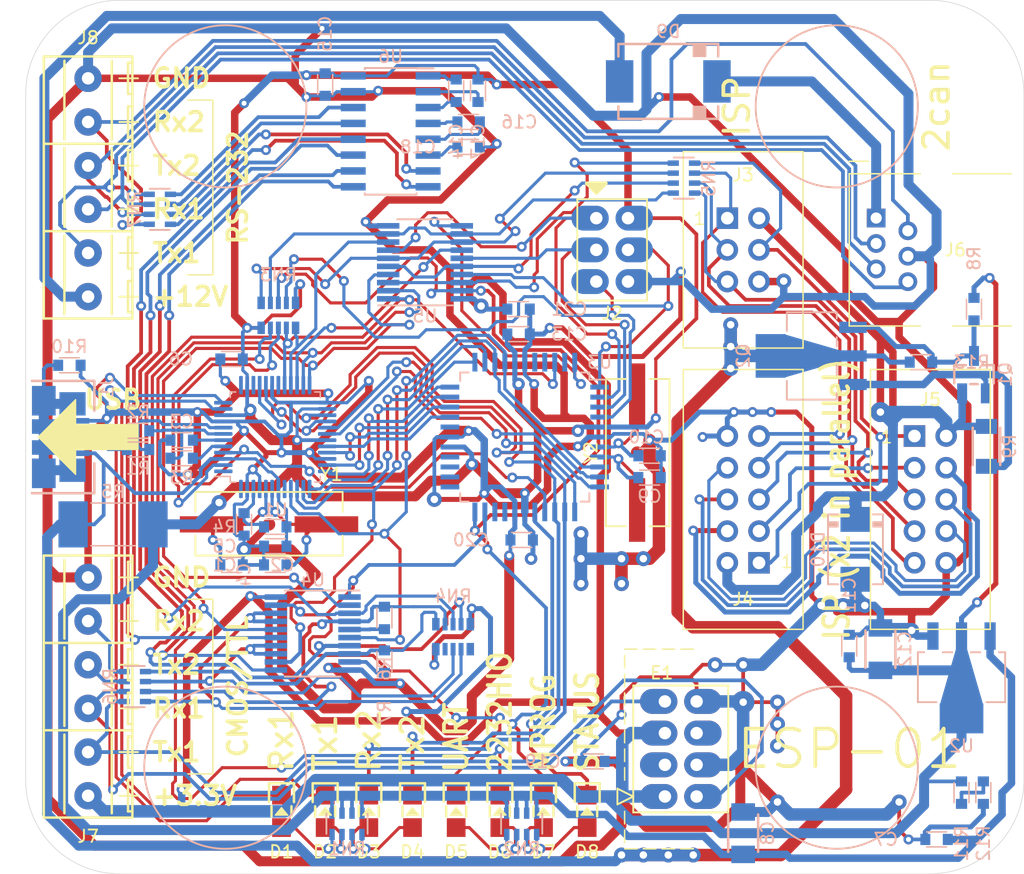
<source format=kicad_pcb>
(kicad_pcb (version 20171130) (host pcbnew 5.1.8-4.fc33)
  (layers (0 F.Cu signal) (31 B.Cu signal) (34 B.Paste user) (35 F.Paste user hide) (36 B.SilkS user) (37 F.SilkS user hide) (38 B.Mask user) (39 F.Mask user hide) (44 Edge.Cuts user))
  (net 0 "")
  (net 1 GNDD)
  (net 2 "Net-(C1-Pad1)")
  (net 3 "Net-(C2-Pad1)")
  (net 4 "Net-(C3-Pad1)")
  (net 5 "Net-(C4-Pad1)")
  (net 6 VCC)
  (net 7 +5V)
  (net 8 "Net-(C9-Pad1)")
  (net 9 "Net-(C10-Pad1)")
  (net 10 +3V3)
  (net 11 "Net-(C14-Pad2)")
  (net 12 "Net-(C14-Pad1)")
  (net 13 "Net-(C16-Pad2)")
  (net 14 "Net-(C16-Pad1)")
  (net 15 "Net-(C17-Pad2)")
  (net 16 "Net-(C18-Pad2)")
  (net 17 "Net-(D9-Pad2)")
  (net 18 +12V)
  (net 19 /TX1_3VR)
  (net 20 /RX1_3VR)
  (net 21 "Net-(J1-Pad5)")
  (net 22 /MCU_MISO)
  (net 23 /MCU_SCK)
  (net 24 /MCU_MOSI)
  (net 25 /MCU_RST)
  (net 26 /IDC_MISO)
  (net 27 /IDC_VCC)
  (net 28 /IDC_CLK)
  (net 29 /IDC_MOSI)
  (net 30 /IDC_RST)
  (net 31 /IDC_R)
  (net 32 /IDC_5V)
  (net 33 /IDC_CS)
  (net 34 /IDC_REL)
  (net 35 /RX2_RSR)
  (net 36 /TX2_RSR)
  (net 37 /RX1_RSR)
  (net 38 /TX1_RSR)
  (net 39 /RX2_3VR)
  (net 40 /TX2_3VR)
  (net 41 "Net-(R3-Pad1)")
  (net 42 /LED4_~WR)
  (net 43 /LED3_~RD)
  (net 44 /LED2)
  (net 45 /LED1)
  (net 46 /MCU_BUFF)
  (net 47 /FBUFF)
  (net 48 /USB_reset)
  (net 49 /ISP_RST)
  (net 50 /ISP_MISO)
  (net 51 /EEDATA)
  (net 52 /FCS)
  (net 53 /TX1_RS_3)
  (net 54 /RX1_3V)
  (net 55 /RX2_3V)
  (net 56 /TX2_RS_3)
  (net 57 /TX2_3V)
  (net 58 /TX1_3V)
  (net 59 /ISP_CLK)
  (net 60 /ISP_MOSI)
  (net 61 /RX2_RS)
  (net 62 /TX2_RS)
  (net 63 /RX1_RS)
  (net 64 /TX1_RS)
  (net 65 /PAR_0_T2)
  (net 66 /PAR_1_R2)
  (net 67 /PAR_2)
  (net 68 /PAR_3)
  (net 69 /PAR_4)
  (net 70 /PAR_5)
  (net 71 /PAR_6)
  (net 72 /PAR_7)
  (net 73 /FSCK_T1)
  (net 74 /FDO_R1)
  (net 75 /FDI)
  (net 76 /MCU_ROUT)
  (net 77 /RX2_RS_3)
  (net 78 /RX1_RS_3)
  (net 79 "Net-(R6-Pad2)")
  (net 80 "Net-(R7-Pad2)")
  (net 81 "Net-(D1-Pad2)")
  (net 82 "Net-(D2-Pad2)")
  (net 83 "Net-(D3-Pad2)")
  (net 84 "Net-(D4-Pad2)")
  (net 85 /EN_UART)
  (net 86 "Net-(D5-Pad2)")
  (net 87 "Net-(D6-Pad2)")
  (net 88 "Net-(D7-Pad2)")
  (net 89 /MCU_LED)
  (net 90 "Net-(D8-Pad2)")
  (net 91 /PAR_~RXF)
  (net 92 /PAR_~TXE)
  (net 93 /USB_D-)
  (net 94 /USB_D+)
  (net 95 /USBf_D-)
  (net 96 /USBf_D+)
  (net 97 "Net-(Q1-Pad3)")
  (net 98 "Net-(Q1-Pad1)")
  (net 99 "Net-(R11-Pad2)")
  (module NevaDA:DO-214AA_SMB (layer B.Cu) (at 126.5 109 270)
    (fp_text reference D10 (at 0 3 90) (layer B.SilkS) (effects (justify mirror)))
    (fp_text value SMBJ5.0A-E3/52)
    (pad 2 smd rect (at 2.4 0 270) (size 2 2.4) (layers B.Cu B.Paste B.Mask) (net 1 GNDD))
    (pad 1 smd rect (at -2.4 0 270) (size 2 2.4) (layers B.Cu B.Paste B.Mask) (net 27 /IDC_VCC))
  )
  (module NevaDA:R_0603 (layer B.Cu) (at 131.75 94)
    (fp_text reference R13 (at 4.064 0) (layer B.SilkS) (effects (justify mirror)))
    (fp_text value 100 hide)
    (pad 2 smd rect (at 0.9 0) (size 0.8 0.9) (layers B.Cu B.Paste B.Mask) (net 97 "Net-(Q1-Pad3)"))
    (pad 1 smd rect (at -0.9 0) (size 0.8 0.9) (layers B.Cu B.Paste B.Mask) (net 6 VCC))
  )
  (module NevaDA:R_0603 (layer B.Cu) (at 136.75 128.5 270)
    (fp_text reference R12 (at 4.064 0 90) (layer B.SilkS) (effects (justify mirror)))
    (fp_text value 100 hide)
    (pad 2 smd rect (at 0.9 0 270) (size 0.8 0.9) (layers B.Cu B.Paste B.Mask) (net 1 GNDD))
    (pad 1 smd rect (at -0.9 0 270) (size 0.8 0.9) (layers B.Cu B.Paste B.Mask) (net 99 "Net-(R11-Pad2)"))
  )
  (module NevaDA:R_0603 (layer B.Cu) (at 135 128.5 270)
    (fp_text reference R11 (at 4.064 0 90) (layer B.SilkS) (effects (justify mirror)))
    (fp_text value 100 hide)
    (pad 2 smd rect (at 0.9 0 270) (size 0.8 0.9) (layers B.Cu B.Paste B.Mask) (net 99 "Net-(R11-Pad2)"))
    (pad 1 smd rect (at -0.9 0 270) (size 0.8 0.9) (layers B.Cu B.Paste B.Mask) (net 10 +3V3))
  )
  (module NevaDA:R_1206 (layer B.Cu) (at 137 100.75 90)
    (fp_text reference R9 (at 0 1.85 90) (layer B.SilkS) (effects (justify mirror)))
    (fp_text value "1 1206" hide)
    (pad 2 smd rect (at 1.6 0 90) (size 1.2 1.7) (layers B.Cu B.Paste B.Mask) (net 27 /IDC_VCC))
    (pad 1 smd rect (at -1.6 0 90) (size 1.2 1.7) (layers B.Cu B.Paste B.Mask) (net 98 "Net-(Q1-Pad1)"))
  )
  (module NevaDA:R_0603 (layer B.Cu) (at 136 89.75 90)
    (fp_text reference R8 (at 4.064 0 90) (layer B.SilkS) (effects (justify mirror)))
    (fp_text value 100 hide)
    (pad 2 smd rect (at 0.9 0 90) (size 0.8 0.9) (layers B.Cu B.Paste B.Mask) (net 10 +3V3))
    (pad 1 smd rect (at -0.9 0 90) (size 0.8 0.9) (layers B.Cu B.Paste B.Mask) (net 97 "Net-(Q1-Pad3)"))
  )
  (module NevaDA:SOT-223 (layer B.Cu) (at 123 93.5 270)
    (fp_text reference Q2 (at 0 5.5 90) (layer B.SilkS) (effects (justify mirror)))
    (fp_text value FZT1049A)
    (pad 2 smd trapezoid (at 0 0 270) (size 2.2 4.5) (rect_delta 0 1.3) (layers B.Cu) (net 6 VCC))
    (pad 3 smd rect (at 2.29 -3.3 270) (size 0.9 2.2) (layers B.Cu B.Paste B.Mask) (net 98 "Net-(Q1-Pad1)"))
    (pad 2 smd rect (at 0 -3.3 270) (size 0.9 2.2) (layers B.Cu B.Paste B.Mask) (net 6 VCC))
    (pad 2 smd rect (at 0 3.3 270) (size 3.5 2.4) (layers B.Cu B.Paste B.Mask) (net 6 VCC))
    (pad 1 smd rect (at -2.29 -3.3 270) (size 0.9 2.2) (layers B.Cu B.Paste B.Mask) (net 97 "Net-(Q1-Pad3)"))
  )
  (module NevaDA:SOT-23 (layer B.Cu) (at 136 95 90)
    (fp_text reference Q1 (at 0 2.5 90) (layer B.SilkS) (effects (justify mirror)))
    (fp_text value BC817-40 hide)
    (pad 3 smd rect (at 1.5 0 90) (size 1.6 0.8) (layers B.Cu B.Paste B.Mask) (net 97 "Net-(Q1-Pad3)"))
    (pad 2 smd rect (at -1.5 -0.95 90) (size 1.6 0.8) (layers B.Cu B.Paste B.Mask) (net 27 /IDC_VCC))
    (pad 1 smd rect (at -1.5 0.95 90) (size 1.6 0.8) (layers B.Cu B.Paste B.Mask) (net 98 "Net-(Q1-Pad1)"))
  )
  (module NevaDA:TSSOP-20 (layer B.Cu) (at 92 86)
    (fp_text reference U5 (at 0 4.3) (layer B.SilkS) (effects (justify mirror)))
    (fp_text value 74LVC244AP)
    (pad 11 smd rect (at 2.95 -2.925) (size 1.8 0.45) (layers B.Cu B.Paste B.Mask) (net 76 /MCU_ROUT))
    (pad 12 smd rect (at 2.95 -2.275) (size 1.8 0.45) (layers B.Cu B.Paste B.Mask) (net 49 /ISP_RST))
    (pad 13 smd rect (at 2.95 -1.625) (size 1.8 0.45) (layers B.Cu B.Paste B.Mask) (net 50 /ISP_MISO))
    (pad 14 smd rect (at 2.95 -0.975) (size 1.8 0.45) (layers B.Cu B.Paste B.Mask) (net 75 /FDI))
    (pad 15 smd rect (at 2.95 -0.325) (size 1.8 0.45) (layers B.Cu B.Paste B.Mask) (net 23 /MCU_SCK))
    (pad 16 smd rect (at 2.95 0.325) (size 1.8 0.45) (layers B.Cu B.Paste B.Mask) (net 59 /ISP_CLK))
    (pad 17 smd rect (at 2.95 0.975) (size 1.8 0.45) (layers B.Cu B.Paste B.Mask) (net 24 /MCU_MOSI))
    (pad 18 smd rect (at 2.95 1.625) (size 1.8 0.45) (layers B.Cu B.Paste B.Mask) (net 60 /ISP_MOSI))
    (pad 19 smd rect (at 2.95 2.275) (size 1.8 0.45) (layers B.Cu B.Paste B.Mask) (net 46 /MCU_BUFF))
    (pad 10 smd rect (at -2.95 -2.925) (size 1.8 0.45) (layers B.Cu B.Paste B.Mask) (net 1 GNDD))
    (pad 9 smd rect (at -2.95 -2.275) (size 1.8 0.45) (layers B.Cu B.Paste B.Mask) (net 49 /ISP_RST))
    (pad 8 smd rect (at -2.95 -1.625) (size 1.8 0.45) (layers B.Cu B.Paste B.Mask) (net 52 /FCS))
    (pad 7 smd rect (at -2.95 -0.975) (size 1.8 0.45) (layers B.Cu B.Paste B.Mask) (net 22 /MCU_MISO))
    (pad 6 smd rect (at -2.95 -0.325) (size 1.8 0.45) (layers B.Cu B.Paste B.Mask) (net 50 /ISP_MISO))
    (pad 5 smd rect (at -2.95 0.325) (size 1.8 0.45) (layers B.Cu B.Paste B.Mask) (net 59 /ISP_CLK))
    (pad 4 smd rect (at -2.95 0.975) (size 1.8 0.45) (layers B.Cu B.Paste B.Mask) (net 73 /FSCK_T1))
    (pad 3 smd rect (at -2.95 1.625) (size 1.8 0.45) (layers B.Cu B.Paste B.Mask) (net 60 /ISP_MOSI))
    (pad 2 smd rect (at -2.95 2.275) (size 1.8 0.45) (layers B.Cu B.Paste B.Mask) (net 74 /FDO_R1))
    (pad 20 smd rect (at 2.95 2.925) (size 1.8 0.45) (layers B.Cu B.Paste B.Mask) (net 10 +3V3))
    (pad 1 smd rect (at -2.95 2.925) (size 1.8 0.45) (layers B.Cu B.Paste B.Mask) (net 47 /FBUFF))
  )
  (module NevaDA:C_0603 (layer B.Cu) (at 99.5 89.75)
    (fp_text reference C21 (at 4.064 0) (layer B.SilkS) (effects (justify mirror)))
    (fp_text value 0.22u hide)
    (pad 2 smd rect (at 0.9 0) (size 0.8 0.9) (layers B.Cu B.Paste B.Mask) (net 1 GNDD))
    (pad 1 smd rect (at -0.9 0) (size 0.8 0.9) (layers B.Cu B.Paste B.Mask) (net 10 +3V3))
  )
  (module NevaDA:PLD-6 (layer F.Cu) (at 107 85)
    (fp_text reference J2 (at 0 5.08) (layer F.SilkS))
    (fp_text value IDC-06)
    (pad 6 thru_hole circle (at 1.27 2.54) (size 1.6 1.6) (drill 1) (layers *.Cu *.Mask) (net 1 GNDD))
    (pad 5 thru_hole circle (at -1.27 2.54) (size 1.6 1.6) (drill 1) (layers *.Cu *.Mask) (net 25 /MCU_RST))
    (pad 4 thru_hole circle (at 1.27 0) (size 1.6 1.6) (drill 1) (layers *.Cu *.Mask) (net 24 /MCU_MOSI))
    (pad 3 thru_hole circle (at -1.27 0) (size 1.6 1.6) (drill 1) (layers *.Cu *.Mask) (net 23 /MCU_SCK))
    (pad 2 thru_hole circle (at 1.27 -2.54) (size 1.6 1.6) (drill 1) (layers *.Cu *.Mask) (net 7 +5V))
    (pad 1 thru_hole circle (at -1.27 -2.54) (size 1.6 1.6) (drill 1) (layers *.Cu *.Mask) (net 22 /MCU_MISO))
    (pad 6 smd oval (at 1.27 2.54) (size 3 2) (drill (offset 0.5 0)) (layers B.Cu B.Mask) (net 1 GNDD))
    (pad 5 smd oval (at -1.27 2.54) (size 3 2) (drill (offset -0.5 0)) (layers B.Cu B.Mask) (net 25 /MCU_RST))
    (pad 4 smd oval (at 1.27 0) (size 3 2) (drill (offset 0.5 0)) (layers B.Cu B.Mask) (net 24 /MCU_MOSI))
    (pad 3 smd oval (at -1.27 0) (size 3 2) (drill (offset -0.5 0)) (layers B.Cu B.Mask) (net 23 /MCU_SCK))
    (pad 2 smd oval (at 1.27 -2.54) (size 3 2) (drill (offset 0.5 0)) (layers B.Cu B.Mask) (net 7 +5V))
    (pad 1 smd oval (at -1.27 -2.54) (size 3 2) (drill (offset -0.5 0)) (layers B.Cu B.Mask) (net 22 /MCU_MISO))
  )
  (module NevaDA:TQFP-44 (layer B.Cu) (at 100 100 180)
    (fp_text reference U3 (at -6 6) (layer B.SilkS) (effects (justify mirror)))
    (fp_text value ATmega324A-AU)
    (pad 44 smd rect (at -4 6 90) (size 1.5 0.4) (layers B.Cu B.Paste B.Mask) (net 76 /MCU_ROUT))
    (pad 43 smd rect (at -3.2 6 90) (size 1.5 0.4) (layers B.Cu B.Paste B.Mask))
    (pad 42 smd rect (at -2.4 6 90) (size 1.5 0.4) (layers B.Cu B.Paste B.Mask) (net 47 /FBUFF))
    (pad 41 smd rect (at -1.6 6 90) (size 1.5 0.4) (layers B.Cu B.Paste B.Mask))
    (pad 40 smd rect (at -0.8 6 90) (size 1.5 0.4) (layers B.Cu B.Paste B.Mask))
    (pad 39 smd rect (at 0 6 90) (size 1.5 0.4) (layers B.Cu B.Paste B.Mask) (net 1 GNDD))
    (pad 38 smd rect (at 0.8 6 90) (size 1.5 0.4) (layers B.Cu B.Paste B.Mask) (net 7 +5V))
    (pad 37 smd rect (at 1.6 6 90) (size 1.5 0.4) (layers B.Cu B.Paste B.Mask) (net 65 /PAR_0_T2))
    (pad 36 smd rect (at 2.4 6 90) (size 1.5 0.4) (layers B.Cu B.Paste B.Mask) (net 66 /PAR_1_R2))
    (pad 35 smd rect (at 3.2 6 90) (size 1.5 0.4) (layers B.Cu B.Paste B.Mask) (net 67 /PAR_2))
    (pad 34 smd rect (at 4 6 90) (size 1.5 0.4) (layers B.Cu B.Paste B.Mask) (net 68 /PAR_3))
    (pad 33 smd rect (at 6 4 180) (size 1.5 0.4) (layers B.Cu B.Paste B.Mask) (net 69 /PAR_4))
    (pad 32 smd rect (at 6 3.2 180) (size 1.5 0.4) (layers B.Cu B.Paste B.Mask) (net 70 /PAR_5))
    (pad 31 smd rect (at 6 2.4 180) (size 1.5 0.4) (layers B.Cu B.Paste B.Mask) (net 71 /PAR_6))
    (pad 30 smd rect (at 6 1.6 180) (size 1.5 0.4) (layers B.Cu B.Paste B.Mask) (net 72 /PAR_7))
    (pad 29 smd rect (at 6 0.8 180) (size 1.5 0.4) (layers B.Cu B.Paste B.Mask))
    (pad 28 smd rect (at 6 0 180) (size 1.5 0.4) (layers B.Cu B.Paste B.Mask) (net 1 GNDD))
    (pad 27 smd rect (at 6 -0.8 180) (size 1.5 0.4) (layers B.Cu B.Paste B.Mask) (net 7 +5V))
    (pad 26 smd rect (at 6 -1.6 180) (size 1.5 0.4) (layers B.Cu B.Paste B.Mask))
    (pad 25 smd rect (at 6 -2.4 180) (size 1.5 0.4) (layers B.Cu B.Paste B.Mask))
    (pad 24 smd rect (at 6 -3.2 180) (size 1.5 0.4) (layers B.Cu B.Paste B.Mask))
    (pad 23 smd rect (at 6 -4 180) (size 1.5 0.4) (layers B.Cu B.Paste B.Mask))
    (pad 22 smd rect (at 4 -6 90) (size 1.5 0.4) (layers B.Cu B.Paste B.Mask) (net 46 /MCU_BUFF))
    (pad 21 smd rect (at 3.2 -6 90) (size 1.5 0.4) (layers B.Cu B.Paste B.Mask) (net 85 /EN_UART))
    (pad 20 smd rect (at 2.4 -6 90) (size 1.5 0.4) (layers B.Cu B.Paste B.Mask))
    (pad 19 smd rect (at 1.6 -6 90) (size 1.5 0.4) (layers B.Cu B.Paste B.Mask))
    (pad 18 smd rect (at 0.8 -6 90) (size 1.5 0.4) (layers B.Cu B.Paste B.Mask) (net 1 GNDD))
    (pad 17 smd rect (at 0 -6 90) (size 1.5 0.4) (layers B.Cu B.Paste B.Mask) (net 7 +5V))
    (pad 16 smd rect (at -0.8 -6 90) (size 1.5 0.4) (layers B.Cu B.Paste B.Mask) (net 89 /MCU_LED))
    (pad 15 smd rect (at -1.6 -6 90) (size 1.5 0.4) (layers B.Cu B.Paste B.Mask) (net 48 /USB_reset))
    (pad 14 smd rect (at -2.4 -6 90) (size 1.5 0.4) (layers B.Cu B.Paste B.Mask) (net 42 /LED4_~WR))
    (pad 13 smd rect (at -3.2 -6 90) (size 1.5 0.4) (layers B.Cu B.Paste B.Mask) (net 43 /LED3_~RD))
    (pad 12 smd rect (at -4 -6 90) (size 1.5 0.4) (layers B.Cu B.Paste B.Mask) (net 92 /PAR_~TXE))
    (pad 11 smd rect (at -6 -4 180) (size 1.5 0.4) (layers B.Cu B.Paste B.Mask) (net 91 /PAR_~RXF))
    (pad 10 smd rect (at -6 -3.2 180) (size 1.5 0.4) (layers B.Cu B.Paste B.Mask) (net 66 /PAR_1_R2))
    (pad 9 smd rect (at -6 -2.4 180) (size 1.5 0.4) (layers B.Cu B.Paste B.Mask) (net 65 /PAR_0_T2))
    (pad 8 smd rect (at -6 -1.6 180) (size 1.5 0.4) (layers B.Cu B.Paste B.Mask) (net 8 "Net-(C9-Pad1)"))
    (pad 7 smd rect (at -6 -0.8 180) (size 1.5 0.4) (layers B.Cu B.Paste B.Mask) (net 9 "Net-(C10-Pad1)"))
    (pad 6 smd rect (at -6 0 180) (size 1.5 0.4) (layers B.Cu B.Paste B.Mask) (net 1 GNDD))
    (pad 5 smd rect (at -6 0.8 180) (size 1.5 0.4) (layers B.Cu B.Paste B.Mask) (net 7 +5V))
    (pad 4 smd rect (at -6 1.6 180) (size 1.5 0.4) (layers B.Cu B.Paste B.Mask) (net 25 /MCU_RST))
    (pad 3 smd rect (at -6 2.4 180) (size 1.5 0.4) (layers B.Cu B.Paste B.Mask) (net 23 /MCU_SCK))
    (pad 2 smd rect (at -6 3.2 180) (size 1.5 0.4) (layers B.Cu B.Paste B.Mask) (net 22 /MCU_MISO))
    (pad 1 smd rect (at -6 4 180) (size 1.5 0.4) (layers B.Cu B.Paste B.Mask) (net 24 /MCU_MOSI))
  )
  (module NevaDA:C_0603 (layer B.Cu) (at 99.75 108.25 180)
    (fp_text reference C20 (at 4.064 0) (layer B.SilkS) (effects (justify mirror)))
    (fp_text value 0.22u hide)
    (pad 2 smd rect (at 0.9 0 180) (size 0.8 0.9) (layers B.Cu B.Paste B.Mask) (net 1 GNDD))
    (pad 1 smd rect (at -0.9 0 180) (size 0.8 0.9) (layers B.Cu B.Paste B.Mask) (net 7 +5V))
  )
  (module NevaDA:StickyPad_13mm (layer B.Cu) (at 125 126.5)
    (fp_text reference V4 hide)
    (fp_text value Virtual)
  )
  (module NevaDA:StickyPad_13mm (layer B.Cu) (at 125 73.5)
    (fp_text reference V3 hide)
    (fp_text value Virtual)
  )
  (module NevaDA:StickyPad_13mm (layer B.Cu) (at 76 126.5)
    (fp_text reference V2 hide)
    (fp_text value Virtual)
  )
  (module NevaDA:StickyPad_13mm (layer B.Cu) (at 76 73.5)
    (fp_text reference V1 hide)
    (fp_text value Virtual)
  )
  (module NevaDA:R_0603 (layer B.Cu) (at 63.5 94.25)
    (fp_text reference R10 (at 0 -1.5) (layer B.SilkS) (effects (justify mirror)))
    (fp_text value 1M hide)
    (pad 2 smd rect (at 0.9 0) (size 0.8 0.9) (layers B.Cu B.Paste B.Mask) (net 1 GNDD))
    (pad 1 smd rect (at -0.9 0) (size 0.8 0.9) (layers B.Cu B.Paste B.Mask) (net 21 "Net-(J1-Pad5)"))
  )
  (module NevaDA:R_0603 (layer B.Cu) (at 88.75 118 270)
    (fp_text reference R7 (at 4.064 0 90) (layer B.SilkS) (effects (justify mirror)))
    (fp_text value 1k hide)
    (pad 2 smd rect (at 0.9 0 270) (size 0.8 0.9) (layers B.Cu B.Paste B.Mask) (net 80 "Net-(R7-Pad2)"))
    (pad 1 smd rect (at -0.9 0 270) (size 0.8 0.9) (layers B.Cu B.Paste B.Mask) (net 55 /RX2_3V))
  )
  (module NevaDA:R_0603 (layer B.Cu) (at 88.75 114.5 270)
    (fp_text reference R6 (at 4.064 0 90) (layer B.SilkS) (effects (justify mirror)))
    (fp_text value 1k hide)
    (pad 2 smd rect (at 0.9 0 270) (size 0.8 0.9) (layers B.Cu B.Paste B.Mask) (net 79 "Net-(R6-Pad2)"))
    (pad 1 smd rect (at -0.9 0 270) (size 0.8 0.9) (layers B.Cu B.Paste B.Mask) (net 54 /RX1_3V))
  )
  (module NevaDA:Crystal_HC-49SMD (layer F.Cu) (at 109 101.25 90)
    (fp_text reference Y2 (at 0 -3.7 90) (layer F.SilkS))
    (fp_text value "16 MHz")
    (pad 2 smd circle (at 0 0 135) (size 1 1) (layers F.Cu) (net 1 GNDD))
    (pad 3 smd rect (at 4.6 0 90) (size 5.1 1.3) (layers F.Cu F.Paste F.Mask) (net 9 "Net-(C10-Pad1)"))
    (pad 1 smd rect (at -4.6 0 90) (size 5.1 1.3) (layers F.Cu F.Paste F.Mask) (net 8 "Net-(C9-Pad1)"))
  )
  (module NevaDA:Crystal_HC-49SMD (layer F.Cu) (at 79.5 107 180)
    (fp_text reference Y1 (at -5 4) (layer F.SilkS))
    (fp_text value "6 MHz")
    (pad 2 smd circle (at 0 0 225) (size 1 1) (layers F.Cu) (net 1 GNDD))
    (pad 3 smd rect (at 4.6 0 180) (size 5.1 1.3) (layers F.Cu F.Paste F.Mask) (net 3 "Net-(C2-Pad1)"))
    (pad 1 smd rect (at -4.6 0 180) (size 5.1 1.3) (layers F.Cu F.Paste F.Mask) (net 2 "Net-(C1-Pad1)"))
  )
  (module NevaDA:SOIC-16 (layer B.Cu) (at 89.25 75.5 180)
    (fp_text reference U6 (at 0 6) (layer B.SilkS) (effects (justify mirror)))
    (fp_text value ST232BD)
    (pad 8 smd rect (at -3 -4.445 180) (size 2 0.6) (layers B.Cu B.Paste B.Mask) (net 61 /RX2_RS))
    (pad 7 smd rect (at -3 -3.175 180) (size 2 0.6) (layers B.Cu B.Paste B.Mask) (net 62 /TX2_RS))
    (pad 6 smd rect (at -3 -1.905 180) (size 2 0.6) (layers B.Cu B.Paste B.Mask) (net 16 "Net-(C18-Pad2)"))
    (pad 5 smd rect (at -3 -0.635 180) (size 2 0.6) (layers B.Cu B.Paste B.Mask) (net 13 "Net-(C16-Pad2)"))
    (pad 4 smd rect (at -3 0.635 180) (size 2 0.6) (layers B.Cu B.Paste B.Mask) (net 14 "Net-(C16-Pad1)"))
    (pad 3 smd rect (at -3 1.905 180) (size 2 0.6) (layers B.Cu B.Paste B.Mask) (net 11 "Net-(C14-Pad2)"))
    (pad 2 smd rect (at -3 3.175 180) (size 2 0.6) (layers B.Cu B.Paste B.Mask) (net 15 "Net-(C17-Pad2)"))
    (pad 1 smd rect (at -3 4.445 180) (size 2 0.6) (layers B.Cu B.Paste B.Mask) (net 12 "Net-(C14-Pad1)"))
    (pad 9 smd rect (at 3 -4.445 180) (size 2 0.6) (layers B.Cu B.Paste B.Mask) (net 77 /RX2_RS_3))
    (pad 10 smd rect (at 3 -3.175 180) (size 2 0.6) (layers B.Cu B.Paste B.Mask) (net 56 /TX2_RS_3))
    (pad 11 smd rect (at 3 -1.905 180) (size 2 0.6) (layers B.Cu B.Paste B.Mask) (net 53 /TX1_RS_3))
    (pad 12 smd rect (at 3 -0.635 180) (size 2 0.6) (layers B.Cu B.Paste B.Mask) (net 78 /RX1_RS_3))
    (pad 13 smd rect (at 3 0.635 180) (size 2 0.6) (layers B.Cu B.Paste B.Mask) (net 63 /RX1_RS))
    (pad 14 smd rect (at 3 1.905 180) (size 2 0.6) (layers B.Cu B.Paste B.Mask) (net 64 /TX1_RS))
    (pad 15 smd rect (at 3 3.175 180) (size 2 0.6) (layers B.Cu B.Paste B.Mask) (net 1 GNDD))
    (pad 16 smd rect (at 3 4.445 180) (size 2 0.6) (layers B.Cu B.Paste B.Mask) (net 7 +5V))
  )
  (module NevaDA:TSSOP-20 (layer B.Cu) (at 83 115.75 180)
    (fp_text reference U4 (at 0 4.3) (layer B.SilkS) (effects (justify mirror)))
    (fp_text value 74LVC244AP)
    (pad 11 smd rect (at 2.95 -2.925 180) (size 1.8 0.45) (layers B.Cu B.Paste B.Mask) (net 77 /RX2_RS_3))
    (pad 12 smd rect (at 2.95 -2.275 180) (size 1.8 0.45) (layers B.Cu B.Paste B.Mask) (net 66 /PAR_1_R2))
    (pad 13 smd rect (at 2.95 -1.625 180) (size 1.8 0.45) (layers B.Cu B.Paste B.Mask) (net 57 /TX2_3V))
    (pad 14 smd rect (at 2.95 -0.975 180) (size 1.8 0.45) (layers B.Cu B.Paste B.Mask) (net 57 /TX2_3V))
    (pad 15 smd rect (at 2.95 -0.325 180) (size 1.8 0.45) (layers B.Cu B.Paste B.Mask) (net 78 /RX1_RS_3))
    (pad 16 smd rect (at 2.95 0.325 180) (size 1.8 0.45) (layers B.Cu B.Paste B.Mask) (net 74 /FDO_R1))
    (pad 17 smd rect (at 2.95 0.975 180) (size 1.8 0.45) (layers B.Cu B.Paste B.Mask) (net 58 /TX1_3V))
    (pad 18 smd rect (at 2.95 1.625 180) (size 1.8 0.45) (layers B.Cu B.Paste B.Mask) (net 58 /TX1_3V))
    (pad 19 smd rect (at 2.95 2.275 180) (size 1.8 0.45) (layers B.Cu B.Paste B.Mask) (net 85 /EN_UART))
    (pad 10 smd rect (at -2.95 -2.925 180) (size 1.8 0.45) (layers B.Cu B.Paste B.Mask) (net 1 GNDD))
    (pad 9 smd rect (at -2.95 -2.275 180) (size 1.8 0.45) (layers B.Cu B.Paste B.Mask) (net 80 "Net-(R7-Pad2)"))
    (pad 8 smd rect (at -2.95 -1.625 180) (size 1.8 0.45) (layers B.Cu B.Paste B.Mask) (net 55 /RX2_3V))
    (pad 7 smd rect (at -2.95 -0.975 180) (size 1.8 0.45) (layers B.Cu B.Paste B.Mask) (net 56 /TX2_RS_3))
    (pad 6 smd rect (at -2.95 -0.325 180) (size 1.8 0.45) (layers B.Cu B.Paste B.Mask) (net 65 /PAR_0_T2))
    (pad 5 smd rect (at -2.95 0.325 180) (size 1.8 0.45) (layers B.Cu B.Paste B.Mask) (net 79 "Net-(R6-Pad2)"))
    (pad 4 smd rect (at -2.95 0.975 180) (size 1.8 0.45) (layers B.Cu B.Paste B.Mask) (net 54 /RX1_3V))
    (pad 3 smd rect (at -2.95 1.625 180) (size 1.8 0.45) (layers B.Cu B.Paste B.Mask) (net 53 /TX1_RS_3))
    (pad 2 smd rect (at -2.95 2.275 180) (size 1.8 0.45) (layers B.Cu B.Paste B.Mask) (net 73 /FSCK_T1))
    (pad 20 smd rect (at 2.95 2.925 180) (size 1.8 0.45) (layers B.Cu B.Paste B.Mask) (net 10 +3V3))
    (pad 1 smd rect (at -2.95 2.925 180) (size 1.8 0.45) (layers B.Cu B.Paste B.Mask) (net 85 /EN_UART))
  )
  (module NevaDA:SOT-223 (layer B.Cu) (at 135 119.25)
    (fp_text reference U2 (at 0 5.5) (layer B.SilkS) (effects (justify mirror)))
    (fp_text value AMS1117-3.3)
    (pad 2 smd trapezoid (at 0 0) (size 2.2 4.5) (rect_delta 0 1.3) (layers B.Cu) (net 10 +3V3))
    (pad 3 smd rect (at 2.29 -3.3) (size 0.9 2.2) (layers B.Cu B.Paste B.Mask) (net 7 +5V))
    (pad 2 smd rect (at 0 -3.3) (size 0.9 2.2) (layers B.Cu B.Paste B.Mask) (net 10 +3V3))
    (pad 2 smd rect (at 0 3.3) (size 3.5 2.4) (layers B.Cu B.Paste B.Mask) (net 10 +3V3))
    (pad 1 smd rect (at -2.29 -3.3) (size 0.9 2.2) (layers B.Cu B.Paste B.Mask) (net 1 GNDD))
  )
  (module NevaDA:LQFP-48_7x7mm_P0.5mm (layer B.Cu) (at 80 100)
    (fp_text reference U1 (at 0 5.85) (layer B.SilkS) (effects (justify mirror)))
    (fp_text value FT2232D)
    (pad 48 smd roundrect (at -2.75 4.1625) (size 0.3 1.475) (layers B.Cu B.Paste B.Mask))
    (pad 47 smd roundrect (at -2.25 4.1625) (size 0.3 1.475) (layers B.Cu B.Paste B.Mask) (net 1 GNDD))
    (pad 46 smd roundrect (at -1.75 4.1625) (size 0.3 1.475) (layers B.Cu B.Paste B.Mask) (net 5 "Net-(C4-Pad1)"))
    (pad 45 smd roundrect (at -1.25 4.1625) (size 0.3 1.475) (layers B.Cu B.Paste B.Mask) (net 1 GNDD))
    (pad 44 smd roundrect (at -0.75 4.1625) (size 0.3 1.475) (layers B.Cu B.Paste B.Mask) (net 3 "Net-(C2-Pad1)"))
    (pad 43 smd roundrect (at -0.25 4.1625) (size 0.3 1.475) (layers B.Cu B.Paste B.Mask) (net 2 "Net-(C1-Pad1)"))
    (pad 42 smd roundrect (at 0.25 4.1625) (size 0.3 1.475) (layers B.Cu B.Paste B.Mask) (net 6 VCC))
    (pad 41 smd roundrect (at 0.75 4.1625) (size 0.3 1.475) (layers B.Cu B.Paste B.Mask))
    (pad 40 smd roundrect (at 1.25 4.1625) (size 0.3 1.475) (layers B.Cu B.Paste B.Mask) (net 65 /PAR_0_T2))
    (pad 39 smd roundrect (at 1.75 4.1625) (size 0.3 1.475) (layers B.Cu B.Paste B.Mask) (net 66 /PAR_1_R2))
    (pad 38 smd roundrect (at 2.25 4.1625) (size 0.3 1.475) (layers B.Cu B.Paste B.Mask) (net 67 /PAR_2))
    (pad 37 smd roundrect (at 2.75 4.1625) (size 0.3 1.475) (layers B.Cu B.Paste B.Mask) (net 68 /PAR_3))
    (pad 36 smd roundrect (at 4.1625 2.75) (size 1.475 0.3) (layers B.Cu B.Paste B.Mask) (net 69 /PAR_4))
    (pad 35 smd roundrect (at 4.1625 2.25) (size 1.475 0.3) (layers B.Cu B.Paste B.Mask) (net 70 /PAR_5))
    (pad 34 smd roundrect (at 4.1625 1.75) (size 1.475 0.3) (layers B.Cu B.Paste B.Mask) (net 1 GNDD))
    (pad 33 smd roundrect (at 4.1625 1.25) (size 1.475 0.3) (layers B.Cu B.Paste B.Mask) (net 71 /PAR_6))
    (pad 32 smd roundrect (at 4.1625 0.75) (size 1.475 0.3) (layers B.Cu B.Paste B.Mask) (net 72 /PAR_7))
    (pad 31 smd roundrect (at 4.1625 0.25) (size 1.475 0.3) (layers B.Cu B.Paste B.Mask) (net 7 +5V))
    (pad 30 smd roundrect (at 4.1625 -0.25) (size 1.475 0.3) (layers B.Cu B.Paste B.Mask) (net 91 /PAR_~RXF))
    (pad 29 smd roundrect (at 4.1625 -0.75) (size 1.475 0.3) (layers B.Cu B.Paste B.Mask) (net 92 /PAR_~TXE))
    (pad 28 smd roundrect (at 4.1625 -1.25) (size 1.475 0.3) (layers B.Cu B.Paste B.Mask) (net 43 /LED3_~RD))
    (pad 27 smd roundrect (at 4.1625 -1.75) (size 1.475 0.3) (layers B.Cu B.Paste B.Mask) (net 42 /LED4_~WR))
    (pad 26 smd roundrect (at 4.1625 -2.25) (size 1.475 0.3) (layers B.Cu B.Paste B.Mask) (net 7 +5V))
    (pad 25 smd roundrect (at 4.1625 -2.75) (size 1.475 0.3) (layers B.Cu B.Paste B.Mask) (net 1 GNDD))
    (pad 24 smd roundrect (at 2.75 -4.1625) (size 0.3 1.475) (layers B.Cu B.Paste B.Mask) (net 73 /FSCK_T1))
    (pad 23 smd roundrect (at 2.25 -4.1625) (size 0.3 1.475) (layers B.Cu B.Paste B.Mask) (net 74 /FDO_R1))
    (pad 22 smd roundrect (at 1.75 -4.1625) (size 0.3 1.475) (layers B.Cu B.Paste B.Mask) (net 75 /FDI))
    (pad 21 smd roundrect (at 1.25 -4.1625) (size 0.3 1.475) (layers B.Cu B.Paste B.Mask) (net 52 /FCS))
    (pad 20 smd roundrect (at 0.75 -4.1625) (size 0.3 1.475) (layers B.Cu B.Paste B.Mask) (net 47 /FBUFF))
    (pad 19 smd roundrect (at 0.25 -4.1625) (size 0.3 1.475) (layers B.Cu B.Paste B.Mask))
    (pad 18 smd roundrect (at -0.25 -4.1625) (size 0.3 1.475) (layers B.Cu B.Paste B.Mask) (net 1 GNDD))
    (pad 17 smd roundrect (at -0.75 -4.1625) (size 0.3 1.475) (layers B.Cu B.Paste B.Mask) (net 43 /LED3_~RD))
    (pad 16 smd roundrect (at -1.25 -4.1625) (size 0.3 1.475) (layers B.Cu B.Paste B.Mask) (net 42 /LED4_~WR))
    (pad 15 smd roundrect (at -1.75 -4.1625) (size 0.3 1.475) (layers B.Cu B.Paste B.Mask))
    (pad 14 smd roundrect (at -2.25 -4.1625) (size 0.3 1.475) (layers B.Cu B.Paste B.Mask) (net 7 +5V))
    (pad 13 smd roundrect (at -2.75 -4.1625) (size 0.3 1.475) (layers B.Cu B.Paste B.Mask))
    (pad 12 smd roundrect (at -4.1625 -2.75) (size 1.475 0.3) (layers B.Cu B.Paste B.Mask) (net 45 /LED1))
    (pad 11 smd roundrect (at -4.1625 -2.25) (size 1.475 0.3) (layers B.Cu B.Paste B.Mask) (net 44 /LED2))
    (pad 10 smd roundrect (at -4.1625 -1.75) (size 1.475 0.3) (layers B.Cu B.Paste B.Mask) (net 7 +5V))
    (pad 9 smd roundrect (at -4.1625 -1.25) (size 1.475 0.3) (layers B.Cu B.Paste B.Mask) (net 1 GNDD))
    (pad 8 smd roundrect (at -4.1625 -0.75) (size 1.475 0.3) (layers B.Cu B.Paste B.Mask) (net 95 /USBf_D-))
    (pad 7 smd roundrect (at -4.1625 -0.25) (size 1.475 0.3) (layers B.Cu B.Paste B.Mask) (net 96 /USBf_D+))
    (pad 6 smd roundrect (at -4.1625 0.25) (size 1.475 0.3) (layers B.Cu B.Paste B.Mask) (net 4 "Net-(C3-Pad1)"))
    (pad 5 smd roundrect (at -4.1625 0.75) (size 1.475 0.3) (layers B.Cu B.Paste B.Mask) (net 41 "Net-(R3-Pad1)"))
    (pad 4 smd roundrect (at -4.1625 1.25) (size 1.475 0.3) (layers B.Cu B.Paste B.Mask) (net 48 /USB_reset))
    (pad 3 smd roundrect (at -4.1625 1.75) (size 1.475 0.3) (layers B.Cu B.Paste B.Mask) (net 6 VCC))
    (pad 2 smd roundrect (at -4.1625 2.25) (size 1.475 0.3) (layers B.Cu B.Paste B.Mask) (net 51 /EEDATA))
    (pad 1 smd roundrect (at -4.1625 2.75) (size 1.475 0.3) (layers B.Cu B.Paste B.Mask))
  )
  (module NevaDA:R_CAT-16-4 (layer B.Cu) (at 70.75 81.75 270)
    (fp_text reference RN7 (at 0 2 90) (layer B.SilkS) (effects (justify mirror)))
    (fp_text value CAT16-471J4)
    (pad 4 smd rect (at 1.2 -0.85 270) (size 0.44 0.9) (layers B.Cu B.Paste B.Mask) (net 61 /RX2_RS))
    (pad 3 smd rect (at 0.4 -0.85 270) (size 0.44 0.9) (layers B.Cu B.Paste B.Mask) (net 62 /TX2_RS))
    (pad 2 smd rect (at -0.4 -0.85 270) (size 0.44 0.9) (layers B.Cu B.Paste B.Mask) (net 63 /RX1_RS))
    (pad 1 smd rect (at -1.2 -0.85 270) (size 0.44 0.9) (layers B.Cu B.Paste B.Mask) (net 64 /TX1_RS))
    (pad 5 smd rect (at 1.2 0.85 270) (size 0.44 0.9) (layers B.Cu B.Paste B.Mask) (net 35 /RX2_RSR))
    (pad 6 smd rect (at 0.4 0.85 270) (size 0.44 0.9) (layers B.Cu B.Paste B.Mask) (net 36 /TX2_RSR))
    (pad 7 smd rect (at -0.4 0.85 270) (size 0.44 0.9) (layers B.Cu B.Paste B.Mask) (net 37 /RX1_RSR))
    (pad 8 smd rect (at -1.2 0.85 270) (size 0.44 0.9) (layers B.Cu B.Paste B.Mask) (net 38 /TX1_RSR))
  )
  (module NevaDA:R_CAT-16-4 (layer B.Cu) (at 68.75 120 270)
    (fp_text reference RN6 (at 0 2 90) (layer B.SilkS) (effects (justify mirror)))
    (fp_text value CAT16-471J4)
    (pad 4 smd rect (at 1.2 -0.85 270) (size 0.44 0.9) (layers B.Cu B.Paste B.Mask) (net 58 /TX1_3V))
    (pad 3 smd rect (at 0.4 -0.85 270) (size 0.44 0.9) (layers B.Cu B.Paste B.Mask) (net 54 /RX1_3V))
    (pad 2 smd rect (at -0.4 -0.85 270) (size 0.44 0.9) (layers B.Cu B.Paste B.Mask) (net 57 /TX2_3V))
    (pad 1 smd rect (at -1.2 -0.85 270) (size 0.44 0.9) (layers B.Cu B.Paste B.Mask) (net 55 /RX2_3V))
    (pad 5 smd rect (at 1.2 0.85 270) (size 0.44 0.9) (layers B.Cu B.Paste B.Mask) (net 19 /TX1_3VR))
    (pad 6 smd rect (at 0.4 0.85 270) (size 0.44 0.9) (layers B.Cu B.Paste B.Mask) (net 20 /RX1_3VR))
    (pad 7 smd rect (at -0.4 0.85 270) (size 0.44 0.9) (layers B.Cu B.Paste B.Mask) (net 40 /TX2_3VR))
    (pad 8 smd rect (at -1.2 0.85 270) (size 0.44 0.9) (layers B.Cu B.Paste B.Mask) (net 39 /RX2_3VR))
  )
  (module NevaDA:R_CAT-16-4 (layer B.Cu) (at 112.75 79.25 90)
    (fp_text reference RN5 (at 0 2 90) (layer B.SilkS) (effects (justify mirror)))
    (fp_text value CAT16-471J4)
    (pad 4 smd rect (at 1.2 -0.85 90) (size 0.44 0.9) (layers B.Cu B.Paste B.Mask) (net 60 /ISP_MOSI))
    (pad 3 smd rect (at 0.4 -0.85 90) (size 0.44 0.9) (layers B.Cu B.Paste B.Mask) (net 50 /ISP_MISO))
    (pad 2 smd rect (at -0.4 -0.85 90) (size 0.44 0.9) (layers B.Cu B.Paste B.Mask) (net 59 /ISP_CLK))
    (pad 1 smd rect (at -1.2 -0.85 90) (size 0.44 0.9) (layers B.Cu B.Paste B.Mask) (net 49 /ISP_RST))
    (pad 5 smd rect (at 1.2 0.85 90) (size 0.44 0.9) (layers B.Cu B.Paste B.Mask) (net 29 /IDC_MOSI))
    (pad 6 smd rect (at 0.4 0.85 90) (size 0.44 0.9) (layers B.Cu B.Paste B.Mask) (net 26 /IDC_MISO))
    (pad 7 smd rect (at -0.4 0.85 90) (size 0.44 0.9) (layers B.Cu B.Paste B.Mask) (net 28 /IDC_CLK))
    (pad 8 smd rect (at -1.2 0.85 90) (size 0.44 0.9) (layers B.Cu B.Paste B.Mask) (net 30 /IDC_RST))
  )
  (module NevaDA:R_CAY17 (layer B.Cu) (at 94.25 116)
    (fp_text reference RN4 (at 0 -3.25) (layer B.SilkS) (effects (justify mirror)))
    (fp_text value CAY17-103JA)
    (pad 1 smd rect (at -1.38 -1) (size 0.6 1) (layers B.Cu B.Paste B.Mask) (net 55 /RX2_3V))
    (pad 4 smd rect (at 0.64 -1) (size 0.4 1) (layers B.Cu B.Paste B.Mask) (net 56 /TX2_RS_3))
    (pad 3 smd rect (at 0 -1) (size 0.4 1) (layers B.Cu B.Paste B.Mask) (net 53 /TX1_RS_3))
    (pad 5 smd rect (at 1.38 -1) (size 0.6 1) (layers B.Cu B.Paste B.Mask) (net 10 +3V3))
    (pad 2 smd rect (at -0.64 -1) (size 0.4 1) (layers B.Cu B.Paste B.Mask) (net 54 /RX1_3V))
    (pad 6 smd rect (at 1.38 1) (size 0.6 1) (layers B.Cu B.Paste B.Mask))
    (pad 7 smd rect (at 0.64 1) (size 0.4 1) (layers B.Cu B.Paste B.Mask) (net 58 /TX1_3V))
    (pad 8 smd rect (at 0 1) (size 0.4 1) (layers B.Cu B.Paste B.Mask) (net 57 /TX2_3V))
    (pad 9 smd rect (at -0.64 1) (size 0.4 1) (layers B.Cu B.Paste B.Mask))
    (pad 10 smd rect (at -1.38 1) (size 0.6 1) (layers B.Cu B.Paste B.Mask) (net 10 +3V3))
  )
  (module NevaDA:R_CAY17 (layer B.Cu) (at 80.25 90.25)
    (fp_text reference RN3 (at 0 -3.25) (layer B.SilkS) (effects (justify mirror)))
    (fp_text value CAY17-103JA)
    (pad 1 smd rect (at -1.38 -1) (size 0.6 1) (layers B.Cu B.Paste B.Mask) (net 50 /ISP_MISO))
    (pad 4 smd rect (at 0.64 -1) (size 0.4 1) (layers B.Cu B.Paste B.Mask) (net 25 /MCU_RST))
    (pad 3 smd rect (at 0 -1) (size 0.4 1) (layers B.Cu B.Paste B.Mask) (net 46 /MCU_BUFF))
    (pad 5 smd rect (at 1.38 -1) (size 0.6 1) (layers B.Cu B.Paste B.Mask) (net 7 +5V))
    (pad 2 smd rect (at -0.64 -1) (size 0.4 1) (layers B.Cu B.Paste B.Mask) (net 49 /ISP_RST))
    (pad 6 smd rect (at 1.38 1) (size 0.6 1) (layers B.Cu B.Paste B.Mask) (net 52 /FCS))
    (pad 7 smd rect (at 0.64 1) (size 0.4 1) (layers B.Cu B.Paste B.Mask) (net 47 /FBUFF))
    (pad 8 smd rect (at 0 1) (size 0.4 1) (layers B.Cu B.Paste B.Mask) (net 48 /USB_reset))
    (pad 9 smd rect (at -0.64 1) (size 0.4 1) (layers B.Cu B.Paste B.Mask) (net 51 /EEDATA))
    (pad 10 smd rect (at -1.38 1) (size 0.6 1) (layers B.Cu B.Paste B.Mask) (net 7 +5V))
  )
  (module NevaDA:R_CAT-16-4 (layer B.Cu) (at 99.75 131)
    (fp_text reference RN2 (at 0 2) (layer B.SilkS) (effects (justify mirror)))
    (fp_text value CAT16-102J4)
    (pad 4 smd rect (at 1.2 -0.85) (size 0.44 0.9) (layers B.Cu B.Paste B.Mask) (net 7 +5V))
    (pad 3 smd rect (at 0.4 -0.85) (size 0.44 0.9) (layers B.Cu B.Paste B.Mask) (net 7 +5V))
    (pad 2 smd rect (at -0.4 -0.85) (size 0.44 0.9) (layers B.Cu B.Paste B.Mask) (net 7 +5V))
    (pad 1 smd rect (at -1.2 -0.85) (size 0.44 0.9) (layers B.Cu B.Paste B.Mask) (net 7 +5V))
    (pad 5 smd rect (at 1.2 0.85) (size 0.44 0.9) (layers B.Cu B.Paste B.Mask) (net 90 "Net-(D8-Pad2)"))
    (pad 6 smd rect (at 0.4 0.85) (size 0.44 0.9) (layers B.Cu B.Paste B.Mask) (net 88 "Net-(D7-Pad2)"))
    (pad 7 smd rect (at -0.4 0.85) (size 0.44 0.9) (layers B.Cu B.Paste B.Mask) (net 87 "Net-(D6-Pad2)"))
    (pad 8 smd rect (at -1.2 0.85) (size 0.44 0.9) (layers B.Cu B.Paste B.Mask) (net 86 "Net-(D5-Pad2)"))
  )
  (module NevaDA:R_CAT-16-4 (layer B.Cu) (at 85.75 131)
    (fp_text reference RN1 (at 0 2) (layer B.SilkS) (effects (justify mirror)))
    (fp_text value CAT16-102J4)
    (pad 4 smd rect (at 1.2 -0.85) (size 0.44 0.9) (layers B.Cu B.Paste B.Mask) (net 7 +5V))
    (pad 3 smd rect (at 0.4 -0.85) (size 0.44 0.9) (layers B.Cu B.Paste B.Mask) (net 7 +5V))
    (pad 2 smd rect (at -0.4 -0.85) (size 0.44 0.9) (layers B.Cu B.Paste B.Mask) (net 7 +5V))
    (pad 1 smd rect (at -1.2 -0.85) (size 0.44 0.9) (layers B.Cu B.Paste B.Mask) (net 7 +5V))
    (pad 5 smd rect (at 1.2 0.85) (size 0.44 0.9) (layers B.Cu B.Paste B.Mask) (net 84 "Net-(D4-Pad2)"))
    (pad 6 smd rect (at 0.4 0.85) (size 0.44 0.9) (layers B.Cu B.Paste B.Mask) (net 83 "Net-(D3-Pad2)"))
    (pad 7 smd rect (at -0.4 0.85) (size 0.44 0.9) (layers B.Cu B.Paste B.Mask) (net 82 "Net-(D2-Pad2)"))
    (pad 8 smd rect (at -1.2 0.85) (size 0.44 0.9) (layers B.Cu B.Paste B.Mask) (net 81 "Net-(D1-Pad2)"))
  )
  (module NevaDA:R_2512 (layer B.Cu) (at 67 107 180)
    (fp_text reference R5 (at 0 2.62) (layer B.SilkS) (effects (justify mirror)))
    (fp_text value "2.2 2512" hide)
    (pad 2 smd rect (at 3.2 0 180) (size 2.35 3.7) (layers B.Cu B.Paste B.Mask) (net 6 VCC))
    (pad 1 smd rect (at -3.2 0 180) (size 2.35 3.7) (layers B.Cu B.Paste B.Mask) (net 7 +5V))
  )
  (module NevaDA:R_0603 (layer B.Cu) (at 80 107.2 180)
    (fp_text reference R4 (at 4.064 0) (layer B.SilkS) (effects (justify mirror)))
    (fp_text value 470 hide)
    (pad 2 smd rect (at 0.9 0 180) (size 0.8 0.9) (layers B.Cu B.Paste B.Mask) (net 5 "Net-(C4-Pad1)"))
    (pad 1 smd rect (at -0.9 0 180) (size 0.8 0.9) (layers B.Cu B.Paste B.Mask) (net 6 VCC))
  )
  (module NevaDA:R_0603 (layer B.Cu) (at 72.5 101.7 180)
    (fp_text reference R3 (at 0 -1.55) (layer B.SilkS) (effects (justify mirror)))
    (fp_text value 1.5k hide)
    (pad 2 smd rect (at 0.9 0 180) (size 0.8 0.9) (layers B.Cu B.Paste B.Mask) (net 96 /USBf_D+))
    (pad 1 smd rect (at -0.9 0 180) (size 0.8 0.9) (layers B.Cu B.Paste B.Mask) (net 41 "Net-(R3-Pad1)"))
  )
  (module NevaDA:R_0603 (layer B.Cu) (at 69 99.5 180)
    (fp_text reference R2 (at 0 1.5) (layer B.SilkS) (effects (justify mirror)))
    (fp_text value 27 hide)
    (pad 2 smd rect (at 0.9 0 180) (size 0.8 0.9) (layers B.Cu B.Paste B.Mask) (net 94 /USB_D+))
    (pad 1 smd rect (at -0.9 0 180) (size 0.8 0.9) (layers B.Cu B.Paste B.Mask) (net 96 /USBf_D+))
  )
  (module NevaDA:R_0603 (layer B.Cu) (at 69 101 180)
    (fp_text reference R1 (at 0 -1.5) (layer B.SilkS) (effects (justify mirror)))
    (fp_text value 27 hide)
    (pad 2 smd rect (at 0.9 0 180) (size 0.8 0.9) (layers B.Cu B.Paste B.Mask) (net 93 /USB_D-))
    (pad 1 smd rect (at -0.9 0 180) (size 0.8 0.9) (layers B.Cu B.Paste B.Mask) (net 95 /USBf_D-))
  )
  (module NevaDA:Terminal_3.5mm_x6 (layer F.Cu) (at 65 80 90)
    (fp_text reference J8 (at 12 0 180) (layer F.SilkS))
    (fp_text value Screw_Terminal_01x06)
    (pad 5 thru_hole circle (at 5.25 0 90) (size 2.2 2.2) (drill 1) (layers *.Cu *.Mask) (net 35 /RX2_RSR))
    (pad 6 thru_hole circle (at 8.75 0 90) (size 2.2 2.2) (drill 1) (layers *.Cu *.Mask) (net 1 GNDD))
    (pad 3 thru_hole circle (at -1.75 0 90) (size 2.2 2.2) (drill 1) (layers *.Cu *.Mask) (net 37 /RX1_RSR))
    (pad 4 thru_hole circle (at 1.75 0 90) (size 2.2 2.2) (drill 1) (layers *.Cu *.Mask) (net 36 /TX2_RSR))
    (pad 2 thru_hole circle (at -5.25 0 90) (size 2.2 2.2) (drill 1) (layers *.Cu *.Mask) (net 38 /TX1_RSR))
    (pad 1 thru_hole circle (at -8.75 0 90) (size 2.2 2.2) (drill 1) (layers *.Cu *.Mask) (net 17 "Net-(D9-Pad2)"))
  )
  (module NevaDA:Terminal_3.5mm_x6 (layer F.Cu) (at 65 120 90)
    (fp_text reference J7 (at -12 0 180) (layer F.SilkS))
    (fp_text value Screw_Terminal_01x06)
    (pad 5 thru_hole circle (at 5.25 0 90) (size 2.2 2.2) (drill 1) (layers *.Cu *.Mask) (net 39 /RX2_3VR))
    (pad 6 thru_hole circle (at 8.75 0 90) (size 2.2 2.2) (drill 1) (layers *.Cu *.Mask) (net 1 GNDD))
    (pad 3 thru_hole circle (at -1.75 0 90) (size 2.2 2.2) (drill 1) (layers *.Cu *.Mask) (net 20 /RX1_3VR))
    (pad 4 thru_hole circle (at 1.75 0 90) (size 2.2 2.2) (drill 1) (layers *.Cu *.Mask) (net 40 /TX2_3VR))
    (pad 2 thru_hole circle (at -5.25 0 90) (size 2.2 2.2) (drill 1) (layers *.Cu *.Mask) (net 19 /TX1_3VR))
    (pad 1 thru_hole circle (at -8.75 0 90) (size 2.2 2.2) (drill 1) (layers *.Cu *.Mask) (net 10 +3V3))
  )
  (module NevaDA:TJ1A-6P6C_new (layer F.Cu) (at 126 85 270)
    (fp_text reference J6 (at 0 -8.5 180) (layer F.SilkS))
    (fp_text value 6P6C)
    (pad "" np_thru_hole circle (at -6 -7 90) (size 2.5 2.5) (drill 2.5) (layers *.Cu *.Mask))
    (pad 2 thru_hole circle (at -1.53 -4.7 90) (size 1.5 1.5) (drill 0.9) (layers *.Cu *.Mask) (net 35 /RX2_RSR))
    (pad 1 thru_hole rect (at -2.55 -2.16 90) (size 1.5 1.5) (drill 0.9) (layers *.Cu *.Mask) (net 18 +12V))
    (pad 4 thru_hole circle (at 0.51 -4.7 90) (size 1.5 1.5) (drill 0.9) (layers *.Cu *.Mask) (net 1 GNDD))
    (pad 3 thru_hole circle (at -0.51 -2.16 90) (size 1.5 1.5) (drill 0.9) (layers *.Cu *.Mask) (net 36 /TX2_RSR))
    (pad 6 thru_hole circle (at 2.55 -4.7 90) (size 1.5 1.5) (drill 0.9) (layers *.Cu *.Mask) (net 37 /RX1_RSR))
    (pad "" np_thru_hole circle (at 6 -7 90) (size 2.5 2.5) (drill 2.5) (layers *.Cu *.Mask))
    (pad 5 thru_hole circle (at 1.53 -2.16 90) (size 1.5 1.5) (drill 0.9) (layers *.Cu *.Mask) (net 38 /TX1_RSR))
  )
  (module NevaDA:IDC_Header_Straight_10pins (layer F.Cu) (at 132.5 105 270)
    (fp_text reference J5 (at -8 0 180) (layer F.SilkS))
    (fp_text value IDC-10)
    (fp_text user 1 (at -5 3.5 180) (layer F.SilkS) (effects (font (thickness 0.12))))
    (pad 1 thru_hole rect (at -5.08 1.27 270) (size 1.7272 1.7272) (drill 1.016) (layers *.Cu *.Mask) (net 29 /IDC_MOSI))
    (pad 2 thru_hole oval (at -5.08 -1.27 270) (size 1.7272 1.7272) (drill 1.016) (layers *.Cu *.Mask) (net 27 /IDC_VCC))
    (pad 3 thru_hole oval (at -2.54 1.27 270) (size 1.7272 1.7272) (drill 1.016) (layers *.Cu *.Mask) (net 31 /IDC_R))
    (pad 4 thru_hole oval (at -2.54 -1.27 270) (size 1.7272 1.7272) (drill 1.016) (layers *.Cu *.Mask) (net 32 /IDC_5V))
    (pad 5 thru_hole oval (at 0 1.27 270) (size 1.7272 1.7272) (drill 1.016) (layers *.Cu *.Mask) (net 30 /IDC_RST))
    (pad 6 thru_hole oval (at 0 -1.27 270) (size 1.7272 1.7272) (drill 1.016) (layers *.Cu *.Mask) (net 33 /IDC_CS))
    (pad 7 thru_hole oval (at 2.54 1.27 270) (size 1.7272 1.7272) (drill 1.016) (layers *.Cu *.Mask) (net 28 /IDC_CLK))
    (pad 8 thru_hole oval (at 2.54 -1.27 270) (size 1.7272 1.7272) (drill 1.016) (layers *.Cu *.Mask) (net 34 /IDC_REL))
    (pad 9 thru_hole oval (at 5.08 1.27 270) (size 1.7272 1.7272) (drill 1.016) (layers *.Cu *.Mask) (net 26 /IDC_MISO))
    (pad 10 thru_hole oval (at 5.08 -1.27 270) (size 1.7272 1.7272) (drill 1.016) (layers *.Cu *.Mask) (net 1 GNDD))
  )
  (module NevaDA:IDC_Header_Straight_10pins (layer F.Cu) (at 117.5 105 90)
    (fp_text reference J4 (at -8 0 180) (layer F.SilkS))
    (fp_text value IDC-10)
    (fp_text user 1 (at -5 3.5 180) (layer F.SilkS) (effects (font (thickness 0.12))))
    (pad 1 thru_hole rect (at -5.08 1.27 90) (size 1.7272 1.7272) (drill 1.016) (layers *.Cu *.Mask) (net 29 /IDC_MOSI))
    (pad 2 thru_hole oval (at -5.08 -1.27 90) (size 1.7272 1.7272) (drill 1.016) (layers *.Cu *.Mask) (net 27 /IDC_VCC))
    (pad 3 thru_hole oval (at -2.54 1.27 90) (size 1.7272 1.7272) (drill 1.016) (layers *.Cu *.Mask) (net 31 /IDC_R))
    (pad 4 thru_hole oval (at -2.54 -1.27 90) (size 1.7272 1.7272) (drill 1.016) (layers *.Cu *.Mask) (net 32 /IDC_5V))
    (pad 5 thru_hole oval (at 0 1.27 90) (size 1.7272 1.7272) (drill 1.016) (layers *.Cu *.Mask) (net 30 /IDC_RST))
    (pad 6 thru_hole oval (at 0 -1.27 90) (size 1.7272 1.7272) (drill 1.016) (layers *.Cu *.Mask) (net 33 /IDC_CS))
    (pad 7 thru_hole oval (at 2.54 1.27 90) (size 1.7272 1.7272) (drill 1.016) (layers *.Cu *.Mask) (net 28 /IDC_CLK))
    (pad 8 thru_hole oval (at 2.54 -1.27 90) (size 1.7272 1.7272) (drill 1.016) (layers *.Cu *.Mask) (net 34 /IDC_REL))
    (pad 9 thru_hole oval (at 5.08 1.27 90) (size 1.7272 1.7272) (drill 1.016) (layers *.Cu *.Mask) (net 26 /IDC_MISO))
    (pad 10 thru_hole oval (at 5.08 -1.27 90) (size 1.7272 1.7272) (drill 1.016) (layers *.Cu *.Mask) (net 1 GNDD))
  )
  (module NevaDA:IDC_Header_Straight_6pins (layer F.Cu) (at 117.5 85 270)
    (fp_text reference J3 (at -6 0 180) (layer F.SilkS))
    (fp_text value IDC-06)
    (fp_text user 1 (at -2.5 3.5 180) (layer F.SilkS) (effects (font (thickness 0.12))))
    (pad 1 thru_hole rect (at -2.54 1.27 270) (size 1.7272 1.7272) (drill 1.016) (layers *.Cu *.Mask) (net 26 /IDC_MISO))
    (pad 2 thru_hole oval (at -2.54 -1.27 270) (size 1.7272 1.7272) (drill 1.016) (layers *.Cu *.Mask) (net 27 /IDC_VCC))
    (pad 3 thru_hole oval (at 0 1.27 270) (size 1.7272 1.7272) (drill 1.016) (layers *.Cu *.Mask) (net 28 /IDC_CLK))
    (pad 4 thru_hole oval (at 0 -1.27 270) (size 1.7272 1.7272) (drill 1.016) (layers *.Cu *.Mask) (net 29 /IDC_MOSI))
    (pad 5 thru_hole oval (at 2.54 1.27 270) (size 1.7272 1.7272) (drill 1.016) (layers *.Cu *.Mask) (net 30 /IDC_RST))
    (pad 6 thru_hole oval (at 2.54 -1.27 270) (size 1.7272 1.7272) (drill 1.016) (layers *.Cu *.Mask) (net 1 GNDD))
  )
  (module NevaDA:USB_micro_47346 (layer B.Cu) (at 60 100 270)
    (fp_text reference J1 (at -4 -6.5 270) (layer B.SilkS) (effects (justify mirror)))
    (fp_text value 47346-0001)
    (pad 5 smd rect (at -2.66 -3.75 270) (size 1.87 2.1) (layers B.Cu B.Paste B.Mask) (net 21 "Net-(J1-Pad5)"))
    (pad 1 smd rect (at 1.3 -4.26 270) (size 0.45 1.68) (layers B.Cu B.Paste B.Mask) (net 6 VCC))
    (pad 2 smd rect (at 0.65 -4.26 270) (size 0.45 1.68) (layers B.Cu B.Paste B.Mask) (net 93 /USB_D-))
    (pad 3 smd rect (at 0 -4.26 270) (size 0.45 1.68) (layers B.Cu B.Paste B.Mask) (net 94 /USB_D+))
    (pad x smd rect (at -0.65 -4.26 270) (size 0.45 1.68) (layers B.Cu B.Paste B.Mask) (net 1 GNDD))
    (pad 5 smd rect (at 0.84 -1.45 270) (size 1.17 1.9) (layers B.Cu B.Paste B.Mask) (net 21 "Net-(J1-Pad5)"))
    (pad 5 smd rect (at 2.91 -1.45 270) (size 2.375 1.9) (layers B.Cu B.Paste B.Mask) (net 21 "Net-(J1-Pad5)"))
    (pad 5 smd rect (at 2.66 -3.75 270) (size 1.87 2.1) (layers B.Cu B.Paste B.Mask) (net 21 "Net-(J1-Pad5)"))
    (pad 5 smd rect (at -2.91 -1.45 270) (size 2.375 1.9) (layers B.Cu B.Paste B.Mask) (net 21 "Net-(J1-Pad5)"))
    (pad 5 smd rect (at -0.84 -1.45 270) (size 1.17 1.9) (layers B.Cu B.Paste B.Mask) (net 21 "Net-(J1-Pad5)"))
    (pad 4 smd rect (at -1.3 -4.26 270) (size 0.45 1.68) (layers B.Cu B.Paste B.Mask) (net 1 GNDD))
  )
  (module NevaDA:ESP-01 (layer F.Cu) (at 112.5 125)
    (fp_text reference E1 (at -1.524 -6.096) (layer F.SilkS))
    (fp_text value ESP-01)
    (pad 8 thru_hole oval (at 1.27 -3.81) (size 3 2) (drill 1 (offset 0.5 0)) (layers *.Cu *.Mask) (net 1 GNDD))
    (pad 4 thru_hole oval (at 1.27 1.27) (size 3 2) (drill 1 (offset 0.5 0)) (layers *.Cu *.Mask) (net 1 GNDD))
    (pad 2 thru_hole oval (at 1.27 3.81) (size 3 2) (drill 1 (offset 0.5 0)) (layers *.Cu *.Mask) (net 19 /TX1_3VR))
    (pad 6 thru_hole oval (at 1.27 -1.27) (size 3 2) (drill 1 (offset 0.5 0)) (layers *.Cu *.Mask))
    (pad 7 thru_hole oval (at -1.27 -3.81) (size 3 2) (drill 1 (offset -0.5 0)) (layers *.Cu *.Mask) (net 20 /RX1_3VR))
    (pad 5 thru_hole oval (at -1.27 -1.27) (size 3 2) (drill 1 (offset -0.5 0)) (layers *.Cu *.Mask) (net 10 +3V3))
    (pad 1 thru_hole oval (at -1.27 3.81) (size 3 2) (drill 1 (offset -0.5 0)) (layers *.Cu *.Mask) (net 10 +3V3))
    (pad 3 thru_hole oval (at -1.27 1.27) (size 3 2) (drill 1 (offset -0.5 0)) (layers *.Cu *.Mask))
  )
  (module NevaDA:DO-214AB_SMC (layer B.Cu) (at 111.5 71.5 180)
    (fp_text reference D9 (at 0 4) (layer B.SilkS) (effects (justify mirror)))
    (fp_text value S3M)
    (pad 2 smd rect (at 3.9 0 180) (size 2.2 3.4) (layers B.Cu B.Paste B.Mask) (net 17 "Net-(D9-Pad2)"))
    (pad 1 smd rect (at -3.9 0 180) (size 2.2 3.4) (layers B.Cu B.Paste B.Mask) (net 18 +12V))
  )
  (module NevaDA:LED_KP-2012G (layer F.Cu) (at 105 130 270)
    (fp_text reference D8 (at 3.25 0 180) (layer F.SilkS))
    (fp_text value LED hide)
    (pad 1 smd rect (at -1.3 0 90) (size 1.5 1.5) (layers F.Cu F.Paste F.Mask) (net 89 /MCU_LED))
    (pad 2 smd rect (at 1.3 0 90) (size 1.5 1.5) (layers F.Cu F.Paste F.Mask) (net 90 "Net-(D8-Pad2)"))
  )
  (module NevaDA:LED_KP-2012G (layer F.Cu) (at 101.5 130 270)
    (fp_text reference D7 (at 3.25 0 180) (layer F.SilkS))
    (fp_text value LED hide)
    (pad 1 smd rect (at -1.3 0 90) (size 1.5 1.5) (layers F.Cu F.Paste F.Mask) (net 46 /MCU_BUFF))
    (pad 2 smd rect (at 1.3 0 90) (size 1.5 1.5) (layers F.Cu F.Paste F.Mask) (net 88 "Net-(D7-Pad2)"))
  )
  (module NevaDA:LED_KP-2012G (layer F.Cu) (at 98 130 270)
    (fp_text reference D6 (at 3.25 0 180) (layer F.SilkS))
    (fp_text value LED hide)
    (pad 1 smd rect (at -1.3 0 90) (size 1.5 1.5) (layers F.Cu F.Paste F.Mask) (net 47 /FBUFF))
    (pad 2 smd rect (at 1.3 0 90) (size 1.5 1.5) (layers F.Cu F.Paste F.Mask) (net 87 "Net-(D6-Pad2)"))
  )
  (module NevaDA:LED_KP-2012G (layer F.Cu) (at 94.5 130 270)
    (fp_text reference D5 (at 3.25 0 180) (layer F.SilkS))
    (fp_text value LED hide)
    (pad 1 smd rect (at -1.3 0 90) (size 1.5 1.5) (layers F.Cu F.Paste F.Mask) (net 85 /EN_UART))
    (pad 2 smd rect (at 1.3 0 90) (size 1.5 1.5) (layers F.Cu F.Paste F.Mask) (net 86 "Net-(D5-Pad2)"))
  )
  (module NevaDA:LED_KP-2012G (layer F.Cu) (at 91 130 270)
    (fp_text reference D4 (at 3.25 0 180) (layer F.SilkS))
    (fp_text value LED hide)
    (pad 1 smd rect (at -1.3 0 90) (size 1.5 1.5) (layers F.Cu F.Paste F.Mask) (net 42 /LED4_~WR))
    (pad 2 smd rect (at 1.3 0 90) (size 1.5 1.5) (layers F.Cu F.Paste F.Mask) (net 84 "Net-(D4-Pad2)"))
  )
  (module NevaDA:LED_KP-2012G (layer F.Cu) (at 87.5 130 270)
    (fp_text reference D3 (at 3.25 0 180) (layer F.SilkS))
    (fp_text value LED hide)
    (pad 1 smd rect (at -1.3 0 90) (size 1.5 1.5) (layers F.Cu F.Paste F.Mask) (net 43 /LED3_~RD))
    (pad 2 smd rect (at 1.3 0 90) (size 1.5 1.5) (layers F.Cu F.Paste F.Mask) (net 83 "Net-(D3-Pad2)"))
  )
  (module NevaDA:LED_KP-2012G (layer F.Cu) (at 84 130 270)
    (fp_text reference D2 (at 3.25 0 180) (layer F.SilkS))
    (fp_text value LED hide)
    (pad 1 smd rect (at -1.3 0 90) (size 1.5 1.5) (layers F.Cu F.Paste F.Mask) (net 44 /LED2))
    (pad 2 smd rect (at 1.3 0 90) (size 1.5 1.5) (layers F.Cu F.Paste F.Mask) (net 82 "Net-(D2-Pad2)"))
  )
  (module NevaDA:LED_KP-2012G (layer F.Cu) (at 80.5 130 270)
    (fp_text reference D1 (at 3.25 0 180) (layer F.SilkS))
    (fp_text value LED hide)
    (pad 1 smd rect (at -1.3 0 90) (size 1.5 1.5) (layers F.Cu F.Paste F.Mask) (net 45 /LED1))
    (pad 2 smd rect (at 1.3 0 90) (size 1.5 1.5) (layers F.Cu F.Paste F.Mask) (net 81 "Net-(D1-Pad2)"))
  )
  (module NevaDA:C_0603 (layer B.Cu) (at 105.5 126 180)
    (fp_text reference C19 (at 4.064 0) (layer B.SilkS) (effects (justify mirror)))
    (fp_text value 0.22u hide)
    (pad 2 smd rect (at 0.9 0 180) (size 0.8 0.9) (layers B.Cu B.Paste B.Mask) (net 1 GNDD))
    (pad 1 smd rect (at -0.9 0 180) (size 0.8 0.9) (layers B.Cu B.Paste B.Mask) (net 10 +3V3))
  )
  (module NevaDA:C_0603 (layer B.Cu) (at 95.5 76.75 180)
    (fp_text reference C18 (at 4.064 0) (layer B.SilkS) (effects (justify mirror)))
    (fp_text value 0.22u hide)
    (pad 2 smd rect (at 0.9 0 180) (size 0.8 0.9) (layers B.Cu B.Paste B.Mask) (net 16 "Net-(C18-Pad2)"))
    (pad 1 smd rect (at -0.9 0 180) (size 0.8 0.9) (layers B.Cu B.Paste B.Mask) (net 1 GNDD))
  )
  (module NevaDA:C_0603 (layer B.Cu) (at 96.25 72.25 270)
    (fp_text reference C17 (at 4.064 0 90) (layer B.SilkS) (effects (justify mirror)))
    (fp_text value 0.22u hide)
    (pad 2 smd rect (at 0.9 0 270) (size 0.8 0.9) (layers B.Cu B.Paste B.Mask) (net 15 "Net-(C17-Pad2)"))
    (pad 1 smd rect (at -0.9 0 270) (size 0.8 0.9) (layers B.Cu B.Paste B.Mask) (net 7 +5V))
  )
  (module NevaDA:C_0603 (layer B.Cu) (at 95.5 74.75)
    (fp_text reference C16 (at 4.064 0) (layer B.SilkS) (effects (justify mirror)))
    (fp_text value 0.22u hide)
    (pad 2 smd rect (at 0.9 0) (size 0.8 0.9) (layers B.Cu B.Paste B.Mask) (net 13 "Net-(C16-Pad2)"))
    (pad 1 smd rect (at -0.9 0) (size 0.8 0.9) (layers B.Cu B.Paste B.Mask) (net 14 "Net-(C16-Pad1)"))
  )
  (module NevaDA:C_0603 (layer B.Cu) (at 84 71.75 90)
    (fp_text reference C15 (at 4.064 0 90) (layer B.SilkS) (effects (justify mirror)))
    (fp_text value 0.22u hide)
    (pad 2 smd rect (at 0.9 0 90) (size 0.8 0.9) (layers B.Cu B.Paste B.Mask) (net 7 +5V))
    (pad 1 smd rect (at -0.9 0 90) (size 0.8 0.9) (layers B.Cu B.Paste B.Mask) (net 1 GNDD))
  )
  (module NevaDA:C_0603 (layer B.Cu) (at 94.5 72.25 270)
    (fp_text reference C14 (at 4.064 0 90) (layer B.SilkS) (effects (justify mirror)))
    (fp_text value 0.22u hide)
    (pad 2 smd rect (at 0.9 0 270) (size 0.8 0.9) (layers B.Cu B.Paste B.Mask) (net 11 "Net-(C14-Pad2)"))
    (pad 1 smd rect (at -0.9 0 270) (size 0.8 0.9) (layers B.Cu B.Paste B.Mask) (net 12 "Net-(C14-Pad1)"))
  )
  (module NevaDA:C_0603 (layer B.Cu) (at 99.5 91.75)
    (fp_text reference C13 (at 4.064 0) (layer B.SilkS) (effects (justify mirror)))
    (fp_text value 0.22u hide)
    (pad 2 smd rect (at 0.9 0) (size 0.8 0.9) (layers B.Cu B.Paste B.Mask) (net 1 GNDD))
    (pad 1 smd rect (at -0.9 0) (size 0.8 0.9) (layers B.Cu B.Paste B.Mask) (net 7 +5V))
  )
  (module NevaDA:C_1206 (layer B.Cu) (at 128.5 117 90)
    (fp_text reference C12 (at 0 1.95 90) (layer B.SilkS) (effects (justify mirror)))
    (fp_text value 10.0u hide)
    (pad 2 smd rect (at 1.7 0 90) (size 1.4 1.9) (layers B.Cu B.Paste B.Mask) (net 1 GNDD))
    (pad 1 smd rect (at -1.7 0 90) (size 1.4 1.9) (layers B.Cu B.Paste B.Mask) (net 10 +3V3))
  )
  (module NevaDA:C_0603 (layer B.Cu) (at 126 116.75 90)
    (fp_text reference C11 (at 4.064 0 90) (layer B.SilkS) (effects (justify mirror)))
    (fp_text value 0.22u hide)
    (pad 2 smd rect (at 0.9 0 90) (size 0.8 0.9) (layers B.Cu B.Paste B.Mask) (net 1 GNDD))
    (pad 1 smd rect (at -0.9 0 90) (size 0.8 0.9) (layers B.Cu B.Paste B.Mask) (net 10 +3V3))
  )
  (module NevaDA:C_0603 (layer B.Cu) (at 110 101.5)
    (fp_text reference C10 (at -0.25 -1.5) (layer B.SilkS) (effects (justify mirror)))
    (fp_text value 22 hide)
    (pad 2 smd rect (at 0.9 0) (size 0.8 0.9) (layers B.Cu B.Paste B.Mask) (net 1 GNDD))
    (pad 1 smd rect (at -0.9 0) (size 0.8 0.9) (layers B.Cu B.Paste B.Mask) (net 9 "Net-(C10-Pad1)"))
  )
  (module NevaDA:C_0603 (layer B.Cu) (at 110 103.25)
    (fp_text reference C9 (at 0 1.5) (layer B.SilkS) (effects (justify mirror)))
    (fp_text value 22 hide)
    (pad 2 smd rect (at 0.9 0) (size 0.8 0.9) (layers B.Cu B.Paste B.Mask) (net 1 GNDD))
    (pad 1 smd rect (at -0.9 0) (size 0.8 0.9) (layers B.Cu B.Paste B.Mask) (net 8 "Net-(C9-Pad1)"))
  )
  (module NevaDA:C_1206 (layer B.Cu) (at 117.5 131.75 90)
    (fp_text reference C8 (at 0 1.95 90) (layer B.SilkS) (effects (justify mirror)))
    (fp_text value 10.0u hide)
    (pad 2 smd rect (at 1.7 0 90) (size 1.4 1.9) (layers B.Cu B.Paste B.Mask) (net 1 GNDD))
    (pad 1 smd rect (at -1.7 0 90) (size 1.4 1.9) (layers B.Cu B.Paste B.Mask) (net 7 +5V))
  )
  (module NevaDA:C_0603 (layer B.Cu) (at 133 132.25 180)
    (fp_text reference C7 (at 4.064 0) (layer B.SilkS) (effects (justify mirror)))
    (fp_text value 0.22u hide)
    (pad 2 smd rect (at 0.9 0 180) (size 0.8 0.9) (layers B.Cu B.Paste B.Mask) (net 1 GNDD))
    (pad 1 smd rect (at -0.9 0 180) (size 0.8 0.9) (layers B.Cu B.Paste B.Mask) (net 7 +5V))
  )
  (module NevaDA:C_0603 (layer B.Cu) (at 76.5 93.75 180)
    (fp_text reference C6 (at 4.064 0) (layer B.SilkS) (effects (justify mirror)))
    (fp_text value 0.22u hide)
    (pad 2 smd rect (at 0.9 0 180) (size 0.8 0.9) (layers B.Cu B.Paste B.Mask) (net 1 GNDD))
    (pad 1 smd rect (at -0.9 0 180) (size 0.8 0.9) (layers B.Cu B.Paste B.Mask) (net 7 +5V))
  )
  (module NevaDA:C_0603 (layer B.Cu) (at 80 108.75 180)
    (fp_text reference C5 (at 4.064 0) (layer B.SilkS) (effects (justify mirror)))
    (fp_text value 0.22u hide)
    (pad 2 smd rect (at 0.9 0 180) (size 0.8 0.9) (layers B.Cu B.Paste B.Mask) (net 1 GNDD))
    (pad 1 smd rect (at -0.9 0 180) (size 0.8 0.9) (layers B.Cu B.Paste B.Mask) (net 6 VCC))
  )
  (module NevaDA:C_0603 (layer B.Cu) (at 77.5 107 270)
    (fp_text reference C4 (at 4.064 0 90) (layer B.SilkS) (effects (justify mirror)))
    (fp_text value 0.22u hide)
    (pad 2 smd rect (at 0.9 0 270) (size 0.8 0.9) (layers B.Cu B.Paste B.Mask) (net 1 GNDD))
    (pad 1 smd rect (at -0.9 0 270) (size 0.8 0.9) (layers B.Cu B.Paste B.Mask) (net 5 "Net-(C4-Pad1)"))
  )
  (module NevaDA:C_0603 (layer B.Cu) (at 72.5 100.25 180)
    (fp_text reference C3 (at 0 1.5) (layer B.SilkS) (effects (justify mirror)))
    (fp_text value 0.22u hide)
    (pad 2 smd rect (at 0.9 0 180) (size 0.8 0.9) (layers B.Cu B.Paste B.Mask) (net 1 GNDD))
    (pad 1 smd rect (at -0.9 0 180) (size 0.8 0.9) (layers B.Cu B.Paste B.Mask) (net 4 "Net-(C3-Pad1)"))
  )
  (module NevaDA:C_0603 (layer B.Cu) (at 76.5 110.25)
    (fp_text reference C2 (at 4.064 0) (layer B.SilkS) (effects (justify mirror)))
    (fp_text value 22 hide)
    (pad 2 smd rect (at 0.9 0) (size 0.8 0.9) (layers B.Cu B.Paste B.Mask) (net 1 GNDD))
    (pad 1 smd rect (at -0.9 0) (size 0.8 0.9) (layers B.Cu B.Paste B.Mask) (net 3 "Net-(C2-Pad1)"))
  )
  (module NevaDA:C_0603 (layer B.Cu) (at 80 110.25 180)
    (fp_text reference C1 (at 4.064 0) (layer B.SilkS) (effects (justify mirror)))
    (fp_text value 22 hide)
    (pad 2 smd rect (at 0.9 0 180) (size 0.8 0.9) (layers B.Cu B.Paste B.Mask) (net 1 GNDD))
    (pad 1 smd rect (at -0.9 0 180) (size 0.8 0.9) (layers B.Cu B.Paste B.Mask) (net 2 "Net-(C1-Pad1)"))
  )
  (gr_text STATUS (at 105 127 90) (layer F.SilkS) (effects (font (size 1.8 1.5) (thickness 0.3)) (justify left)))
  (gr_text MPROG (at 101.5 127 90) (layer F.SilkS) (effects (font (size 1.8 1.5) (thickness 0.3)) (justify left)))
  (gr_text 2232HIO (at 98 127 90) (layer F.SilkS) (effects (font (size 1.8 1.5) (thickness 0.3)) (justify left)))
  (gr_text UART (at 94.5 127 90) (layer F.SilkS) (effects (font (size 1.8 1.5) (thickness 0.3)) (justify left)))
  (gr_text Tx2 (at 91 127 90) (layer F.SilkS) (effects (font (size 1.8 1.8) (thickness 0.3)) (justify left)))
  (gr_text Rx2 (at 87.5 127 90) (layer F.SilkS) (effects (font (size 1.8 1.8) (thickness 0.3)) (justify left)))
  (gr_text Tx1 (at 84 127 90) (layer F.SilkS) (effects (font (size 1.8 1.8) (thickness 0.3)) (justify left)))
  (gr_text Rx1 (at 80.5 127 90) (layer F.SilkS) (effects (font (size 1.8 1.8) (thickness 0.3)) (justify left)))
  (gr_text ESP-01 (at 126 125) (layer F.SilkS) (effects (font (size 3 3) (thickness 0.3))))
  (gr_line (start 112.5 117) (end 113.5 117) (layer F.SilkS) (width 0.12))
  (gr_line (start 111 117) (end 112 117) (layer F.SilkS) (width 0.12))
  (gr_line (start 109.5 117) (end 110.5 117) (layer F.SilkS) (width 0.12))
  (gr_line (start 108 117) (end 109 117) (layer F.SilkS) (width 0.12))
  (gr_line (start 108 118.5) (end 108 117.5) (layer F.SilkS) (width 0.12))
  (gr_line (start 108 120) (end 108 119) (layer F.SilkS) (width 0.12))
  (gr_line (start 108 121.5) (end 108 120.5) (layer F.SilkS) (width 0.12))
  (gr_line (start 108 123) (end 108 122) (layer F.SilkS) (width 0.12))
  (gr_line (start 108 124.5) (end 108 123.5) (layer F.SilkS) (width 0.12))
  (gr_line (start 108 126) (end 108 125) (layer F.SilkS) (width 0.12))
  (gr_line (start 108 127.5) (end 108 126.5) (layer F.SilkS) (width 0.12))
  (gr_line (start 108 131) (end 108 130) (layer F.SilkS) (width 0.12))
  (gr_line (start 108 132.5) (end 108 131.5) (layer F.SilkS) (width 0.12))
  (gr_line (start 112.5 133) (end 113.5 133) (layer F.SilkS) (width 0.12))
  (gr_line (start 111 133) (end 112 133) (layer F.SilkS) (width 0.12))
  (gr_line (start 109.5 133) (end 110.5 133) (layer F.SilkS) (width 0.12))
  (gr_line (start 108 133) (end 109 133) (layer F.SilkS) (width 0.12))
  (gr_text 2can (at 133 73.5 90) (layer F.SilkS) (effects (font (size 2 2) (thickness 0.3))))
  (gr_text ISP (at 117 73.5 90) (layer F.SilkS) (effects (font (size 2 2) (thickness 0.3))))
  (gr_text "ISP (x2 in parallel)" (at 125 105 90) (layer F.SilkS) (effects (font (size 2 1.5) (thickness 0.3))))
  (gr_line (start 132.5 135) (end 67.5 135) (layer Edge.Cuts) (width 0.05))
  (gr_line (start 67.5 65) (end 132.5 65) (layer Edge.Cuts) (width 0.05))
  (gr_arc (start 132.5 72.5) (end 140 72.5) (angle -90) (layer Edge.Cuts) (width 0.05))
  (gr_arc (start 132.5 127.5) (end 132.5 135) (angle -90) (layer Edge.Cuts) (width 0.05))
  (gr_arc (start 67.5 127.5) (end 60 127.5) (angle -90) (layer Edge.Cuts) (width 0.05))
  (gr_arc (start 67.5 72.5) (end 67.5 65) (angle -90) (layer Edge.Cuts) (width 0.05))
  (gr_line (start 75 113) (end 73 113) (layer F.SilkS) (width 0.12))
  (gr_line (start 75 127) (end 75 113) (layer F.SilkS) (width 0.12))
  (gr_text CMOS/TTL (at 77 120 90) (layer F.SilkS) (effects (font (size 1.5 1.5) (thickness 0.3))))
  (gr_line (start 73 127) (end 75 127) (layer F.SilkS) (width 0.12))
  (gr_text RS-232 (at 77 80 90) (layer F.SilkS) (effects (font (size 1.5 1.5) (thickness 0.3))))
  (gr_line (start 75 73) (end 73 73) (layer F.SilkS) (width 0.12))
  (gr_line (start 75 87) (end 75 73) (layer F.SilkS) (width 0.12))
  (gr_line (start 73 87) (end 75 87) (layer F.SilkS) (width 0.12))
  (gr_text USB (at 67 97) (layer F.SilkS) (effects (font (size 1.5 1.5) (thickness 0.3))))
  (gr_poly (pts (xy 64 99) (xy 69 99) (xy 69 101) (xy 64 101) (xy 64 103) (xy 61 100) (xy 64 97)) (layer F.SilkS) (width 0.1))
  (gr_text +3.3V (at 70 128.75) (layer F.SilkS) (effects (font (size 1.5 1.5) (thickness 0.3)) (justify left)))
  (gr_text Tx1 (at 70 125.25) (layer F.SilkS) (effects (font (size 1.5 1.5) (thickness 0.3)) (justify left)))
  (gr_text "Rx1\n" (at 70 121.75) (layer F.SilkS) (effects (font (size 1.5 1.5) (thickness 0.3)) (justify left)))
  (gr_text Tx2 (at 70 118.25) (layer F.SilkS) (effects (font (size 1.5 1.5) (thickness 0.3)) (justify left)))
  (gr_text Rx2 (at 70 114.75) (layer F.SilkS) (effects (font (size 1.5 1.5) (thickness 0.3)) (justify left)))
  (gr_text GND (at 70 111.25) (layer F.SilkS) (effects (font (size 1.5 1.5) (thickness 0.3)) (justify left)))
  (gr_text +12V (at 70 88.75) (layer F.SilkS) (effects (font (size 1.5 1.5) (thickness 0.3)) (justify left)))
  (gr_text Tx1 (at 70 85.25) (layer F.SilkS) (effects (font (size 1.5 1.5) (thickness 0.3)) (justify left)))
  (gr_text Rx1 (at 70 81.75) (layer F.SilkS) (effects (font (size 1.5 1.5) (thickness 0.3)) (justify left)))
  (gr_text Tx2 (at 70 78.25) (layer F.SilkS) (effects (font (size 1.5 1.5) (thickness 0.3)) (justify left)))
  (gr_text Rx2 (at 70 74.75) (layer F.SilkS) (effects (font (size 1.5 1.5) (thickness 0.3)) (justify left)))
  (gr_text GND (at 70 71.25) (layer F.SilkS) (effects (font (size 1.5 1.5) (thickness 0.3)) (justify left)))
  (gr_line (start 140 127.5) (end 140 72.5) (layer Edge.Cuts) (width 0.05))
  (gr_line (start 60 72.5) (end 60 127.5) (layer Edge.Cuts) (width 0.05))
  (via (at 66.5 98.5) (size 0.8) (drill 0.4) (layers F.Cu B.Cu) (net 1))
  (segment (start 66.3 98.7) (end 66.5 98.5) (width 0.3) (layer B.Cu) (net 1))
  (segment (start 64.26 98.7) (end 66.3 98.7) (width 0.3) (layer B.Cu) (net 1))
  (segment (start 66.15 99.35) (end 66.5 99) (width 0.3) (layer B.Cu) (net 1))
  (segment (start 64.26 99.35) (end 66.15 99.35) (width 0.3) (layer B.Cu) (net 1))
  (segment (start 66.5 98.5) (end 66.5 99) (width 0.3) (layer B.Cu) (net 1))
  (segment (start 77.75 105) (end 77.375001 105.374999) (width 0.25) (layer B.Cu) (net 1))
  (segment (start 77.75 104.1625) (end 77.75 105) (width 0.25) (layer B.Cu) (net 1))
  (segment (start 76.789999 105.374999) (end 76.724999 105.439999) (width 0.25) (layer B.Cu) (net 1))
  (segment (start 77.375001 105.374999) (end 76.789999 105.374999) (width 0.25) (layer B.Cu) (net 1))
  (segment (start 76.724999 105.439999) (end 76.724999 107.724999) (width 0.25) (layer B.Cu) (net 1))
  (segment (start 76.9 107.9) (end 77.5 107.9) (width 0.25) (layer B.Cu) (net 1))
  (segment (start 76.724999 107.724999) (end 76.9 107.9) (width 0.25) (layer B.Cu) (net 1))
  (via (at 78.2 102.6) (size 0.8) (drill 0.4) (layers F.Cu B.Cu) (net 1))
  (segment (start 78.75 103.15) (end 78.2 102.6) (width 0.25) (layer B.Cu) (net 1))
  (segment (start 78.75 104.1625) (end 78.75 103.15) (width 0.25) (layer B.Cu) (net 1))
  (segment (start 77.75 103.05) (end 78.2 102.6) (width 0.25) (layer B.Cu) (net 1))
  (segment (start 77.75 104.1625) (end 77.75 103.05) (width 0.25) (layer B.Cu) (net 1))
  (via (at 77.5 109) (size 1.2) (drill 0.6) (layers F.Cu B.Cu) (net 1))
  (segment (start 77.5 107.9) (end 77.5 109) (width 0.25) (layer B.Cu) (net 1))
  (segment (start 77.75 108.75) (end 77.5 109) (width 0.25) (layer B.Cu) (net 1))
  (segment (start 79.1 108.75) (end 77.75 108.75) (width 0.25) (layer B.Cu) (net 1))
  (via (at 77.5 99.5) (size 0.8) (drill 0.4) (layers F.Cu B.Cu) (net 1))
  (segment (start 95 100) (end 95.5 99.5) (width 0.25) (layer B.Cu) (net 1))
  (via (at 95.5 99.5) (size 0.8) (drill 0.4) (layers F.Cu B.Cu) (net 1))
  (segment (start 94 100) (end 95 100) (width 0.25) (layer B.Cu) (net 1))
  (via (at 110 100.25) (size 0.8) (drill 0.4) (layers F.Cu B.Cu) (net 1))
  (segment (start 109 101.25) (end 110 100.25) (width 0.25) (layer F.Cu) (net 1))
  (via (at 104.25 100.75) (size 0.8) (drill 0.4) (layers F.Cu B.Cu) (net 1))
  (segment (start 100.4 91.75) (end 100.4 92.6) (width 0.4) (layer B.Cu) (net 1))
  (segment (start 100 93) (end 100 94) (width 0.4) (layer B.Cu) (net 1))
  (segment (start 100.4 92.6) (end 100 93) (width 0.4) (layer B.Cu) (net 1))
  (segment (start 99.2 106) (end 99.2 107.3) (width 0.4) (layer B.Cu) (net 1))
  (segment (start 98.85 107.65) (end 98.85 108.25) (width 0.4) (layer B.Cu) (net 1))
  (segment (start 99.2 107.3) (end 98.85 107.65) (width 0.4) (layer B.Cu) (net 1))
  (via (at 84.25 96.5) (size 0.8) (drill 0.4) (layers F.Cu B.Cu) (net 1))
  (segment (start 84.1625 96.5875) (end 84.25 96.5) (width 0.25) (layer B.Cu) (net 1))
  (segment (start 84.1625 97.25) (end 84.1625 96.5875) (width 0.25) (layer B.Cu) (net 1))
  (via (at 98.75 109.5) (size 0.8) (drill 0.4) (layers F.Cu B.Cu) (net 1))
  (segment (start 98.85 109.4) (end 98.75 109.5) (width 0.3) (layer B.Cu) (net 1))
  (segment (start 98.85 108.25) (end 98.85 109.4) (width 0.3) (layer B.Cu) (net 1))
  (via (at 96.75 104.5) (size 0.8) (drill 0.4) (layers F.Cu B.Cu) (net 1))
  (segment (start 96.75 104.5) (end 96.750001 100.269999) (width 0.6) (layer B.Cu) (net 1))
  (segment (start 95.980002 99.5) (end 95.5 99.5) (width 0.6) (layer B.Cu) (net 1))
  (segment (start 96.750001 100.269999) (end 95.980002 99.5) (width 0.6) (layer B.Cu) (net 1))
  (segment (start 99.2 105.129998) (end 98.070002 104) (width 0.4) (layer B.Cu) (net 1))
  (segment (start 99.2 106) (end 99.2 105.129998) (width 0.4) (layer B.Cu) (net 1))
  (segment (start 97.25 104) (end 96.75 104.5) (width 0.4) (layer B.Cu) (net 1))
  (segment (start 98.070002 104) (end 97.25 104) (width 0.4) (layer B.Cu) (net 1))
  (segment (start 104.332002 100.75) (end 104.25 100.75) (width 0.4) (layer B.Cu) (net 1))
  (segment (start 105.082002 100) (end 104.332002 100.75) (width 0.4) (layer B.Cu) (net 1))
  (segment (start 106 100) (end 105.082002 100) (width 0.4) (layer B.Cu) (net 1))
  (segment (start 92.95 100) (end 92.75 100.2) (width 0.3) (layer B.Cu) (net 1))
  (segment (start 94 100) (end 92.95 100) (width 0.3) (layer B.Cu) (net 1))
  (via (at 92.75 105) (size 1.2) (drill 0.6) (layers F.Cu B.Cu) (net 1))
  (segment (start 92.75 100.2) (end 92.75 105) (width 0.3) (layer B.Cu) (net 1))
  (segment (start 96.25 105) (end 96.75 104.5) (width 0.4) (layer F.Cu) (net 1))
  (segment (start 92.75 105) (end 96.25 105) (width 0.4) (layer F.Cu) (net 1))
  (segment (start 65 100) (end 66.5 98.5) (width 0.6) (layer F.Cu) (net 1))
  (segment (start 65 111.25) (end 65 100) (width 0.6) (layer F.Cu) (net 1))
  (segment (start 116.48 126.27) (end 113.77 126.27) (width 1) (layer B.Cu) (net 1))
  (segment (start 117.5 125.25) (end 116.48 126.27) (width 1) (layer B.Cu) (net 1))
  (segment (start 117.5 122.5) (end 117.5 125.25) (width 1) (layer B.Cu) (net 1))
  (via (at 117.5 121.25) (size 1.8) (drill 0.6) (layers F.Cu B.Cu) (net 1))
  (segment (start 117.44 121.19) (end 117.5 121.25) (width 1) (layer B.Cu) (net 1))
  (segment (start 113.77 121.19) (end 117.44 121.19) (width 1) (layer B.Cu) (net 1))
  (segment (start 117.5 122.5) (end 117.5 121.25) (width 1) (layer B.Cu) (net 1))
  (via (at 100.75 95.75) (size 0.8) (drill 0.4) (layers F.Cu B.Cu) (net 1))
  (segment (start 100 95) (end 100.75 95.75) (width 0.3) (layer B.Cu) (net 1))
  (segment (start 100 94) (end 100 95) (width 0.3) (layer B.Cu) (net 1))
  (segment (start 100.75 95.75) (end 100.75 97.75) (width 0.6) (layer F.Cu) (net 1))
  (segment (start 100.75 97.75) (end 101.5 98.5) (width 0.6) (layer F.Cu) (net 1))
  (segment (start 104.730001 98.499999) (end 105.250001 99.019999) (width 0.6) (layer F.Cu) (net 1))
  (segment (start 104.480002 100.75) (end 104.25 100.75) (width 0.6) (layer F.Cu) (net 1))
  (segment (start 105.250001 99.980001) (end 104.480002 100.75) (width 0.6) (layer F.Cu) (net 1))
  (segment (start 105.250001 99.019999) (end 105.250001 99.980001) (width 0.6) (layer F.Cu) (net 1))
  (segment (start 97.75 105.5) (end 96.75 104.5) (width 0.6) (layer F.Cu) (net 1))
  (segment (start 100.5 105.5) (end 97.75 105.5) (width 0.6) (layer F.Cu) (net 1))
  (segment (start 101.825037 104.174963) (end 100.5 105.5) (width 0.6) (layer F.Cu) (net 1))
  (segment (start 101.825037 101.674963) (end 101.825037 104.174963) (width 0.6) (layer F.Cu) (net 1))
  (segment (start 102.75 100.75) (end 101.825037 101.674963) (width 0.6) (layer F.Cu) (net 1))
  (segment (start 104.25 100.75) (end 102.75 100.75) (width 0.6) (layer F.Cu) (net 1))
  (segment (start 133.77 112.73) (end 133.77 110.08) (width 0.6) (layer F.Cu) (net 1))
  (segment (start 132.5 114) (end 133.77 112.73) (width 0.6) (layer F.Cu) (net 1))
  (via (at 120.75 87.5) (size 1.2) (drill 0.6) (layers F.Cu B.Cu) (net 1))
  (segment (start 108.27 87.54) (end 112.79 87.54) (width 0.6) (layer B.Cu) (net 1))
  (segment (start 112.79 87.54) (end 115 89.75) (width 0.6) (layer B.Cu) (net 1))
  (segment (start 115 89.75) (end 119.75 89.75) (width 0.6) (layer B.Cu) (net 1))
  (segment (start 120.75 88.75) (end 120.75 87.5) (width 0.6) (layer B.Cu) (net 1))
  (segment (start 119.75 89.75) (end 120.75 88.75) (width 0.6) (layer B.Cu) (net 1))
  (segment (start 120.71 87.54) (end 120.75 87.5) (width 0.6) (layer F.Cu) (net 1))
  (segment (start 118.77 87.54) (end 120.71 87.54) (width 0.6) (layer F.Cu) (net 1))
  (segment (start 65 71.25) (end 65 69.164226) (width 0.8) (layer B.Cu) (net 1))
  (segment (start 65 69.164226) (end 66.914216 67.25001) (width 0.8) (layer B.Cu) (net 1))
  (segment (start 66.914216 67.25001) (end 98.50001 67.25001) (width 0.8) (layer B.Cu) (net 1))
  (segment (start 98.50001 67.25001) (end 105.5 74.25) (width 0.8) (layer B.Cu) (net 1))
  (segment (start 105.5 74.25) (end 109.25 74.25) (width 0.8) (layer B.Cu) (net 1))
  (segment (start 109.25 74.25) (end 109.75 73.75) (width 0.8) (layer B.Cu) (net 1))
  (segment (start 109.75 73.75) (end 109.75 69.25) (width 0.8) (layer B.Cu) (net 1))
  (segment (start 109.75 69.25) (end 112.5 66.5) (width 0.8) (layer B.Cu) (net 1))
  (segment (start 112.5 66.5) (end 124.75 66.5) (width 0.8) (layer B.Cu) (net 1))
  (segment (start 124.75 66.5) (end 130.75 72.5) (width 0.8) (layer B.Cu) (net 1))
  (segment (start 130.75 72.5) (end 130.75 79.75) (width 0.8) (layer B.Cu) (net 1))
  (segment (start 130.75 79.75) (end 133 82) (width 0.8) (layer B.Cu) (net 1))
  (segment (start 133 84.77) (end 132.26 85.51) (width 0.8) (layer B.Cu) (net 1))
  (segment (start 133 82) (end 133 84.77) (width 0.8) (layer B.Cu) (net 1))
  (segment (start 130.7 85.51) (end 132.26 85.51) (width 0.8) (layer B.Cu) (net 1))
  (segment (start 110.9 103.25) (end 110.9 101.5) (width 0.3) (layer B.Cu) (net 1))
  (segment (start 110.9 101.5) (end 110.9 100.9) (width 0.3) (layer B.Cu) (net 1))
  (segment (start 110.25 100.25) (end 110 100.25) (width 0.3) (layer B.Cu) (net 1))
  (segment (start 110.9 100.9) (end 110.25 100.25) (width 0.3) (layer B.Cu) (net 1))
  (segment (start 77.4 109.1) (end 77.5 109) (width 0.3) (layer B.Cu) (net 1))
  (segment (start 77.4 110.25) (end 77.4 109.1) (width 0.3) (layer B.Cu) (net 1))
  (segment (start 77.4 110.25) (end 79.1 110.25) (width 0.3) (layer B.Cu) (net 1))
  (segment (start 79.1 108.75) (end 79.1 110.25) (width 0.3) (layer B.Cu) (net 1))
  (via (at 80.5 101.25) (size 0.8) (drill 0.4) (layers F.Cu B.Cu) (net 1))
  (segment (start 79.25 101.25) (end 80.5 101.25) (width 0.4) (layer F.Cu) (net 1))
  (segment (start 77.5 99.5) (end 79.25 101.25) (width 0.4) (layer F.Cu) (net 1))
  (via (at 82.75 101.25) (size 0.8) (drill 0.4) (layers F.Cu B.Cu) (net 1))
  (segment (start 80.5 101.25) (end 82.75 101.25) (width 0.4) (layer B.Cu) (net 1))
  (segment (start 83.25 101.75) (end 82.75 101.25) (width 0.25) (layer B.Cu) (net 1))
  (segment (start 84.1625 101.75) (end 83.25 101.75) (width 0.25) (layer B.Cu) (net 1))
  (segment (start 79.25 101.55) (end 79.25 101.25) (width 0.4) (layer F.Cu) (net 1))
  (segment (start 78.2 102.6) (end 79.25 101.55) (width 0.4) (layer F.Cu) (net 1))
  (segment (start 93.980002 99.5) (end 95.5 99.5) (width 0.8) (layer F.Cu) (net 1))
  (segment (start 90.230001 103.250001) (end 93.980002 99.5) (width 0.8) (layer F.Cu) (net 1))
  (segment (start 84.750001 103.250001) (end 90.230001 103.250001) (width 0.8) (layer F.Cu) (net 1))
  (segment (start 82.75 101.25) (end 84.750001 103.250001) (width 0.8) (layer F.Cu) (net 1))
  (segment (start 84.149846 97.237346) (end 84.1625 97.25) (width 0.3) (layer B.Cu) (net 1))
  (segment (start 79.75 96.828236) (end 80.15911 97.237346) (width 0.3) (layer B.Cu) (net 1))
  (segment (start 79.75 95.8375) (end 79.75 96.828236) (width 0.3) (layer B.Cu) (net 1))
  (segment (start 79.139998 98.75) (end 80.25 99.860002) (width 0.3) (layer B.Cu) (net 1))
  (segment (start 77 98.75) (end 79.139998 98.75) (width 0.3) (layer B.Cu) (net 1))
  (segment (start 81.262654 99.487346) (end 81.262654 97.237346) (width 0.3) (layer B.Cu) (net 1))
  (segment (start 80.889998 99.860002) (end 81.262654 99.487346) (width 0.3) (layer B.Cu) (net 1))
  (segment (start 80.25 99.860002) (end 80.889998 99.860002) (width 0.3) (layer B.Cu) (net 1))
  (segment (start 81.262654 97.237346) (end 84.149846 97.237346) (width 0.3) (layer B.Cu) (net 1))
  (segment (start 80.15911 97.237346) (end 81.262654 97.237346) (width 0.3) (layer B.Cu) (net 1))
  (segment (start 80.5 100.110002) (end 80.25 99.860002) (width 0.3) (layer B.Cu) (net 1))
  (segment (start 80.5 101.25) (end 80.5 100.110002) (width 0.3) (layer B.Cu) (net 1))
  (segment (start 75.8375 98.75) (end 77 98.75) (width 0.3) (layer B.Cu) (net 1))
  (segment (start 77 99) (end 77 98.75) (width 0.3) (layer B.Cu) (net 1))
  (segment (start 77.5 99.5) (end 77 99) (width 0.3) (layer B.Cu) (net 1))
  (segment (start 64.4 94.25) (end 64.4 95.15) (width 0.3) (layer B.Cu) (net 1))
  (segment (start 66.5 97.25) (end 66.5 98.5) (width 0.3) (layer B.Cu) (net 1))
  (segment (start 64.4 95.15) (end 66.5 97.25) (width 0.3) (layer B.Cu) (net 1))
  (segment (start 70.9 100.25) (end 70.75 100.4) (width 0.3) (layer B.Cu) (net 1))
  (segment (start 71.6 100.25) (end 70.9 100.25) (width 0.3) (layer B.Cu) (net 1))
  (segment (start 70.75 100.4) (end 70.75 102.25) (width 0.3) (layer B.Cu) (net 1))
  (segment (start 71.5 103) (end 73 103) (width 0.3) (layer B.Cu) (net 1))
  (via (at 73 103) (size 0.8) (drill 0.4) (layers F.Cu B.Cu) (net 1))
  (segment (start 70.75 102.25) (end 71.5 103) (width 0.3) (layer B.Cu) (net 1))
  (segment (start 133.77 110.08) (end 134.67 110.08) (width 0.6) (layer F.Cu) (net 1))
  (segment (start 134.67 110.08) (end 135.5 109.25) (width 0.6) (layer F.Cu) (net 1))
  (segment (start 135.5 109.25) (end 135.5 97.5) (width 0.6) (layer F.Cu) (net 1))
  (segment (start 135.5 97.5) (end 130 92) (width 0.6) (layer F.Cu) (net 1))
  (segment (start 130 92) (end 130 90.75) (width 0.6) (layer F.Cu) (net 1))
  (segment (start 130 90.75) (end 132.75 88) (width 0.6) (layer F.Cu) (net 1))
  (segment (start 132.75 88) (end 132.75 86.25) (width 0.6) (layer F.Cu) (net 1))
  (segment (start 132.01 85.51) (end 130.7 85.51) (width 0.6) (layer F.Cu) (net 1))
  (segment (start 132.75 86.25) (end 132.01 85.51) (width 0.6) (layer F.Cu) (net 1))
  (via (at 131 115.5) (size 1.2) (drill 0.6) (layers F.Cu B.Cu) (net 1))
  (segment (start 131.45 115.95) (end 131 115.5) (width 0.6) (layer B.Cu) (net 1))
  (segment (start 132.71 115.95) (end 131.45 115.95) (width 0.6) (layer B.Cu) (net 1))
  (segment (start 131 114.25) (end 131.25 114) (width 0.6) (layer F.Cu) (net 1))
  (segment (start 131 115.5) (end 131 114.25) (width 0.6) (layer F.Cu) (net 1))
  (segment (start 131.25 114) (end 132.5 114) (width 0.6) (layer F.Cu) (net 1))
  (segment (start 125 114) (end 131.25 114) (width 0.6) (layer F.Cu) (net 1))
  (via (at 120.25 129.25) (size 1.2) (drill 0.6) (layers F.Cu B.Cu) (net 1))
  (segment (start 119.45 130.05) (end 120.25 129.25) (width 0.8) (layer B.Cu) (net 1))
  (segment (start 117.5 130.05) (end 119.45 130.05) (width 0.8) (layer B.Cu) (net 1))
  (segment (start 117.27 126.27) (end 113.77 126.27) (width 0.8) (layer F.Cu) (net 1))
  (segment (start 120.25 129.25) (end 117.27 126.27) (width 0.8) (layer F.Cu) (net 1))
  (segment (start 117.5 126.04) (end 117.27 126.27) (width 0.8) (layer F.Cu) (net 1))
  (segment (start 117.5 121.25) (end 117.5 126.04) (width 0.8) (layer F.Cu) (net 1))
  (segment (start 130.8 115.3) (end 131 115.5) (width 0.8) (layer B.Cu) (net 1))
  (segment (start 128.5 115.3) (end 130.8 115.3) (width 0.8) (layer B.Cu) (net 1))
  (via (at 87.5 95.5) (size 0.8) (drill 0.4) (layers F.Cu B.Cu) (net 1))
  (segment (start 85.75 97.25) (end 87.5 95.5) (width 0.25) (layer B.Cu) (net 1))
  (segment (start 84.1625 97.25) (end 85.75 97.25) (width 0.25) (layer B.Cu) (net 1))
  (segment (start 87.5 96.5) (end 82.75 101.25) (width 0.6) (layer F.Cu) (net 1))
  (segment (start 87.5 95.5) (end 87.5 96.5) (width 0.6) (layer F.Cu) (net 1))
  (via (at 88.25 72.25) (size 0.8) (drill 0.4) (layers F.Cu B.Cu) (net 1))
  (segment (start 88.175 72.325) (end 88.25 72.25) (width 0.25) (layer B.Cu) (net 1))
  (segment (start 86.25 72.325) (end 88.175 72.325) (width 0.25) (layer B.Cu) (net 1))
  (segment (start 86.25 72.325) (end 84.925 72.325) (width 0.25) (layer B.Cu) (net 1))
  (segment (start 84.6 72.65) (end 84 72.65) (width 0.25) (layer B.Cu) (net 1))
  (segment (start 84.925 72.325) (end 84.6 72.65) (width 0.25) (layer B.Cu) (net 1))
  (via (at 82.5 72.75) (size 0.8) (drill 0.4) (layers F.Cu B.Cu) (net 1))
  (segment (start 82.6 72.65) (end 82.5 72.75) (width 0.25) (layer B.Cu) (net 1))
  (segment (start 84 72.65) (end 82.6 72.65) (width 0.25) (layer B.Cu) (net 1))
  (via (at 83.75 67.25) (size 0.8) (drill 0.4) (layers F.Cu B.Cu) (net 1))
  (via (at 97.75 76.5) (size 0.8) (drill 0.4) (layers F.Cu B.Cu) (net 1))
  (segment (start 97.5 76.75) (end 97.75 76.5) (width 0.25) (layer B.Cu) (net 1))
  (segment (start 96.4 76.75) (end 97.5 76.75) (width 0.25) (layer B.Cu) (net 1))
  (via (at 130.75 132.25) (size 0.8) (drill 0.4) (layers F.Cu B.Cu) (net 1))
  (segment (start 132.1 132.25) (end 130.75 132.25) (width 0.3) (layer B.Cu) (net 1))
  (via (at 103.25 126) (size 0.8) (drill 0.4) (layers F.Cu B.Cu) (net 1))
  (segment (start 104.6 126) (end 103.25 126) (width 0.4) (layer B.Cu) (net 1))
  (segment (start 128.5 115.3) (end 127.45 115.3) (width 0.4) (layer B.Cu) (net 1))
  (segment (start 126.9 115.85) (end 126 115.85) (width 0.4) (layer B.Cu) (net 1))
  (segment (start 127.45 115.3) (end 126.9 115.85) (width 0.4) (layer B.Cu) (net 1))
  (segment (start 65 71.25) (end 61.75 74.5) (width 0.8) (layer F.Cu) (net 1))
  (segment (start 61.75 110.5) (end 62.5 111.25) (width 0.8) (layer F.Cu) (net 1))
  (segment (start 61.75 74.5) (end 61.75 110.5) (width 0.8) (layer F.Cu) (net 1))
  (segment (start 65 111.25) (end 62.5 111.25) (width 0.8) (layer F.Cu) (net 1))
  (segment (start 77.5 132.75) (end 78.750001 134.000001) (width 0.8) (layer F.Cu) (net 1))
  (segment (start 65.5 132.75) (end 77.5 132.75) (width 0.8) (layer F.Cu) (net 1))
  (segment (start 61.75 129) (end 65.5 132.75) (width 0.8) (layer F.Cu) (net 1))
  (segment (start 61.75 110.5) (end 61.75 129) (width 0.8) (layer F.Cu) (net 1))
  (segment (start 104.6 126) (end 104.6 125.4) (width 0.3) (layer B.Cu) (net 1))
  (via (at 107.75 122.25) (size 0.8) (drill 0.4) (layers F.Cu B.Cu) (net 1))
  (segment (start 104.6 125.4) (end 107.75 122.25) (width 0.3) (layer B.Cu) (net 1))
  (segment (start 113.77 121.19) (end 113.77 119.77) (width 0.3) (layer F.Cu) (net 1))
  (segment (start 113.77 119.77) (end 113.25 119.25) (width 0.3) (layer F.Cu) (net 1))
  (segment (start 113.25 119.25) (end 109.25 119.25) (width 0.3) (layer F.Cu) (net 1))
  (segment (start 107.75 120.75) (end 107.75 122.25) (width 0.3) (layer F.Cu) (net 1))
  (segment (start 109.25 119.25) (end 107.75 120.75) (width 0.3) (layer F.Cu) (net 1))
  (segment (start 67 98) (end 66.5 98.5) (width 0.6) (layer B.Cu) (net 1))
  (segment (start 72.5 98) (end 67 98) (width 0.6) (layer B.Cu) (net 1))
  (segment (start 74 103) (end 77.5 99.5) (width 0.6) (layer F.Cu) (net 1))
  (segment (start 73 103) (end 74 103) (width 0.6) (layer F.Cu) (net 1))
  (via (at 76 95.5) (size 0.8) (drill 0.4) (layers F.Cu B.Cu) (net 1))
  (segment (start 75.6 95.1) (end 76 95.5) (width 0.25) (layer B.Cu) (net 1))
  (segment (start 75.6 93.75) (end 75.6 95.1) (width 0.25) (layer B.Cu) (net 1))
  (segment (start 77 96.5) (end 76 95.5) (width 0.6) (layer F.Cu) (net 1))
  (segment (start 79.5 96.5) (end 77 96.5) (width 0.6) (layer F.Cu) (net 1))
  (segment (start 79.5 96.5) (end 84.25 96.5) (width 0.6) (layer F.Cu) (net 1))
  (via (at 73.75 98) (size 0.8) (drill 0.4) (layers F.Cu B.Cu) (net 1))
  (segment (start 75.5 98) (end 77 96.5) (width 0.6) (layer F.Cu) (net 1))
  (segment (start 73.75 98) (end 75.5 98) (width 0.6) (layer F.Cu) (net 1))
  (segment (start 73.75 102.25) (end 73 103) (width 0.6) (layer F.Cu) (net 1))
  (segment (start 73.75 98) (end 73.75 102.25) (width 0.6) (layer F.Cu) (net 1))
  (segment (start 73.75 98) (end 72.5 98) (width 0.6) (layer B.Cu) (net 1))
  (segment (start 74.171765 98) (end 73.75 98) (width 0.3) (layer B.Cu) (net 1))
  (segment (start 74.921765 98.75) (end 74.171765 98) (width 0.3) (layer B.Cu) (net 1))
  (segment (start 75.8375 98.75) (end 74.921765 98.75) (width 0.3) (layer B.Cu) (net 1))
  (segment (start 109.499999 99.749999) (end 110 100.25) (width 0.3) (layer B.Cu) (net 1))
  (segment (start 107.139999 99.749999) (end 109.499999 99.749999) (width 0.3) (layer B.Cu) (net 1))
  (segment (start 106.889998 100) (end 107.139999 99.749999) (width 0.3) (layer B.Cu) (net 1))
  (segment (start 106 100) (end 106.889998 100) (width 0.3) (layer B.Cu) (net 1))
  (via (at 87.25 82.75) (size 0.8) (drill 0.4) (layers F.Cu B.Cu) (net 1))
  (segment (start 87.575 83.075) (end 87.25 82.75) (width 0.4) (layer B.Cu) (net 1))
  (segment (start 89.05 83.075) (end 87.575 83.075) (width 0.4) (layer B.Cu) (net 1))
  (segment (start 81.599999 71.849999) (end 82.5 72.75) (width 0.6) (layer F.Cu) (net 1))
  (segment (start 81.599999 69.400001) (end 81.599999 71.849999) (width 0.6) (layer F.Cu) (net 1))
  (segment (start 83.75 67.25) (end 81.599999 69.400001) (width 0.6) (layer F.Cu) (net 1))
  (segment (start 87.75 72.75) (end 88.25 72.25) (width 0.6) (layer F.Cu) (net 1))
  (segment (start 82.5 72.75) (end 87.75 72.75) (width 0.6) (layer F.Cu) (net 1))
  (segment (start 93.5 72.25) (end 97.75 76.5) (width 0.6) (layer F.Cu) (net 1))
  (segment (start 88.25 72.25) (end 93.5 72.25) (width 0.6) (layer F.Cu) (net 1))
  (segment (start 81 71.25) (end 82.5 72.75) (width 0.6) (layer F.Cu) (net 1))
  (segment (start 65 71.25) (end 81 71.25) (width 0.6) (layer F.Cu) (net 1))
  (via (at 110.75 72.75) (size 0.8) (drill 0.4) (layers F.Cu B.Cu) (net 1))
  (segment (start 109.75 73.75) (end 110.75 72.75) (width 0.6) (layer B.Cu) (net 1))
  (segment (start 110.75 72.75) (end 113.25 72.75) (width 0.6) (layer F.Cu) (net 1))
  (segment (start 113.25 72.75) (end 125.75 85.25) (width 0.6) (layer F.Cu) (net 1))
  (segment (start 128.191384 90.75) (end 130 90.75) (width 0.6) (layer F.Cu) (net 1))
  (segment (start 125.75 88.308616) (end 128.191384 90.75) (width 0.6) (layer F.Cu) (net 1))
  (segment (start 125.75 85.25) (end 125.75 88.308616) (width 0.6) (layer F.Cu) (net 1))
  (segment (start 79.5 107) (end 77.5 109) (width 0.6) (layer F.Cu) (net 1))
  (segment (start 100.4 89.75) (end 100.4 91.75) (width 0.4) (layer B.Cu) (net 1))
  (via (at 112.5 86.75) (size 0.8) (drill 0.4) (layers F.Cu B.Cu) (net 1))
  (segment (start 111.71 87.54) (end 112.5 86.75) (width 0.4) (layer B.Cu) (net 1))
  (segment (start 108.27 87.54) (end 111.71 87.54) (width 0.4) (layer B.Cu) (net 1))
  (via (at 102 91.25) (size 0.8) (drill 0.4) (layers F.Cu B.Cu) (net 1))
  (segment (start 101.5 91.75) (end 102 91.25) (width 0.4) (layer B.Cu) (net 1))
  (segment (start 100.4 91.75) (end 101.5 91.75) (width 0.4) (layer B.Cu) (net 1))
  (segment (start 109.449999 93.550001) (end 112.5 90.5) (width 0.4) (layer F.Cu) (net 1))
  (segment (start 103 91.25) (end 105.300001 93.550001) (width 0.4) (layer F.Cu) (net 1))
  (segment (start 112.5 90.5) (end 112.5 86.75) (width 0.4) (layer F.Cu) (net 1))
  (segment (start 105.300001 93.550001) (end 109.449999 93.550001) (width 0.4) (layer F.Cu) (net 1))
  (segment (start 102 91.25) (end 103 91.25) (width 0.4) (layer F.Cu) (net 1))
  (segment (start 103.150001 98.150001) (end 103.499999 98.499999) (width 0.6) (layer F.Cu) (net 1))
  (segment (start 102.5 94.25) (end 103.150001 94.900001) (width 0.6) (layer F.Cu) (net 1))
  (segment (start 103.150001 94.900001) (end 103.150001 98.150001) (width 0.6) (layer F.Cu) (net 1))
  (segment (start 94 90.25) (end 98 94.25) (width 0.6) (layer F.Cu) (net 1))
  (segment (start 94 86.543101) (end 94 90.25) (width 0.6) (layer F.Cu) (net 1))
  (segment (start 98 94.25) (end 102.5 94.25) (width 0.6) (layer F.Cu) (net 1))
  (segment (start 92.456899 85) (end 94 86.543101) (width 0.6) (layer F.Cu) (net 1))
  (segment (start 89.5 85) (end 92.456899 85) (width 0.6) (layer F.Cu) (net 1))
  (segment (start 87.25 82.75) (end 89.5 85) (width 0.6) (layer F.Cu) (net 1))
  (segment (start 103.499999 98.499999) (end 104.730001 98.499999) (width 0.6) (layer F.Cu) (net 1))
  (segment (start 101.5 98.5) (end 103.499999 98.499999) (width 0.6) (layer F.Cu) (net 1))
  (segment (start 87.25 82.75) (end 89 81) (width 0.6) (layer F.Cu) (net 1))
  (segment (start 93.25 81) (end 97.75 76.5) (width 0.6) (layer F.Cu) (net 1))
  (segment (start 89 81) (end 93.25 81) (width 0.6) (layer F.Cu) (net 1))
  (via (at 84.25 118.5) (size 0.8) (drill 0.4) (layers F.Cu B.Cu) (net 1))
  (segment (start 84.425 118.675) (end 84.25 118.5) (width 0.4) (layer B.Cu) (net 1))
  (segment (start 85.95 118.675) (end 84.425 118.675) (width 0.4) (layer B.Cu) (net 1))
  (segment (start 85.95 118.675) (end 86.925 118.675) (width 0.4) (layer B.Cu) (net 1))
  (via (at 90 119.75) (size 0.8) (drill 0.4) (layers F.Cu B.Cu) (net 1))
  (segment (start 88 119.75) (end 90 119.75) (width 0.4) (layer B.Cu) (net 1))
  (segment (start 86.925 118.675) (end 88 119.75) (width 0.4) (layer B.Cu) (net 1))
  (segment (start 86.5 121.25) (end 86.5 120.184315) (width 0.8) (layer F.Cu) (net 1))
  (segment (start 86 121.75) (end 86.5 121.25) (width 0.8) (layer F.Cu) (net 1))
  (segment (start 83.939326 121.75) (end 86 121.75) (width 0.8) (layer F.Cu) (net 1))
  (segment (start 80.549989 118.360663) (end 83.939326 121.75) (width 0.8) (layer F.Cu) (net 1))
  (segment (start 80.549989 113.351691) (end 80.549989 118.360663) (width 0.8) (layer F.Cu) (net 1))
  (segment (start 81.75 112.5) (end 81.40168 112.5) (width 0.8) (layer F.Cu) (net 1))
  (segment (start 86.5 120.184315) (end 84.815685 118.5) (width 0.8) (layer F.Cu) (net 1))
  (segment (start 83.25 111) (end 81.75 112.5) (width 0.8) (layer F.Cu) (net 1))
  (segment (start 84.815685 118.5) (end 84.25 118.5) (width 0.8) (layer F.Cu) (net 1))
  (segment (start 81.40168 112.5) (end 80.549989 113.351691) (width 0.8) (layer F.Cu) (net 1))
  (segment (start 81.25 109) (end 83.25 111) (width 0.8) (layer F.Cu) (net 1))
  (segment (start 77.5 109) (end 81.25 109) (width 0.8) (layer F.Cu) (net 1))
  (segment (start 86.934315 119.75) (end 86.5 120.184315) (width 0.8) (layer F.Cu) (net 1))
  (segment (start 90 119.75) (end 86.934315 119.75) (width 0.8) (layer F.Cu) (net 1))
  (segment (start 93.750001 123.500001) (end 90 119.75) (width 0.8) (layer F.Cu) (net 1))
  (segment (start 94.999999 123.500001) (end 93.750001 123.500001) (width 0.8) (layer F.Cu) (net 1))
  (segment (start 94.999999 123.500001) (end 95.75 122.75) (width 0.8) (layer F.Cu) (net 1))
  (segment (start 95.75 120.75) (end 98.75 117.75) (width 0.8) (layer F.Cu) (net 1))
  (segment (start 95.75 122.75) (end 95.75 120.75) (width 0.8) (layer F.Cu) (net 1))
  (segment (start 98.75 109.5) (end 98.75 117.75) (width 0.8) (layer F.Cu) (net 1))
  (segment (start 132.5 85.75) (end 132.26 85.51) (width 0.6) (layer B.Cu) (net 1))
  (segment (start 132.5 88.25) (end 132.5 85.75) (width 0.6) (layer B.Cu) (net 1))
  (segment (start 131.25 89.5) (end 132.5 88.25) (width 0.6) (layer B.Cu) (net 1))
  (segment (start 128 89.5) (end 131.25 89.5) (width 0.6) (layer B.Cu) (net 1))
  (segment (start 127.25 88.75) (end 128 89.5) (width 0.6) (layer B.Cu) (net 1))
  (segment (start 120.75 88.75) (end 127.25 88.75) (width 0.6) (layer B.Cu) (net 1))
  (via (at 127.25 113.5) (size 1.2) (drill 0.6) (layers F.Cu B.Cu) (net 1))
  (segment (start 126.5 112.75) (end 127.25 113.5) (width 1) (layer B.Cu) (net 1))
  (segment (start 126.5 111.4) (end 126.5 112.75) (width 1) (layer B.Cu) (net 1))
  (via (at 125.5 113.5) (size 1.2) (drill 0.6) (layers F.Cu B.Cu) (net 1))
  (via (at 123.75 113.5) (size 1.2) (drill 0.6) (layers F.Cu B.Cu) (net 1))
  (segment (start 125.5 113.5) (end 123.75 113.5) (width 1) (layer B.Cu) (net 1))
  (segment (start 123.75 113.5) (end 127.25 113.5) (width 1) (layer F.Cu) (net 1))
  (segment (start 125.5 113.5) (end 127.25 113.5) (width 1) (layer B.Cu) (net 1))
  (segment (start 128.5 115.3) (end 128.5 114) (width 0.6) (layer B.Cu) (net 1))
  (segment (start 128 113.5) (end 127.25 113.5) (width 0.6) (layer B.Cu) (net 1))
  (segment (start 128.5 114) (end 128 113.5) (width 0.6) (layer B.Cu) (net 1))
  (segment (start 101.250001 134.000001) (end 102.999999 134.000001) (width 0.8) (layer F.Cu) (net 1))
  (segment (start 78.750001 134.000001) (end 101.250001 134.000001) (width 0.8) (layer F.Cu) (net 1))
  (segment (start 102.999999 134.000001) (end 104.25 132.75) (width 0.8) (layer F.Cu) (net 1))
  (segment (start 106.130002 132.75) (end 107.75 131.130002) (width 0.8) (layer F.Cu) (net 1))
  (segment (start 104.25 132.75) (end 106.130002 132.75) (width 0.8) (layer F.Cu) (net 1))
  (segment (start 107.75 131.130002) (end 107.75 126.5) (width 0.8) (layer F.Cu) (net 1))
  (segment (start 107.25 126) (end 103.25 126) (width 0.8) (layer F.Cu) (net 1))
  (segment (start 107.75 126.5) (end 107.25 126) (width 0.8) (layer F.Cu) (net 1))
  (segment (start 107.75 126.5) (end 107.75 129.25) (width 0.8) (layer F.Cu) (net 1))
  (segment (start 107.75 129.25) (end 109.75 131.25) (width 0.8) (layer F.Cu) (net 1))
  (segment (start 115.5 131.25) (end 117.27 129.48) (width 0.8) (layer F.Cu) (net 1))
  (segment (start 109.75 131.25) (end 115.5 131.25) (width 0.8) (layer F.Cu) (net 1))
  (segment (start 117.27 129.48) (end 117.27 126.27) (width 0.8) (layer F.Cu) (net 1))
  (segment (start 120.25 129.25) (end 121.25 130.25) (width 1) (layer B.Cu) (net 1))
  (segment (start 121.25 130.25) (end 128.75 130.25) (width 1) (layer B.Cu) (net 1))
  (via (at 130 129.25) (size 1.2) (drill 0.6) (layers F.Cu B.Cu) (net 1))
  (segment (start 129 130.25) (end 130 129.25) (width 1) (layer B.Cu) (net 1))
  (segment (start 128.75 130.25) (end 129 130.25) (width 1) (layer B.Cu) (net 1))
  (segment (start 130 131.5) (end 130.75 132.25) (width 0.3) (layer F.Cu) (net 1))
  (segment (start 130 129.25) (end 130 131.5) (width 0.3) (layer F.Cu) (net 1))
  (via (at 117.5 118.25) (size 1.2) (drill 0.6) (layers F.Cu B.Cu) (net 1))
  (segment (start 117.5 121.25) (end 117.5 118.25) (width 0.3) (layer F.Cu) (net 1))
  (via (at 120.25 121.25) (size 1.2) (drill 0.6) (layers F.Cu B.Cu) (net 1))
  (segment (start 117.5 121.25) (end 120.25 121.25) (width 0.3) (layer F.Cu) (net 1))
  (via (at 120.25 123) (size 1.2) (drill 0.6) (layers F.Cu B.Cu) (net 1))
  (segment (start 120.25 121.25) (end 120.25 123) (width 0.3) (layer F.Cu) (net 1))
  (via (at 120.25 124.75) (size 1.2) (drill 0.6) (layers F.Cu B.Cu) (net 1))
  (segment (start 120.25 123) (end 120.25 124.75) (width 0.3) (layer F.Cu) (net 1))
  (via (at 115.25 118.25) (size 1.2) (drill 0.6) (layers F.Cu B.Cu) (net 1))
  (segment (start 117.5 118.25) (end 115.25 118.25) (width 0.3) (layer B.Cu) (net 1))
  (segment (start 114.25 118.25) (end 113.25 119.25) (width 0.3) (layer F.Cu) (net 1))
  (segment (start 115.25 118.25) (end 114.25 118.25) (width 0.3) (layer F.Cu) (net 1))
  (segment (start 119 118.25) (end 123.75 113.5) (width 1) (layer B.Cu) (net 1))
  (segment (start 117.5 118.25) (end 119 118.25) (width 1) (layer B.Cu) (net 1))
  (segment (start 110 100.25) (end 110 102) (width 1) (layer F.Cu) (net 1))
  (segment (start 110 102) (end 110.75 102.75) (width 1) (layer F.Cu) (net 1))
  (segment (start 110.75 102.75) (end 110.75 109) (width 1) (layer F.Cu) (net 1))
  (via (at 109.5 109.75) (size 1.2) (drill 0.6) (layers F.Cu B.Cu) (net 1))
  (segment (start 110 109.75) (end 109.5 109.75) (width 1) (layer F.Cu) (net 1))
  (segment (start 110.75 109) (end 110 109.75) (width 1) (layer F.Cu) (net 1))
  (via (at 107.75 109.75) (size 1.2) (drill 0.6) (layers F.Cu B.Cu) (net 1))
  (segment (start 107.75 109.75) (end 109.5 109.75) (width 1) (layer F.Cu) (net 1))
  (via (at 104.5 109.75) (size 1.2) (drill 0.6) (layers F.Cu B.Cu) (net 1))
  (segment (start 107.75 109.75) (end 104.5 109.75) (width 1) (layer B.Cu) (net 1))
  (via (at 104.5 107.75) (size 1.2) (drill 0.6) (layers F.Cu B.Cu) (net 1))
  (segment (start 104.5 109.75) (end 104.5 107.75) (width 1) (layer B.Cu) (net 1))
  (via (at 104.5 111.75) (size 1.2) (drill 0.6) (layers F.Cu B.Cu) (net 1))
  (segment (start 104.5 109.75) (end 104.5 111.75) (width 1) (layer B.Cu) (net 1))
  (via (at 107.75 111.75) (size 1.2) (drill 0.6) (layers F.Cu B.Cu) (net 1))
  (segment (start 107.75 109.75) (end 107.75 111.75) (width 1) (layer F.Cu) (net 1))
  (segment (start 136.75 129.4) (end 136.75 130.25) (width 0.4) (layer B.Cu) (net 1))
  (segment (start 136.75 130.25) (end 135.75 131.25) (width 0.4) (layer B.Cu) (net 1))
  (segment (start 135.75 131.25) (end 132.5 131.25) (width 0.4) (layer B.Cu) (net 1))
  (segment (start 132.1 131.65) (end 132.1 132.25) (width 0.4) (layer B.Cu) (net 1))
  (segment (start 132.5 131.25) (end 132.1 131.65) (width 0.4) (layer B.Cu) (net 1))
  (via (at 116.75 98) (size 0.8) (drill 0.4) (layers F.Cu B.Cu) (net 1))
  (segment (start 116.23 98.52) (end 116.75 98) (width 0.4) (layer B.Cu) (net 1))
  (segment (start 116.23 99.92) (end 116.23 98.52) (width 0.4) (layer B.Cu) (net 1))
  (via (at 118.25 98) (size 0.8) (drill 0.4) (layers F.Cu B.Cu) (net 1))
  (segment (start 116.75 98) (end 118.25 98) (width 0.4) (layer F.Cu) (net 1))
  (via (at 119.75 98) (size 0.8) (drill 0.4) (layers F.Cu B.Cu) (net 1))
  (segment (start 119.75 98) (end 118.25 98) (width 0.4) (layer F.Cu) (net 1))
  (segment (start 119.75 98) (end 116.75 98) (width 0.4) (layer B.Cu) (net 1))
  (segment (start 110 100.25) (end 111.75 100.25) (width 0.4) (layer B.Cu) (net 1))
  (segment (start 114 98) (end 116.75 98) (width 0.4) (layer B.Cu) (net 1))
  (segment (start 111.75 100.25) (end 114 98) (width 0.4) (layer B.Cu) (net 1))
  (via (at 114.25 100) (size 0.8) (drill 0.4) (layers F.Cu B.Cu) (net 1))
  (segment (start 114.33 99.92) (end 114.25 100) (width 0.4) (layer B.Cu) (net 1))
  (segment (start 116.23 99.92) (end 114.33 99.92) (width 0.4) (layer B.Cu) (net 1))
  (segment (start 119.75 98) (end 121.75 98) (width 0.4) (layer F.Cu) (net 1))
  (segment (start 121.75 98) (end 123 99.25) (width 0.4) (layer F.Cu) (net 1))
  (segment (start 123 112.75) (end 123.75 113.5) (width 0.4) (layer F.Cu) (net 1))
  (segment (start 123 99.25) (end 123 112.75) (width 0.4) (layer F.Cu) (net 1))
  (via (at 80 106) (size 0.8) (drill 0.4) (layers F.Cu B.Cu) (net 2))
  (segment (start 79.75 105.75) (end 80 106) (width 0.25) (layer B.Cu) (net 2))
  (segment (start 79.75 104.1625) (end 79.75 105.75) (width 0.25) (layer B.Cu) (net 2))
  (segment (start 81 107) (end 80 106) (width 0.25) (layer F.Cu) (net 2))
  (segment (start 84.1 107) (end 81 107) (width 0.25) (layer F.Cu) (net 2))
  (segment (start 80.9 110.25) (end 81.5 110.25) (width 0.3) (layer B.Cu) (net 2))
  (segment (start 82.5 109.25) (end 82.5 108.25) (width 0.3) (layer B.Cu) (net 2))
  (via (at 82.5 108.25) (size 0.8) (drill 0.4) (layers F.Cu B.Cu) (net 2))
  (segment (start 81.5 110.25) (end 82.5 109.25) (width 0.3) (layer B.Cu) (net 2))
  (segment (start 82.5 108.25) (end 82.5 107.75) (width 0.3) (layer F.Cu) (net 2))
  (segment (start 83.25 107) (end 84.1 107) (width 0.3) (layer F.Cu) (net 2))
  (segment (start 82.5 107.75) (end 83.25 107) (width 0.3) (layer F.Cu) (net 2))
  (via (at 79 106) (size 0.8) (drill 0.4) (layers F.Cu B.Cu) (net 3))
  (segment (start 79.25 105.75) (end 79 106) (width 0.25) (layer B.Cu) (net 3))
  (segment (start 79.25 104.1625) (end 79.25 105.75) (width 0.25) (layer B.Cu) (net 3))
  (segment (start 78 107) (end 79 106) (width 0.25) (layer F.Cu) (net 3))
  (segment (start 74.9 107) (end 78 107) (width 0.25) (layer F.Cu) (net 3))
  (via (at 75 108.25) (size 0.8) (drill 0.4) (layers F.Cu B.Cu) (net 3))
  (segment (start 75.6 108.85) (end 75 108.25) (width 0.3) (layer B.Cu) (net 3))
  (segment (start 75.6 110.25) (end 75.6 108.85) (width 0.3) (layer B.Cu) (net 3))
  (segment (start 75 107.1) (end 74.9 107) (width 0.3) (layer F.Cu) (net 3))
  (segment (start 75 108.25) (end 75 107.1) (width 0.3) (layer F.Cu) (net 3))
  (segment (start 75.8375 100.25) (end 73.4 100.25) (width 0.25) (layer B.Cu) (net 4))
  (segment (start 78.25 104.1625) (end 78.25 105.35) (width 0.25) (layer B.Cu) (net 5))
  (segment (start 78.25 105.35) (end 77.5 106.1) (width 0.25) (layer B.Cu) (net 5))
  (segment (start 79.1 107.2) (end 78.9 107) (width 0.25) (layer B.Cu) (net 5))
  (segment (start 78.9 107) (end 77.8 107) (width 0.25) (layer B.Cu) (net 5))
  (segment (start 77.5 106.7) (end 77.5 106.1) (width 0.25) (layer B.Cu) (net 5))
  (segment (start 77.8 107) (end 77.5 106.7) (width 0.25) (layer B.Cu) (net 5))
  (segment (start 65.5 107) (end 66.25 106.25) (width 0.3) (layer B.Cu) (net 6))
  (segment (start 63.8 107) (end 65.5 107) (width 0.3) (layer B.Cu) (net 6))
  (segment (start 65.55 101.3) (end 66.25 102) (width 0.3) (layer B.Cu) (net 6))
  (segment (start 64.26 101.3) (end 65.55 101.3) (width 0.3) (layer B.Cu) (net 6))
  (segment (start 66.25 106.25) (end 66.25 102) (width 0.3) (layer B.Cu) (net 6))
  (segment (start 80.27499 104.47499) (end 80.27499 105.201988) (width 0.25) (layer B.Cu) (net 6))
  (segment (start 80.25 104.45) (end 80.27499 104.47499) (width 0.25) (layer B.Cu) (net 6))
  (segment (start 80.25 104.1625) (end 80.25 104.45) (width 0.25) (layer B.Cu) (net 6))
  (segment (start 80.9 105.826998) (end 80.9 107.2) (width 0.25) (layer B.Cu) (net 6))
  (segment (start 80.27499 105.201988) (end 80.9 105.826998) (width 0.25) (layer B.Cu) (net 6))
  (segment (start 80.9 108.75) (end 80.9 107.2) (width 0.25) (layer B.Cu) (net 6))
  (segment (start 78.423002 101.75) (end 75.8375 101.75) (width 0.25) (layer B.Cu) (net 6))
  (segment (start 79.473013 102.800011) (end 78.423002 101.75) (width 0.25) (layer B.Cu) (net 6))
  (segment (start 79.690713 102.800011) (end 79.473013 102.800011) (width 0.25) (layer B.Cu) (net 6))
  (segment (start 80.25 103.359298) (end 79.690713 102.800011) (width 0.25) (layer B.Cu) (net 6))
  (segment (start 80.25 104.1625) (end 80.25 103.359298) (width 0.25) (layer B.Cu) (net 6))
  (segment (start 74.830002 101.75) (end 74.02499 102.555012) (width 0.3) (layer B.Cu) (net 6))
  (segment (start 75.8375 101.75) (end 74.830002 101.75) (width 0.3) (layer B.Cu) (net 6))
  (segment (start 74.02499 102.555012) (end 74.02499 103.053246) (width 0.3) (layer B.Cu) (net 6))
  (segment (start 74.02499 103.053246) (end 72.578236 104.5) (width 0.3) (layer B.Cu) (net 6))
  (segment (start 68.75 104.5) (end 66.25 102) (width 0.3) (layer B.Cu) (net 6))
  (segment (start 72.578236 104.5) (end 68.75 104.5) (width 0.3) (layer B.Cu) (net 6))
  (segment (start 119.7 93.5) (end 123 93.5) (width 0.4) (layer B.Cu) (net 6))
  (segment (start 123 93.5) (end 126.3 93.5) (width 0.4) (layer B.Cu) (net 6))
  (segment (start 126.3 93.5) (end 128.75 93.5) (width 0.4) (layer B.Cu) (net 6))
  (segment (start 129.25 94) (end 130.85 94) (width 0.4) (layer B.Cu) (net 6))
  (segment (start 128.75 93.5) (end 129.25 94) (width 0.4) (layer B.Cu) (net 6))
  (via (at 107.75 133.5) (size 1.2) (drill 0.6) (layers F.Cu B.Cu) (net 6))
  (via (at 109.5 133.5) (size 1.2) (drill 0.6) (layers F.Cu B.Cu) (net 6))
  (via (at 111.5 133.5) (size 1.2) (drill 0.6) (layers F.Cu B.Cu) (net 6))
  (via (at 113.5 133.5) (size 1.2) (drill 0.6) (layers F.Cu B.Cu) (net 6))
  (segment (start 107.75 133.5) (end 113.5 133.5) (width 1) (layer B.Cu) (net 6))
  (segment (start 109.5 133.5) (end 111.5 133.5) (width 1) (layer F.Cu) (net 6))
  (segment (start 113.5 133.5) (end 111.5 133.5) (width 1) (layer F.Cu) (net 6))
  (segment (start 107.75 133.5) (end 109.5 133.5) (width 1) (layer F.Cu) (net 6))
  (via (at 116.5 94.5) (size 1.2) (drill 0.6) (layers F.Cu B.Cu) (net 6))
  (via (at 116.5 92.75) (size 1.2) (drill 0.6) (layers F.Cu B.Cu) (net 6))
  (segment (start 116.5 94.5) (end 116.5 92.75) (width 1) (layer B.Cu) (net 6))
  (via (at 116.5 91) (size 1.2) (drill 0.6) (layers F.Cu B.Cu) (net 6))
  (segment (start 116.5 91) (end 116.5 92.75) (width 1) (layer B.Cu) (net 6))
  (segment (start 116.5 94.5) (end 116.5 91) (width 1) (layer F.Cu) (net 6))
  (segment (start 117.25 93.5) (end 116.5 92.75) (width 1) (layer B.Cu) (net 6))
  (segment (start 119.7 93.5) (end 117.25 93.5) (width 1) (layer B.Cu) (net 6))
  (segment (start 83 134) (end 107.249999 134.000001) (width 0.8) (layer B.Cu) (net 6))
  (segment (start 81.75 132.75) (end 83 134) (width 0.8) (layer B.Cu) (net 6))
  (segment (start 107.249999 134.000001) (end 107.75 133.5) (width 0.8) (layer B.Cu) (net 6))
  (segment (start 64.25 132.75) (end 81.75 132.75) (width 0.8) (layer B.Cu) (net 6))
  (segment (start 61.716815 130.216815) (end 64.25 132.75) (width 0.8) (layer B.Cu) (net 6))
  (segment (start 61.716815 108.033185) (end 61.716815 130.216815) (width 0.8) (layer B.Cu) (net 6))
  (segment (start 62.75 107) (end 61.716815 108.033185) (width 0.8) (layer B.Cu) (net 6))
  (segment (start 63.8 107) (end 62.75 107) (width 0.8) (layer B.Cu) (net 6))
  (segment (start 113.5 97.5) (end 116.5 94.5) (width 1) (layer F.Cu) (net 6))
  (segment (start 112.25 98.75) (end 113.5 97.5) (width 1) (layer F.Cu) (net 6))
  (segment (start 120.25 115.25) (end 113.5 115.25) (width 1) (layer F.Cu) (net 6))
  (segment (start 125.75 120.75) (end 120.25 115.25) (width 1) (layer F.Cu) (net 6))
  (segment (start 125.75 128.25) (end 125.75 120.75) (width 1) (layer F.Cu) (net 6))
  (segment (start 113.5 115.25) (end 112.25 114) (width 1) (layer F.Cu) (net 6))
  (segment (start 120.5 133.5) (end 125.75 128.25) (width 1) (layer F.Cu) (net 6))
  (segment (start 112.25 114) (end 112.25 98.75) (width 1) (layer F.Cu) (net 6))
  (segment (start 113.5 133.5) (end 120.5 133.5) (width 1) (layer F.Cu) (net 6))
  (via (at 78 97.832002) (size 1) (drill 0.5) (layers F.Cu B.Cu) (net 7))
  (segment (start 77.75 95.8375) (end 77.75 95) (width 0.25) (layer B.Cu) (net 7))
  (segment (start 77.4 94.65) (end 77.4 93.75) (width 0.25) (layer B.Cu) (net 7))
  (segment (start 77.75 95) (end 77.4 94.65) (width 0.25) (layer B.Cu) (net 7))
  (via (at 104.25 99.5) (size 1) (drill 0.5) (layers F.Cu B.Cu) (net 7))
  (segment (start 104.55 99.2) (end 104.25 99.5) (width 0.4) (layer B.Cu) (net 7))
  (segment (start 106 99.2) (end 104.55 99.2) (width 0.4) (layer B.Cu) (net 7))
  (segment (start 99.2 94) (end 99.2 93.2) (width 0.4) (layer B.Cu) (net 7))
  (segment (start 98.6 92.6) (end 98.6 91.75) (width 0.4) (layer B.Cu) (net 7))
  (segment (start 99.2 93.2) (end 98.6 92.6) (width 0.4) (layer B.Cu) (net 7))
  (segment (start 100 106) (end 100 107) (width 0.4) (layer B.Cu) (net 7))
  (segment (start 100.65 107.65) (end 100.65 108.25) (width 0.4) (layer B.Cu) (net 7))
  (segment (start 100 107) (end 100.65 107.65) (width 0.4) (layer B.Cu) (net 7))
  (via (at 99.5 95.75) (size 1) (drill 0.5) (layers F.Cu B.Cu) (net 7))
  (segment (start 99.2 95.45) (end 99.5 95.75) (width 0.4) (layer B.Cu) (net 7))
  (segment (start 99.2 94) (end 99.2 95.45) (width 0.4) (layer B.Cu) (net 7))
  (via (at 100.5 109.75) (size 1) (drill 0.5) (layers F.Cu B.Cu) (net 7))
  (segment (start 100.65 109.6) (end 100.5 109.75) (width 0.4) (layer B.Cu) (net 7))
  (segment (start 100.65 108.25) (end 100.65 109.6) (width 0.4) (layer B.Cu) (net 7))
  (via (at 100 104.5) (size 0.8) (drill 0.4) (layers F.Cu B.Cu) (net 7))
  (segment (start 100 106) (end 100 104.5) (width 0.6) (layer B.Cu) (net 7))
  (segment (start 101.025027 103.474973) (end 100 104.5) (width 0.6) (layer F.Cu) (net 7))
  (segment (start 101.25 99.5) (end 101.025027 99.275027) (width 0.6) (layer F.Cu) (net 7))
  (segment (start 104.25 99.5) (end 101.25 99.5) (width 0.6) (layer F.Cu) (net 7))
  (segment (start 101.025027 99.275027) (end 101.025027 103.474973) (width 0.6) (layer F.Cu) (net 7))
  (via (at 81.75 100.25) (size 0.8) (drill 0.4) (layers F.Cu B.Cu) (net 7))
  (segment (start 84.1625 100.25) (end 81.75 100.25) (width 0.3) (layer B.Cu) (net 7))
  (segment (start 81.75 102.25) (end 81.75 100.25) (width 0.8) (layer F.Cu) (net 7))
  (segment (start 100.95 130.15) (end 100.95 128.95) (width 0.3) (layer B.Cu) (net 7))
  (segment (start 100.95 128.95) (end 100.75 128.75) (width 0.3) (layer B.Cu) (net 7))
  (segment (start 100.15 129.15) (end 99.75 128.75) (width 0.3) (layer B.Cu) (net 7))
  (segment (start 100.15 130.15) (end 100.15 129.15) (width 0.3) (layer B.Cu) (net 7))
  (segment (start 99.75 128.75) (end 100.75 128.75) (width 0.8) (layer B.Cu) (net 7))
  (segment (start 99.35 129.1) (end 99 128.75) (width 0.3) (layer B.Cu) (net 7))
  (segment (start 99.35 130.15) (end 99.35 129.1) (width 0.3) (layer B.Cu) (net 7))
  (segment (start 99 128.75) (end 99.75 128.75) (width 0.8) (layer B.Cu) (net 7))
  (segment (start 98.55 129.3) (end 98 128.75) (width 0.3) (layer B.Cu) (net 7))
  (segment (start 98.55 130.15) (end 98.55 129.3) (width 0.3) (layer B.Cu) (net 7))
  (segment (start 98 128.75) (end 99 128.75) (width 0.8) (layer B.Cu) (net 7))
  (segment (start 84.55 128.95) (end 84.75 128.75) (width 0.3) (layer B.Cu) (net 7))
  (segment (start 84.55 130.15) (end 84.55 128.95) (width 0.3) (layer B.Cu) (net 7))
  (segment (start 85.35 128.9) (end 85.5 128.75) (width 0.3) (layer B.Cu) (net 7))
  (segment (start 85.35 130.15) (end 85.35 128.9) (width 0.3) (layer B.Cu) (net 7))
  (segment (start 84.75 128.75) (end 85.5 128.75) (width 0.8) (layer B.Cu) (net 7))
  (segment (start 86.15 130.15) (end 86.15 128.85) (width 0.3) (layer B.Cu) (net 7))
  (segment (start 86.15 128.85) (end 86.25 128.75) (width 0.3) (layer B.Cu) (net 7))
  (segment (start 85.5 128.75) (end 86.25 128.75) (width 0.8) (layer B.Cu) (net 7))
  (segment (start 86.95 129.05) (end 87.25 128.75) (width 0.3) (layer B.Cu) (net 7))
  (segment (start 86.95 130.15) (end 86.95 129.05) (width 0.3) (layer B.Cu) (net 7))
  (segment (start 87.25 128.75) (end 98 128.75) (width 0.8) (layer B.Cu) (net 7))
  (segment (start 86.25 128.75) (end 87.25 128.75) (width 0.8) (layer B.Cu) (net 7))
  (segment (start 98.269998 104.5) (end 100 104.5) (width 0.8) (layer F.Cu) (net 7))
  (segment (start 95.937996 102.167998) (end 98.269998 104.5) (width 0.8) (layer F.Cu) (net 7))
  (segment (start 95.75 102.167998) (end 95.937996 102.167998) (width 0.8) (layer F.Cu) (net 7))
  (segment (start 80 104) (end 81.75 102.25) (width 0.8) (layer F.Cu) (net 7))
  (segment (start 99.5 97.75) (end 101.025027 99.275027) (width 0.6) (layer F.Cu) (net 7))
  (segment (start 99.5 95.75) (end 99.5 97.75) (width 0.6) (layer F.Cu) (net 7))
  (segment (start 82 89.5) (end 81.25 90.25) (width 0.3) (layer F.Cu) (net 7))
  (segment (start 77.75 91.25) (end 78.75 91.25) (width 0.3) (layer F.Cu) (net 7))
  (via (at 77.75 91.25) (size 0.8) (drill 0.4) (layers F.Cu B.Cu) (net 7))
  (segment (start 81.63 89.25) (end 81.63 88.12) (width 0.3) (layer B.Cu) (net 7))
  (segment (start 81.63 88.12) (end 82 87.75) (width 0.3) (layer B.Cu) (net 7))
  (via (at 82 87.75) (size 0.8) (drill 0.4) (layers F.Cu B.Cu) (net 7))
  (segment (start 82 87.75) (end 82 89.5) (width 0.3) (layer F.Cu) (net 7))
  (segment (start 79.75 90.25) (end 81.25 90.25) (width 0.3) (layer F.Cu) (net 7))
  (segment (start 78.75 91.25) (end 79.75 90.25) (width 0.3) (layer F.Cu) (net 7))
  (segment (start 92.473998 103.5) (end 94.417998 103.5) (width 0.8) (layer F.Cu) (net 7))
  (segment (start 91.223998 104.75) (end 92.473998 103.5) (width 0.8) (layer F.Cu) (net 7))
  (segment (start 83.25 104.75) (end 91.223998 104.75) (width 0.8) (layer F.Cu) (net 7))
  (segment (start 81.75 103.25) (end 83.25 104.75) (width 0.8) (layer F.Cu) (net 7))
  (segment (start 81.75 102.25) (end 81.75 103.25) (width 0.8) (layer F.Cu) (net 7))
  (via (at 95.75 102.167998) (size 1) (drill 0.5) (layers F.Cu B.Cu) (net 7))
  (segment (start 94.417998 103.5) (end 95.75 102.167998) (width 0.8) (layer F.Cu) (net 7))
  (segment (start 95.75 101.4) (end 95.75 102.167998) (width 0.4) (layer B.Cu) (net 7))
  (segment (start 95.15 100.8) (end 95.75 101.4) (width 0.4) (layer B.Cu) (net 7))
  (segment (start 94 100.8) (end 95.15 100.8) (width 0.4) (layer B.Cu) (net 7))
  (segment (start 81.75 100.25) (end 81.75 99.25) (width 0.25) (layer B.Cu) (net 7))
  (segment (start 82.151692 97.75) (end 84.1625 97.75) (width 0.25) (layer B.Cu) (net 7))
  (segment (start 81.762346 98.139346) (end 82.151692 97.75) (width 0.25) (layer B.Cu) (net 7))
  (segment (start 81.762346 99.237654) (end 81.762346 98.139346) (width 0.25) (layer B.Cu) (net 7))
  (segment (start 81.75 99.25) (end 81.762346 99.237654) (width 0.25) (layer B.Cu) (net 7))
  (segment (start 78 98.539108) (end 78 97.832002) (width 0.8) (layer F.Cu) (net 7))
  (segment (start 79.710892 100.25) (end 78 98.539108) (width 0.8) (layer F.Cu) (net 7))
  (segment (start 81.75 100.25) (end 79.710892 100.25) (width 0.8) (layer F.Cu) (net 7))
  (segment (start 77.582002 98.25) (end 78 97.832002) (width 0.3) (layer B.Cu) (net 7))
  (segment (start 75.8375 98.25) (end 77.582002 98.25) (width 0.3) (layer B.Cu) (net 7))
  (segment (start 77.75 97.582002) (end 78 97.832002) (width 0.3) (layer B.Cu) (net 7))
  (segment (start 77.75 95.8375) (end 77.75 97.582002) (width 0.3) (layer B.Cu) (net 7))
  (via (at 75.5 105.25) (size 1.2) (drill 0.6) (layers F.Cu B.Cu) (net 7))
  (segment (start 73.75 107) (end 75.5 105.25) (width 0.8) (layer B.Cu) (net 7))
  (segment (start 70.2 107) (end 73.75 107) (width 0.8) (layer B.Cu) (net 7))
  (segment (start 76.75 104) (end 80 104) (width 0.8) (layer F.Cu) (net 7))
  (segment (start 75.5 105.25) (end 76.75 104) (width 0.8) (layer F.Cu) (net 7))
  (segment (start 137.29 115.95) (end 137.29 117.54) (width 0.6) (layer B.Cu) (net 7))
  (segment (start 137.29 117.54) (end 139 119.25) (width 0.6) (layer B.Cu) (net 7))
  (segment (start 139 119.25) (end 139 127.75) (width 0.6) (layer B.Cu) (net 7))
  (segment (start 139 127.75) (end 138.25 128.5) (width 0.6) (layer B.Cu) (net 7))
  (segment (start 138.25 128.5) (end 138.25 130.25) (width 0.6) (layer B.Cu) (net 7))
  (segment (start 120.95 133.45) (end 117.5 133.45) (width 0.6) (layer B.Cu) (net 7))
  (segment (start 121.25 133.75) (end 120.95 133.45) (width 0.6) (layer B.Cu) (net 7))
  (segment (start 134.75 133.75) (end 121.25 133.75) (width 0.6) (layer B.Cu) (net 7))
  (segment (start 89.77498 70.22502) (end 88.945 71.055) (width 0.25) (layer B.Cu) (net 7))
  (segment (start 95.97502 70.22502) (end 89.77498 70.22502) (width 0.25) (layer B.Cu) (net 7))
  (segment (start 88.945 71.055) (end 86.25 71.055) (width 0.25) (layer B.Cu) (net 7))
  (segment (start 96.25 70.5) (end 95.97502 70.22502) (width 0.25) (layer B.Cu) (net 7))
  (segment (start 96.25 71.35) (end 96.25 70.5) (width 0.25) (layer B.Cu) (net 7))
  (via (at 82.5 71) (size 0.8) (drill 0.4) (layers F.Cu B.Cu) (net 7))
  (segment (start 82.65 70.85) (end 82.5 71) (width 0.25) (layer B.Cu) (net 7))
  (segment (start 84 70.85) (end 82.65 70.85) (width 0.25) (layer B.Cu) (net 7))
  (segment (start 84 70.85) (end 84.6 70.85) (width 0.25) (layer B.Cu) (net 7))
  (segment (start 84.805 71.055) (end 86.25 71.055) (width 0.25) (layer B.Cu) (net 7))
  (segment (start 84.6 70.85) (end 84.805 71.055) (width 0.25) (layer B.Cu) (net 7))
  (via (at 97.75 71.75) (size 0.8) (drill 0.4) (layers F.Cu B.Cu) (net 7))
  (segment (start 97.35 71.35) (end 97.75 71.75) (width 0.25) (layer B.Cu) (net 7))
  (segment (start 96.25 71.35) (end 97.35 71.35) (width 0.25) (layer B.Cu) (net 7))
  (segment (start 97 71) (end 97.75 71.75) (width 0.6) (layer F.Cu) (net 7))
  (segment (start 82.5 71) (end 97 71) (width 0.6) (layer F.Cu) (net 7))
  (segment (start 97.75 71.75) (end 103 71.75) (width 0.6) (layer F.Cu) (net 7))
  (segment (start 108.27 77.02) (end 108.27 82.46) (width 0.6) (layer F.Cu) (net 7))
  (segment (start 103 71.75) (end 108.27 77.02) (width 0.6) (layer F.Cu) (net 7))
  (segment (start 136 132.25) (end 136.125 132.375) (width 0.6) (layer B.Cu) (net 7))
  (segment (start 133.9 132.25) (end 136 132.25) (width 0.6) (layer B.Cu) (net 7))
  (segment (start 136.125 132.375) (end 134.75 133.75) (width 0.6) (layer B.Cu) (net 7))
  (segment (start 138.25 130.25) (end 136.125 132.375) (width 0.6) (layer B.Cu) (net 7))
  (segment (start 78.87 91.25) (end 77.75 91.25) (width 0.3) (layer B.Cu) (net 7))
  (segment (start 77.4 91.6) (end 77.75 91.25) (width 0.3) (layer B.Cu) (net 7))
  (segment (start 77.4 93.75) (end 77.4 91.6) (width 0.3) (layer B.Cu) (net 7))
  (via (at 77.5 73.25) (size 0.8) (drill 0.4) (layers F.Cu B.Cu) (net 7))
  (segment (start 79.75 71) (end 77.5 73.25) (width 0.6) (layer B.Cu) (net 7))
  (segment (start 82.5 71) (end 79.75 71) (width 0.6) (layer B.Cu) (net 7))
  (segment (start 77.5 73.25) (end 76.75 74) (width 0.6) (layer F.Cu) (net 7))
  (segment (start 76.75 90.25) (end 77.75 91.25) (width 0.6) (layer F.Cu) (net 7))
  (segment (start 76.75 74) (end 76.75 90.25) (width 0.6) (layer F.Cu) (net 7))
  (segment (start 70.2 110.3) (end 70.2 107) (width 0.8) (layer B.Cu) (net 7))
  (segment (start 67.5 113) (end 70.2 110.3) (width 0.8) (layer B.Cu) (net 7))
  (segment (start 64.233998 113) (end 67.5 113) (width 0.8) (layer B.Cu) (net 7))
  (segment (start 63 114.233998) (end 64.233998 113) (width 0.8) (layer B.Cu) (net 7))
  (segment (start 65 131.5) (end 63 129.5) (width 0.8) (layer B.Cu) (net 7))
  (segment (start 81 131.5) (end 65 131.5) (width 0.8) (layer B.Cu) (net 7))
  (segment (start 63 129.5) (end 63 114.233998) (width 0.8) (layer B.Cu) (net 7))
  (segment (start 83.75 128.75) (end 81 131.5) (width 0.8) (layer B.Cu) (net 7))
  (segment (start 84.75 128.75) (end 83.75 128.75) (width 0.8) (layer B.Cu) (net 7))
  (segment (start 102 128.75) (end 100.75 128.75) (width 0.6) (layer B.Cu) (net 7))
  (segment (start 106.5 130.25) (end 103.5 130.25) (width 0.6) (layer B.Cu) (net 7))
  (segment (start 108.25 132) (end 106.5 130.25) (width 0.6) (layer B.Cu) (net 7))
  (segment (start 114.35 132) (end 108.25 132) (width 0.6) (layer B.Cu) (net 7))
  (segment (start 103.5 130.25) (end 102 128.75) (width 0.6) (layer B.Cu) (net 7))
  (segment (start 115.8 133.45) (end 114.35 132) (width 0.6) (layer B.Cu) (net 7))
  (segment (start 117.5 133.45) (end 115.8 133.45) (width 0.6) (layer B.Cu) (net 7))
  (segment (start 110.5 98.5) (end 110.5 93.75) (width 0.25) (layer F.Cu) (net 7))
  (segment (start 113.75 83.75) (end 112.46 82.46) (width 0.3) (layer F.Cu) (net 7))
  (segment (start 112.46 82.46) (end 108.27 82.46) (width 0.3) (layer F.Cu) (net 7))
  (segment (start 113.75 89.5) (end 113.75 83.75) (width 0.3) (layer F.Cu) (net 7))
  (segment (start 113.75 90.5) (end 113.75 89.5) (width 0.3) (layer F.Cu) (net 7))
  (via (at 110.5 98.5) (size 0.8) (drill 0.4) (layers F.Cu B.Cu) (net 7))
  (segment (start 110.5 93.75) (end 113.75 90.5) (width 0.3) (layer F.Cu) (net 7))
  (segment (start 106.912167 99.2) (end 106.912178 99.199989) (width 0.4) (layer B.Cu) (net 7))
  (segment (start 106 99.2) (end 106.912167 99.2) (width 0.4) (layer B.Cu) (net 7))
  (segment (start 109.800011 99.199989) (end 110.5 98.5) (width 0.4) (layer B.Cu) (net 7))
  (segment (start 106.912178 99.199989) (end 109.800011 99.199989) (width 0.4) (layer B.Cu) (net 7))
  (via (at 107.5 101.75) (size 0.8) (drill 0.4) (layers F.Cu B.Cu) (net 8))
  (segment (start 107.35 101.6) (end 107.5 101.75) (width 0.25) (layer B.Cu) (net 8))
  (segment (start 106 101.6) (end 107.35 101.6) (width 0.25) (layer B.Cu) (net 8))
  (segment (start 109 103.25) (end 107.5 101.75) (width 0.25) (layer F.Cu) (net 8))
  (segment (start 109 105.85) (end 109 103.25) (width 0.25) (layer F.Cu) (net 8))
  (segment (start 109.1 103.25) (end 108.25 103.25) (width 0.3) (layer B.Cu) (net 8))
  (segment (start 107.5 102.5) (end 107.5 101.75) (width 0.3) (layer B.Cu) (net 8))
  (segment (start 108.25 103.25) (end 107.5 102.5) (width 0.3) (layer B.Cu) (net 8))
  (via (at 107.5 100.5) (size 0.8) (drill 0.4) (layers F.Cu B.Cu) (net 9))
  (segment (start 107.2 100.8) (end 107.5 100.5) (width 0.25) (layer B.Cu) (net 9))
  (segment (start 106 100.8) (end 107.2 100.8) (width 0.25) (layer B.Cu) (net 9))
  (segment (start 109 96.65) (end 109 99.5) (width 0.25) (layer F.Cu) (net 9))
  (segment (start 108 100.5) (end 107.5 100.5) (width 0.25) (layer F.Cu) (net 9))
  (segment (start 109 99.5) (end 108 100.5) (width 0.25) (layer F.Cu) (net 9))
  (segment (start 107.5 100.5) (end 108.5 101.5) (width 0.3) (layer B.Cu) (net 9))
  (segment (start 108.5 101.5) (end 109.1 101.5) (width 0.3) (layer B.Cu) (net 9))
  (segment (start 66.25 130) (end 65 128.75) (width 1) (layer B.Cu) (net 10))
  (segment (start 103 127.5) (end 83.25 127.5) (width 1) (layer B.Cu) (net 10))
  (segment (start 83.25 127.5) (end 80.75 130) (width 1) (layer B.Cu) (net 10))
  (segment (start 104.31 128.81) (end 103 127.5) (width 1) (layer B.Cu) (net 10))
  (segment (start 111.23 123.73) (end 108.52 123.73) (width 1) (layer B.Cu) (net 10))
  (segment (start 108.52 123.73) (end 107.81 124.44) (width 1) (layer B.Cu) (net 10))
  (segment (start 107.81 128.81) (end 104.31 128.81) (width 1) (layer B.Cu) (net 10))
  (segment (start 111.23 128.81) (end 107.81 128.81) (width 1) (layer B.Cu) (net 10))
  (segment (start 80.75 130) (end 72.5 130) (width 1) (layer B.Cu) (net 10))
  (via (at 72.5 128.25) (size 0.8) (drill 0.4) (layers F.Cu B.Cu) (net 10))
  (segment (start 72.5 130) (end 66.25 130) (width 1) (layer B.Cu) (net 10))
  (via (at 78 112.75) (size 0.8) (drill 0.4) (layers F.Cu B.Cu) (net 10))
  (segment (start 78.075 112.825) (end 78 112.75) (width 0.3) (layer B.Cu) (net 10))
  (segment (start 80.05 112.825) (end 78.075 112.825) (width 0.3) (layer B.Cu) (net 10))
  (segment (start 135 115.95) (end 135 119.25) (width 0.6) (layer B.Cu) (net 10))
  (segment (start 135 119.25) (end 135 122.55) (width 0.6) (layer B.Cu) (net 10))
  (segment (start 134.45 118.7) (end 135 119.25) (width 0.8) (layer B.Cu) (net 10))
  (segment (start 128.5 118.7) (end 134.45 118.7) (width 0.8) (layer B.Cu) (net 10))
  (segment (start 107.5 126) (end 107.81 126.31) (width 0.4) (layer B.Cu) (net 10))
  (segment (start 106.4 126) (end 107.5 126) (width 0.4) (layer B.Cu) (net 10))
  (segment (start 107.81 126.31) (end 107.81 128.81) (width 1) (layer B.Cu) (net 10))
  (segment (start 107.81 124.44) (end 107.81 126.31) (width 1) (layer B.Cu) (net 10))
  (segment (start 126 117.65) (end 126 118.5) (width 0.4) (layer B.Cu) (net 10))
  (segment (start 126.2 118.7) (end 128.5 118.7) (width 0.4) (layer B.Cu) (net 10))
  (segment (start 126 118.5) (end 126.2 118.7) (width 0.4) (layer B.Cu) (net 10))
  (via (at 96.5 89.5) (size 1.2) (drill 0.6) (layers F.Cu B.Cu) (net 10))
  (segment (start 95.925 88.925) (end 96.5 89.5) (width 0.4) (layer B.Cu) (net 10))
  (segment (start 94.95 88.925) (end 95.925 88.925) (width 0.4) (layer B.Cu) (net 10))
  (segment (start 96.75 89.75) (end 96.5 89.5) (width 0.4) (layer B.Cu) (net 10))
  (segment (start 98.6 89.75) (end 96.75 89.75) (width 0.4) (layer B.Cu) (net 10))
  (segment (start 107.48 123.73) (end 111.23 123.73) (width 0.6) (layer F.Cu) (net 10))
  (segment (start 106.050011 122.300011) (end 107.48 123.73) (width 0.6) (layer F.Cu) (net 10))
  (segment (start 95.574999 87.842999) (end 96.042999 87.374999) (width 0.6) (layer F.Cu) (net 10))
  (segment (start 99.044232 92.37498) (end 103.135018 92.37498) (width 0.6) (layer F.Cu) (net 10))
  (segment (start 96.5 89.5) (end 96.25 89.5) (width 0.6) (layer F.Cu) (net 10))
  (segment (start 95.574999 88.824999) (end 95.574999 87.842999) (width 0.6) (layer F.Cu) (net 10))
  (segment (start 96.042999 87.374999) (end 97.059936 87.374999) (width 0.6) (layer F.Cu) (net 10))
  (segment (start 106.599999 102.650001) (end 106.050011 103.199989) (width 0.6) (layer F.Cu) (net 10))
  (segment (start 96.25 89.5) (end 95.574999 88.824999) (width 0.6) (layer F.Cu) (net 10))
  (segment (start 106.599999 95.839961) (end 106.599999 102.650001) (width 0.6) (layer F.Cu) (net 10))
  (segment (start 97.059936 87.374999) (end 98.25 88.565063) (width 0.6) (layer F.Cu) (net 10))
  (segment (start 98.25 88.565063) (end 98.25 91.580748) (width 0.6) (layer F.Cu) (net 10))
  (segment (start 106.050011 103.199989) (end 106.050011 122.300011) (width 0.6) (layer F.Cu) (net 10))
  (segment (start 98.25 91.580748) (end 99.044232 92.37498) (width 0.6) (layer F.Cu) (net 10))
  (segment (start 103.135018 92.37498) (end 106.599999 95.839961) (width 0.6) (layer F.Cu) (net 10))
  (segment (start 72.899999 117.850001) (end 78 112.75) (width 0.6) (layer F.Cu) (net 10))
  (segment (start 72.899999 127.850001) (end 72.899999 117.850001) (width 0.6) (layer F.Cu) (net 10))
  (segment (start 72.5 128.25) (end 72.899999 127.850001) (width 0.6) (layer F.Cu) (net 10))
  (segment (start 72.5 128.25) (end 72.5 130) (width 0.6) (layer B.Cu) (net 10))
  (via (at 92.75 118.25) (size 0.8) (drill 0.4) (layers F.Cu B.Cu) (net 10))
  (segment (start 92.87 118.13) (end 92.75 118.25) (width 0.3) (layer B.Cu) (net 10))
  (segment (start 92.87 117) (end 92.87 118.13) (width 0.3) (layer B.Cu) (net 10))
  (segment (start 95.63 113.87) (end 95.75 113.75) (width 0.3) (layer B.Cu) (net 10))
  (via (at 95.75 113.75) (size 0.8) (drill 0.4) (layers F.Cu B.Cu) (net 10))
  (segment (start 95.63 115) (end 95.63 113.87) (width 0.3) (layer B.Cu) (net 10))
  (segment (start 78.25 112.75) (end 78 112.75) (width 0.6) (layer F.Cu) (net 10))
  (segment (start 91.727194 122.75) (end 83.5 122.75) (width 0.6) (layer F.Cu) (net 10))
  (segment (start 79.5 118.75) (end 79.5 114) (width 0.6) (layer F.Cu) (net 10))
  (segment (start 93.377205 124.400011) (end 91.727194 122.75) (width 0.6) (layer F.Cu) (net 10))
  (segment (start 83.5 122.75) (end 79.5 118.75) (width 0.6) (layer F.Cu) (net 10))
  (segment (start 95.372795 124.400011) (end 93.377205 124.400011) (width 0.6) (layer F.Cu) (net 10))
  (segment (start 97.099999 122.672807) (end 95.372795 124.400011) (width 0.6) (layer F.Cu) (net 10))
  (segment (start 79.5 114) (end 78.25 112.75) (width 0.6) (layer F.Cu) (net 10))
  (segment (start 97.099999 122.067999) (end 97.099999 122.672807) (width 0.6) (layer F.Cu) (net 10))
  (segment (start 97.917998 121.25) (end 97.099999 122.067999) (width 0.6) (layer F.Cu) (net 10))
  (segment (start 105 121.25) (end 97.917998 121.25) (width 0.6) (layer F.Cu) (net 10))
  (segment (start 106.050011 122.300011) (end 105 121.25) (width 0.6) (layer F.Cu) (net 10))
  (segment (start 92.75 118.25) (end 92.75 116.75) (width 0.4) (layer F.Cu) (net 10))
  (segment (start 92.75 116.75) (end 93.5 116) (width 0.4) (layer F.Cu) (net 10))
  (segment (start 93.5 116) (end 95 116) (width 0.4) (layer F.Cu) (net 10))
  (segment (start 95.75 115.25) (end 95.75 113.75) (width 0.4) (layer F.Cu) (net 10))
  (segment (start 95 116) (end 95.75 115.25) (width 0.4) (layer F.Cu) (net 10))
  (via (at 90.5 122) (size 0.8) (drill 0.4) (layers F.Cu B.Cu) (net 10))
  (segment (start 91.25 122.75) (end 90.5 122) (width 0.4) (layer F.Cu) (net 10))
  (segment (start 91.727194 122.75) (end 91.25 122.75) (width 0.4) (layer F.Cu) (net 10))
  (segment (start 90.5 122) (end 93 122) (width 0.4) (layer B.Cu) (net 10))
  (segment (start 93 122) (end 97.25 117.75) (width 0.4) (layer B.Cu) (net 10))
  (segment (start 97.25 117.75) (end 97.25 114.5) (width 0.4) (layer B.Cu) (net 10))
  (segment (start 96.5 113.75) (end 95.75 113.75) (width 0.4) (layer B.Cu) (net 10))
  (segment (start 97.25 114.5) (end 96.5 113.75) (width 0.4) (layer B.Cu) (net 10))
  (segment (start 104.31 128.81) (end 106.56 128.81) (width 0.8) (layer B.Cu) (net 10))
  (segment (start 106.56 128.81) (end 108.5 130.75) (width 0.8) (layer B.Cu) (net 10))
  (segment (start 114.75 130.75) (end 115.75 131.75) (width 0.8) (layer B.Cu) (net 10))
  (segment (start 108.5 130.75) (end 114.75 130.75) (width 0.8) (layer B.Cu) (net 10))
  (segment (start 115.75 131.75) (end 129.75 131.75) (width 0.8) (layer B.Cu) (net 10))
  (segment (start 135 122.55) (end 135 124.25) (width 0.8) (layer B.Cu) (net 10))
  (segment (start 132 127.25) (end 132 129.5) (width 0.8) (layer B.Cu) (net 10))
  (segment (start 135 124.25) (end 132 127.25) (width 0.8) (layer B.Cu) (net 10))
  (segment (start 129.75 131.75) (end 132 129.5) (width 0.8) (layer B.Cu) (net 10))
  (via (at 136.25 113.25) (size 0.8) (drill 0.4) (layers F.Cu B.Cu) (net 10))
  (segment (start 135 114.5) (end 136.25 113.25) (width 0.4) (layer B.Cu) (net 10))
  (segment (start 135 115.95) (end 135 114.5) (width 0.4) (layer B.Cu) (net 10))
  (segment (start 136.25 113.25) (end 137.75 111.75) (width 0.4) (layer F.Cu) (net 10))
  (via (at 137.25 87.25) (size 0.8) (drill 0.4) (layers F.Cu B.Cu) (net 10))
  (segment (start 137.75 87.75) (end 137.25 87.25) (width 0.4) (layer F.Cu) (net 10))
  (segment (start 137.75 111.75) (end 137.75 87.75) (width 0.4) (layer F.Cu) (net 10))
  (segment (start 136 88.85) (end 136 88) (width 0.4) (layer B.Cu) (net 10))
  (segment (start 136.75 87.25) (end 137.25 87.25) (width 0.4) (layer B.Cu) (net 10))
  (segment (start 136 88) (end 136.75 87.25) (width 0.4) (layer B.Cu) (net 10))
  (segment (start 132.35 127.6) (end 132 127.25) (width 0.3) (layer B.Cu) (net 10))
  (segment (start 135 127.6) (end 132.35 127.6) (width 0.3) (layer B.Cu) (net 10))
  (segment (start 92.25 73.595) (end 93.405 73.595) (width 0.25) (layer B.Cu) (net 11))
  (segment (start 93.85 73.15) (end 94.5 73.15) (width 0.25) (layer B.Cu) (net 11))
  (segment (start 93.405 73.595) (end 93.85 73.15) (width 0.25) (layer B.Cu) (net 11))
  (segment (start 92.25 71.055) (end 93.555 71.055) (width 0.25) (layer B.Cu) (net 12))
  (segment (start 93.85 71.35) (end 94.5 71.35) (width 0.25) (layer B.Cu) (net 12))
  (segment (start 93.555 71.055) (end 93.85 71.35) (width 0.25) (layer B.Cu) (net 12))
  (segment (start 96.4 75.6) (end 96.4 74.75) (width 0.25) (layer B.Cu) (net 13))
  (segment (start 96.25 75.75) (end 96.4 75.6) (width 0.25) (layer B.Cu) (net 13))
  (segment (start 94 75.75) (end 96.25 75.75) (width 0.25) (layer B.Cu) (net 13))
  (segment (start 93.615 76.135) (end 94 75.75) (width 0.25) (layer B.Cu) (net 13))
  (segment (start 92.25 76.135) (end 93.615 76.135) (width 0.25) (layer B.Cu) (net 13))
  (segment (start 92.25 74.865) (end 93.635 74.865) (width 0.25) (layer B.Cu) (net 14))
  (segment (start 93.75 74.75) (end 94.6 74.75) (width 0.25) (layer B.Cu) (net 14))
  (segment (start 93.635 74.865) (end 93.75 74.75) (width 0.25) (layer B.Cu) (net 14))
  (segment (start 92.25 72.325) (end 96.075 72.325) (width 0.25) (layer B.Cu) (net 15))
  (segment (start 96.25 72.5) (end 96.25 73.15) (width 0.25) (layer B.Cu) (net 15))
  (segment (start 96.075 72.325) (end 96.25 72.5) (width 0.25) (layer B.Cu) (net 15))
  (segment (start 92.25 77.405) (end 93.345 77.405) (width 0.25) (layer B.Cu) (net 16))
  (segment (start 94 76.75) (end 94.6 76.75) (width 0.25) (layer B.Cu) (net 16))
  (segment (start 93.345 77.405) (end 94 76.75) (width 0.25) (layer B.Cu) (net 16))
  (segment (start 65 88.75) (end 63 88.75) (width 0.8) (layer B.Cu) (net 17))
  (segment (start 63 88.75) (end 61.5 87.25) (width 0.8) (layer B.Cu) (net 17))
  (segment (start 61.5 87.25) (end 61.5 71.25) (width 0.8) (layer B.Cu) (net 17))
  (segment (start 61.5 71.25) (end 66.5 66.25) (width 0.8) (layer B.Cu) (net 17))
  (segment (start 66.5 66.25) (end 106 66.25) (width 0.8) (layer B.Cu) (net 17))
  (segment (start 107.6 67.85) (end 107.6 71.5) (width 0.8) (layer B.Cu) (net 17))
  (segment (start 106 66.25) (end 107.6 67.85) (width 0.8) (layer B.Cu) (net 17))
  (segment (start 115.4 71.5) (end 123 71.5) (width 0.8) (layer B.Cu) (net 18))
  (segment (start 128.16 76.66) (end 128.16 82.45) (width 0.8) (layer B.Cu) (net 18))
  (segment (start 123 71.5) (end 128.16 76.66) (width 0.8) (layer B.Cu) (net 18))
  (segment (start 67.9 121.2) (end 67.05 121.2) (width 0.3) (layer B.Cu) (net 19))
  (segment (start 67.05 121.2) (end 66.5 121.75) (width 0.3) (layer B.Cu) (net 19))
  (segment (start 66.5 123.75) (end 65 125.25) (width 0.3) (layer B.Cu) (net 19))
  (segment (start 66.5 121.75) (end 66.5 123.75) (width 0.3) (layer B.Cu) (net 19))
  (segment (start 113.77 128.81) (end 114.69 128.81) (width 0.25) (layer B.Cu) (net 19))
  (segment (start 101.432878 126) (end 107.932878 119.5) (width 0.3) (layer B.Cu) (net 19))
  (segment (start 115.44 128.81) (end 113.77 128.81) (width 0.3) (layer B.Cu) (net 19))
  (segment (start 82.54288 126) (end 101.432878 126) (width 0.3) (layer B.Cu) (net 19))
  (segment (start 80.04288 128.5) (end 82.54288 126) (width 0.3) (layer B.Cu) (net 19))
  (segment (start 119 120.899998) (end 119 125.25) (width 0.3) (layer B.Cu) (net 19))
  (segment (start 75.25 128.5) (end 80.04288 128.5) (width 0.3) (layer B.Cu) (net 19))
  (segment (start 119 125.25) (end 115.44 128.81) (width 0.3) (layer B.Cu) (net 19))
  (segment (start 117.600002 119.5) (end 119 120.899998) (width 0.3) (layer B.Cu) (net 19))
  (segment (start 107.932878 119.5) (end 117.600002 119.5) (width 0.3) (layer B.Cu) (net 19))
  (segment (start 72 125.25) (end 75.25 128.5) (width 0.3) (layer B.Cu) (net 19))
  (segment (start 65 125.25) (end 72 125.25) (width 0.3) (layer B.Cu) (net 19))
  (segment (start 66.35 120.4) (end 65 121.75) (width 0.3) (layer B.Cu) (net 20))
  (segment (start 67.9 120.4) (end 66.35 120.4) (width 0.3) (layer B.Cu) (net 20))
  (segment (start 101.639998 126.5) (end 106.949998 121.19) (width 0.3) (layer B.Cu) (net 20))
  (segment (start 82.75 126.5) (end 101.639998 126.5) (width 0.3) (layer B.Cu) (net 20))
  (segment (start 80.25 129) (end 82.75 126.5) (width 0.3) (layer B.Cu) (net 20))
  (segment (start 74.75 129) (end 80.25 129) (width 0.3) (layer B.Cu) (net 20))
  (segment (start 72.75 127) (end 74.75 129) (width 0.3) (layer B.Cu) (net 20))
  (segment (start 106.949998 121.19) (end 111.23 121.19) (width 0.3) (layer B.Cu) (net 20))
  (segment (start 65 121.75) (end 66.77499 123.52499) (width 0.3) (layer F.Cu) (net 20))
  (segment (start 66.77499 128.02499) (end 67 128.25) (width 0.3) (layer F.Cu) (net 20))
  (via (at 67 128.25) (size 0.8) (drill 0.4) (layers F.Cu B.Cu) (net 20))
  (segment (start 66.77499 123.52499) (end 66.77499 128.02499) (width 0.3) (layer F.Cu) (net 20))
  (segment (start 68.25 127) (end 72.75 127) (width 0.3) (layer B.Cu) (net 20))
  (segment (start 67 128.25) (end 68.25 127) (width 0.3) (layer B.Cu) (net 20))
  (segment (start 61.7 97.34) (end 61.45 97.09) (width 0.8) (layer B.Cu) (net 21))
  (segment (start 63.75 97.34) (end 61.7 97.34) (width 0.8) (layer B.Cu) (net 21))
  (segment (start 61.45 99.16) (end 61.45 97.09) (width 0.8) (layer B.Cu) (net 21))
  (segment (start 61.45 99.16) (end 61.45 100.84) (width 0.8) (layer B.Cu) (net 21))
  (segment (start 61.45 100.84) (end 61.45 102.91) (width 0.8) (layer B.Cu) (net 21))
  (segment (start 61.7 102.66) (end 61.45 102.91) (width 0.8) (layer B.Cu) (net 21))
  (segment (start 63.75 102.66) (end 61.7 102.66) (width 0.8) (layer B.Cu) (net 21))
  (segment (start 62.6 94.25) (end 61.75 94.25) (width 0.3) (layer B.Cu) (net 21))
  (segment (start 61.45 94.55) (end 61.45 97.09) (width 0.3) (layer B.Cu) (net 21))
  (segment (start 61.75 94.25) (end 61.45 94.55) (width 0.3) (layer B.Cu) (net 21))
  (segment (start 106 96.8) (end 107 96.8) (width 0.25) (layer B.Cu) (net 22))
  (via (at 107 91.75) (size 0.8) (drill 0.4) (layers F.Cu B.Cu) (net 22))
  (segment (start 107 91.75) (end 105 91.75) (width 0.25) (layer F.Cu) (net 22))
  (segment (start 105 91.75) (end 102.5 89.25) (width 0.25) (layer F.Cu) (net 22))
  (segment (start 102.5 89.25) (end 102.5 83.25) (width 0.25) (layer F.Cu) (net 22))
  (segment (start 103.29 82.46) (end 105.73 82.46) (width 0.25) (layer F.Cu) (net 22))
  (segment (start 102.5 83.25) (end 103.29 82.46) (width 0.25) (layer F.Cu) (net 22))
  (segment (start 107 96.8) (end 107.54999 96.25001) (width 0.25) (layer B.Cu) (net 22))
  (segment (start 107.54999 92.29999) (end 107 91.75) (width 0.25) (layer B.Cu) (net 22))
  (segment (start 107.54999 96.25001) (end 107.54999 92.29999) (width 0.25) (layer B.Cu) (net 22))
  (segment (start 92.225001 82.024999) (end 93.774999 82.024999) (width 0.25) (layer F.Cu) (net 22))
  (segment (start 91.5 82.75) (end 92.225001 82.024999) (width 0.25) (layer F.Cu) (net 22))
  (via (at 99.75 84.75) (size 0.8) (drill 0.4) (layers F.Cu B.Cu) (net 22))
  (segment (start 96.5 84.75) (end 99.75 84.75) (width 0.25) (layer F.Cu) (net 22))
  (segment (start 93.774999 82.024999) (end 96.5 84.75) (width 0.25) (layer F.Cu) (net 22))
  (segment (start 102.04 82.46) (end 105.73 82.46) (width 0.25) (layer B.Cu) (net 22))
  (segment (start 99.75 84.75) (end 102.04 82.46) (width 0.25) (layer B.Cu) (net 22))
  (via (at 91.25 84) (size 0.8) (drill 0.4) (layers F.Cu B.Cu) (net 22))
  (segment (start 90.225 85.025) (end 91.25 84) (width 0.25) (layer B.Cu) (net 22))
  (segment (start 89.05 85.025) (end 90.225 85.025) (width 0.25) (layer B.Cu) (net 22))
  (segment (start 91.25 83) (end 91.5 82.75) (width 0.25) (layer F.Cu) (net 22))
  (segment (start 91.25 84) (end 91.25 83) (width 0.25) (layer F.Cu) (net 22))
  (segment (start 94.95 85.675) (end 101.075 85.675) (width 0.25) (layer B.Cu) (net 23))
  (segment (start 101.75 85) (end 105.73 85) (width 0.25) (layer B.Cu) (net 23))
  (segment (start 101.075 85.675) (end 101.75 85) (width 0.25) (layer B.Cu) (net 23))
  (segment (start 103.75 85) (end 104.855002 85) (width 0.25) (layer F.Cu) (net 23))
  (segment (start 103 85.75) (end 103.75 85) (width 0.25) (layer F.Cu) (net 23))
  (segment (start 103 89.11359) (end 103 85.75) (width 0.25) (layer F.Cu) (net 23))
  (segment (start 107 97.6) (end 106 97.6) (width 0.25) (layer B.Cu) (net 23))
  (segment (start 108 96.6) (end 107 97.6) (width 0.25) (layer B.Cu) (net 23))
  (segment (start 104.855002 85) (end 105.73 85) (width 0.25) (layer F.Cu) (net 23))
  (segment (start 108 91) (end 108 96.6) (width 0.25) (layer B.Cu) (net 23))
  (via (at 108 91) (size 0.8) (drill 0.4) (layers F.Cu B.Cu) (net 23))
  (segment (start 104.88641 91) (end 103 89.11359) (width 0.25) (layer F.Cu) (net 23))
  (segment (start 108 91) (end 104.88641 91) (width 0.25) (layer F.Cu) (net 23))
  (via (at 111.5 89.5) (size 0.8) (drill 0.4) (layers F.Cu B.Cu) (net 24))
  (segment (start 111.5 89.5) (end 111.5 86.25) (width 0.25) (layer F.Cu) (net 24))
  (segment (start 110.25 85) (end 108.27 85) (width 0.25) (layer F.Cu) (net 24))
  (segment (start 111.5 86.25) (end 110.25 85) (width 0.25) (layer F.Cu) (net 24))
  (via (at 106.5 92.75) (size 0.8) (drill 0.4) (layers F.Cu B.Cu) (net 24))
  (segment (start 106 93.25) (end 106.5 92.75) (width 0.25) (layer B.Cu) (net 24))
  (segment (start 106 96) (end 106 93.25) (width 0.25) (layer B.Cu) (net 24))
  (segment (start 108.25 92.75) (end 111.5 89.5) (width 0.25) (layer F.Cu) (net 24))
  (segment (start 106.5 92.75) (end 108.25 92.75) (width 0.25) (layer F.Cu) (net 24))
  (segment (start 103.75 89.5) (end 106 89.5) (width 0.25) (layer B.Cu) (net 24))
  (segment (start 101.475001 87.225001) (end 103.75 89.5) (width 0.25) (layer B.Cu) (net 24))
  (segment (start 106 89.5) (end 111.5 89.5) (width 0.25) (layer B.Cu) (net 24))
  (segment (start 99.151999 87.225001) (end 101.475001 87.225001) (width 0.25) (layer B.Cu) (net 24))
  (segment (start 98.901998 86.975) (end 99.151999 87.225001) (width 0.25) (layer B.Cu) (net 24))
  (segment (start 94.95 86.975) (end 98.901998 86.975) (width 0.25) (layer B.Cu) (net 24))
  (via (at 107 90.25) (size 0.8) (drill 0.4) (layers F.Cu B.Cu) (net 25))
  (segment (start 107 88.81) (end 105.73 87.54) (width 0.25) (layer F.Cu) (net 25))
  (segment (start 107 90.25) (end 107 88.81) (width 0.25) (layer F.Cu) (net 25))
  (segment (start 108.323002 90.25) (end 107 90.25) (width 0.25) (layer B.Cu) (net 25))
  (segment (start 108.725001 90.651999) (end 108.323002 90.25) (width 0.25) (layer B.Cu) (net 25))
  (segment (start 108.725001 91.348001) (end 108.725001 90.651999) (width 0.25) (layer B.Cu) (net 25))
  (segment (start 108.45001 91.622992) (end 108.725001 91.348001) (width 0.25) (layer B.Cu) (net 25))
  (segment (start 108.45001 96.94999) (end 108.45001 91.622992) (width 0.25) (layer B.Cu) (net 25))
  (segment (start 107 98.4) (end 108.45001 96.94999) (width 0.25) (layer B.Cu) (net 25))
  (segment (start 106 98.4) (end 107 98.4) (width 0.25) (layer B.Cu) (net 25))
  (via (at 85.5 87.5) (size 0.8) (drill 0.4) (layers F.Cu B.Cu) (net 25))
  (via (at 81.5 85.75) (size 0.8) (drill 0.4) (layers F.Cu B.Cu) (net 25))
  (segment (start 83.75 85.75) (end 81.5 85.75) (width 0.25) (layer F.Cu) (net 25))
  (segment (start 85.5 87.5) (end 83.75 85.75) (width 0.25) (layer F.Cu) (net 25))
  (segment (start 81.25 86) (end 81.5 85.75) (width 0.25) (layer B.Cu) (net 25))
  (segment (start 81.25 87.573002) (end 81.25 86) (width 0.25) (layer B.Cu) (net 25))
  (segment (start 80.89 87.933002) (end 81.25 87.573002) (width 0.25) (layer B.Cu) (net 25))
  (segment (start 80.89 89.25) (end 80.89 87.933002) (width 0.25) (layer B.Cu) (net 25))
  (segment (start 99.964998 88.75) (end 101.5 88.75) (width 0.25) (layer B.Cu) (net 25))
  (segment (start 99.5 89.214998) (end 99.964998 88.75) (width 0.25) (layer B.Cu) (net 25))
  (segment (start 99.5 90.285002) (end 99.5 89.214998) (width 0.25) (layer B.Cu) (net 25))
  (segment (start 103 90.25) (end 107 90.25) (width 0.25) (layer B.Cu) (net 25))
  (segment (start 99.035002 90.75) (end 99.5 90.285002) (width 0.25) (layer B.Cu) (net 25))
  (segment (start 97.100028 91.399972) (end 97.75 90.75) (width 0.25) (layer B.Cu) (net 25))
  (segment (start 97.75 90.75) (end 99.035002 90.75) (width 0.25) (layer B.Cu) (net 25))
  (segment (start 92.100028 91.399972) (end 97.100028 91.399972) (width 0.25) (layer B.Cu) (net 25))
  (segment (start 91.5 92) (end 92.100028 91.399972) (width 0.25) (layer B.Cu) (net 25))
  (segment (start 88 92) (end 91.5 92) (width 0.25) (layer B.Cu) (net 25))
  (segment (start 101.5 88.75) (end 103 90.25) (width 0.25) (layer B.Cu) (net 25))
  (segment (start 85.5 89.5) (end 88 92) (width 0.25) (layer B.Cu) (net 25))
  (segment (start 85.5 87.5) (end 85.5 89.5) (width 0.25) (layer B.Cu) (net 25))
  (segment (start 116.23 82.46) (end 114.25 84.44) (width 0.25) (layer F.Cu) (net 26))
  (segment (start 114.25 84.44) (end 114.25 88.38641) (width 0.25) (layer F.Cu) (net 26))
  (segment (start 113.6 78.85) (end 116.1 78.85) (width 0.25) (layer B.Cu) (net 26))
  (segment (start 116.1 78.85) (end 116.5 79.25) (width 0.25) (layer B.Cu) (net 26))
  (segment (start 116.5 82.19) (end 116.23 82.46) (width 0.25) (layer B.Cu) (net 26))
  (segment (start 116.5 79.25) (end 116.5 82.19) (width 0.25) (layer B.Cu) (net 26))
  (via (at 125.24998 99.75) (size 0.8) (drill 0.4) (layers F.Cu B.Cu) (net 26))
  (segment (start 125.24998 99.75) (end 125.24998 100.750001) (width 0.3) (layer F.Cu) (net 26))
  (segment (start 125.749979 101.25) (end 125.749979 103.274221) (width 0.3) (layer F.Cu) (net 26))
  (segment (start 125.24998 100.750001) (end 125.749979 101.25) (width 0.3) (layer F.Cu) (net 26))
  (segment (start 126.975778 104.50002) (end 127.4829 104.50002) (width 0.3) (layer F.Cu) (net 26))
  (segment (start 125.749979 103.274221) (end 126.975778 104.50002) (width 0.3) (layer F.Cu) (net 26))
  (segment (start 127.4829 104.50002) (end 129.5 106.51712) (width 0.3) (layer F.Cu) (net 26))
  (segment (start 129.5 106.51712) (end 129.5 109) (width 0.3) (layer F.Cu) (net 26))
  (segment (start 130.58 110.08) (end 131.23 110.08) (width 0.3) (layer F.Cu) (net 26))
  (segment (start 129.5 109) (end 130.58 110.08) (width 0.3) (layer F.Cu) (net 26))
  (segment (start 114.25 88.38641) (end 115.86359 90) (width 0.25) (layer F.Cu) (net 26))
  (segment (start 115.86359 90) (end 123 90) (width 0.25) (layer F.Cu) (net 26))
  (segment (start 123 90) (end 125.25 92.25) (width 0.25) (layer F.Cu) (net 26))
  (segment (start 125.25 99.74998) (end 125.24998 99.75) (width 0.25) (layer F.Cu) (net 26))
  (segment (start 125.25 92.25) (end 125.25 99.74998) (width 0.25) (layer F.Cu) (net 26))
  (segment (start 118.94 99.75) (end 118.77 99.92) (width 0.3) (layer B.Cu) (net 26))
  (segment (start 125.24998 99.75) (end 118.94 99.75) (width 0.3) (layer B.Cu) (net 26))
  (segment (start 129.5 98) (end 133 98) (width 0.6) (layer F.Cu) (net 27))
  (segment (start 133.77 98.77) (end 133.77 99.92) (width 0.6) (layer F.Cu) (net 27))
  (segment (start 133 98) (end 133.77 98.77) (width 0.6) (layer F.Cu) (net 27))
  (segment (start 129.5 93.19) (end 129.5 98) (width 0.6) (layer F.Cu) (net 27))
  (segment (start 126.5 105.25) (end 126 104.75) (width 0.6) (layer B.Cu) (net 27))
  (segment (start 125.5 104.75) (end 126 104.75) (width 0.6) (layer B.Cu) (net 27))
  (segment (start 126.5 105.25) (end 127 104.75) (width 0.6) (layer B.Cu) (net 27))
  (segment (start 126 104.75) (end 127 104.75) (width 0.6) (layer B.Cu) (net 27))
  (segment (start 126.5 106.6) (end 126.5 105.25) (width 1) (layer B.Cu) (net 27))
  (segment (start 134.54 99.15) (end 133.77 99.92) (width 0.6) (layer B.Cu) (net 27))
  (segment (start 137 99.15) (end 134.54 99.15) (width 0.6) (layer B.Cu) (net 27))
  (segment (start 135.05 98.64) (end 134.54 99.15) (width 0.6) (layer B.Cu) (net 27))
  (segment (start 135.05 96.5) (end 135.05 98.64) (width 0.6) (layer B.Cu) (net 27))
  (via (at 128.5 98) (size 1.6) (drill 0.6) (layers F.Cu B.Cu) (net 27))
  (segment (start 128.5 92.19) (end 127.755 91.445) (width 0.6) (layer F.Cu) (net 27))
  (segment (start 128.5 98) (end 128.5 92.19) (width 0.6) (layer F.Cu) (net 27))
  (segment (start 127.755 91.445) (end 129.5 93.19) (width 0.6) (layer F.Cu) (net 27))
  (segment (start 118.77 82.46) (end 127.755 91.445) (width 0.6) (layer F.Cu) (net 27))
  (segment (start 129.500001 99.000001) (end 129.500001 103.999999) (width 0.8) (layer B.Cu) (net 27))
  (segment (start 128.5 98) (end 129.500001 99.000001) (width 0.8) (layer B.Cu) (net 27))
  (segment (start 128.75 104.75) (end 127 104.75) (width 0.8) (layer B.Cu) (net 27))
  (segment (start 129.500001 103.999999) (end 128.75 104.75) (width 0.8) (layer B.Cu) (net 27))
  (segment (start 127 104.75) (end 125.5 104.75) (width 0.8) (layer B.Cu) (net 27))
  (segment (start 133.77 99.92) (end 133.77 98.77) (width 1) (layer B.Cu) (net 27))
  (segment (start 133.77 98.77) (end 133 98) (width 1) (layer B.Cu) (net 27))
  (segment (start 129.500001 99.000001) (end 129.500001 98.699999) (width 0.8) (layer B.Cu) (net 27))
  (segment (start 130.2 98) (end 128.5 98) (width 1) (layer B.Cu) (net 27))
  (segment (start 129.500001 98.699999) (end 130.2 98) (width 0.8) (layer B.Cu) (net 27))
  (segment (start 133 98) (end 130.2 98) (width 1) (layer B.Cu) (net 27))
  (segment (start 125.5 104.75) (end 124.25 104.75) (width 0.8) (layer B.Cu) (net 27))
  (segment (start 124.25 104.75) (end 123.5 105.5) (width 0.8) (layer B.Cu) (net 27))
  (segment (start 120.5 112.25) (end 116.75 112.25) (width 0.8) (layer B.Cu) (net 27))
  (segment (start 116.23 111.73) (end 116.23 110.08) (width 0.8) (layer B.Cu) (net 27))
  (segment (start 116.75 112.25) (end 116.23 111.73) (width 0.8) (layer B.Cu) (net 27))
  (segment (start 120.5 112.25) (end 121.75 111) (width 0.8) (layer B.Cu) (net 27))
  (segment (start 121.75 111) (end 121.75 107.75) (width 0.8) (layer B.Cu) (net 27))
  (segment (start 123.5 106) (end 123.5 105.5) (width 0.8) (layer B.Cu) (net 27))
  (segment (start 121.75 107.75) (end 123.5 106) (width 0.8) (layer B.Cu) (net 27))
  (segment (start 114.3 79.65) (end 113.6 79.65) (width 0.25) (layer B.Cu) (net 28))
  (segment (start 114.950009 80.300009) (end 114.3 79.65) (width 0.25) (layer B.Cu) (net 28))
  (segment (start 114.95001 83.72001) (end 114.950009 80.300009) (width 0.25) (layer B.Cu) (net 28))
  (segment (start 116.23 85) (end 114.95001 83.72001) (width 0.25) (layer B.Cu) (net 28))
  (segment (start 126.249989 103.067111) (end 127.182888 104.00001) (width 0.3) (layer F.Cu) (net 28))
  (segment (start 126.249989 100.934326) (end 126.249989 103.067111) (width 0.3) (layer F.Cu) (net 28))
  (segment (start 129.75 106.06) (end 131.23 107.54) (width 0.3) (layer F.Cu) (net 28))
  (segment (start 127.69001 104.00001) (end 129.75 106.06) (width 0.3) (layer F.Cu) (net 28))
  (segment (start 127.182888 104.00001) (end 127.69001 104.00001) (width 0.3) (layer F.Cu) (net 28))
  (via (at 126.25 100.25) (size 0.8) (drill 0.4) (layers F.Cu B.Cu) (net 28))
  (segment (start 126.25 100.934315) (end 126.249989 100.934326) (width 0.3) (layer F.Cu) (net 28))
  (segment (start 126.25 100.25) (end 126.25 100.934315) (width 0.3) (layer F.Cu) (net 28))
  (segment (start 126.25 100.25) (end 125.99998 99.99998) (width 0.3) (layer F.Cu) (net 28))
  (segment (start 125.99998 99.99998) (end 125.99998 92.16422) (width 0.3) (layer F.Cu) (net 28))
  (segment (start 125.99998 92.16422) (end 123.33577 89.50001) (width 0.3) (layer F.Cu) (net 28))
  (segment (start 116.39388 89.50001) (end 123.33577 89.50001) (width 0.3) (layer F.Cu) (net 28))
  (segment (start 114.75 87.85613) (end 116.39388 89.50001) (width 0.3) (layer F.Cu) (net 28))
  (segment (start 114.75 86.48) (end 114.75 87.85613) (width 0.3) (layer F.Cu) (net 28))
  (segment (start 114.75 86.48) (end 116.23 85) (width 0.3) (layer F.Cu) (net 28))
  (segment (start 118.77 102.23) (end 118.77 102.46) (width 0.3) (layer B.Cu) (net 28))
  (segment (start 120.5 100.5) (end 118.77 102.23) (width 0.3) (layer B.Cu) (net 28))
  (segment (start 126 100.5) (end 120.5 100.5) (width 0.3) (layer B.Cu) (net 28))
  (segment (start 126.25 100.25) (end 126 100.5) (width 0.3) (layer B.Cu) (net 28))
  (segment (start 120.25 85) (end 127 91.75) (width 0.3) (layer F.Cu) (net 29))
  (segment (start 118.77 85) (end 120.25 85) (width 0.3) (layer F.Cu) (net 29))
  (segment (start 113.6 78.05) (end 118.3 78.05) (width 0.25) (layer B.Cu) (net 29))
  (segment (start 118.3 78.05) (end 120.5 80.25) (width 0.25) (layer B.Cu) (net 29))
  (segment (start 120.5 83.27) (end 118.77 85) (width 0.25) (layer B.Cu) (net 29))
  (segment (start 120.5 80.25) (end 120.5 83.27) (width 0.25) (layer B.Cu) (net 29))
  (via (at 128.5 100) (size 0.8) (drill 0.4) (layers F.Cu B.Cu) (net 29))
  (segment (start 128.58 99.92) (end 128.5 100) (width 0.3) (layer F.Cu) (net 29))
  (segment (start 131.23 99.92) (end 128.58 99.92) (width 0.3) (layer F.Cu) (net 29))
  (segment (start 127 98.5) (end 128.5 100) (width 0.3) (layer F.Cu) (net 29))
  (segment (start 127 91.75) (end 127 98.5) (width 0.3) (layer F.Cu) (net 29))
  (segment (start 119.67 110.08) (end 118.77 110.08) (width 0.3) (layer B.Cu) (net 29))
  (segment (start 120.25 107.5) (end 120.25 109.5) (width 0.3) (layer B.Cu) (net 29))
  (segment (start 122 104.5) (end 122 105.75) (width 0.3) (layer B.Cu) (net 29))
  (segment (start 120.25 109.5) (end 119.67 110.08) (width 0.3) (layer B.Cu) (net 29))
  (segment (start 128.25 103.75) (end 122.75 103.75) (width 0.3) (layer B.Cu) (net 29))
  (segment (start 128.5 103.5) (end 128.25 103.75) (width 0.3) (layer B.Cu) (net 29))
  (segment (start 122 105.75) (end 120.25 107.5) (width 0.3) (layer B.Cu) (net 29))
  (segment (start 122.75 103.75) (end 122 104.5) (width 0.3) (layer B.Cu) (net 29))
  (segment (start 128.5 100) (end 128.5 103.5) (width 0.3) (layer B.Cu) (net 29))
  (segment (start 115.29 87.54) (end 116.23 87.54) (width 0.25) (layer B.Cu) (net 30))
  (segment (start 114.5 86.75) (end 115.29 87.54) (width 0.25) (layer B.Cu) (net 30))
  (segment (start 114.5 80.75) (end 114.5 86.75) (width 0.25) (layer B.Cu) (net 30))
  (segment (start 114.2 80.45) (end 114.5 80.75) (width 0.25) (layer B.Cu) (net 30))
  (segment (start 113.6 80.45) (end 114.2 80.45) (width 0.25) (layer B.Cu) (net 30))
  (via (at 127.5 101.25) (size 0.8) (drill 0.4) (layers F.Cu B.Cu) (net 30))
  (segment (start 126.749999 102.860001) (end 127.389998 103.5) (width 0.3) (layer F.Cu) (net 30))
  (segment (start 126.749999 102.000001) (end 126.749999 102.860001) (width 0.3) (layer F.Cu) (net 30))
  (segment (start 127.5 101.25) (end 126.749999 102.000001) (width 0.3) (layer F.Cu) (net 30))
  (segment (start 129.73 103.5) (end 131.23 105) (width 0.3) (layer F.Cu) (net 30))
  (segment (start 127.389998 103.5) (end 129.73 103.5) (width 0.3) (layer F.Cu) (net 30))
  (segment (start 117.69 89) (end 116.23 87.54) (width 0.3) (layer F.Cu) (net 30))
  (segment (start 123.54288 89) (end 117.69 89) (width 0.3) (layer F.Cu) (net 30))
  (segment (start 126.49999 91.95711) (end 123.54288 89) (width 0.3) (layer F.Cu) (net 30))
  (segment (start 126.49999 98.70711) (end 126.49999 91.95711) (width 0.3) (layer F.Cu) (net 30))
  (segment (start 127.5 99.70712) (end 126.49999 98.70711) (width 0.3) (layer F.Cu) (net 30))
  (segment (start 127.5 101.25) (end 127.5 99.70712) (width 0.3) (layer F.Cu) (net 30))
  (via (at 127.5 102.5) (size 0.8) (drill 0.4) (layers F.Cu B.Cu) (net 31))
  (segment (start 127.54 102.46) (end 127.5 102.5) (width 0.3) (layer F.Cu) (net 31))
  (segment (start 131.23 102.46) (end 127.54 102.46) (width 0.3) (layer F.Cu) (net 31))
  (segment (start 133.77 102.46) (end 135.25 103.94) (width 0.4) (layer B.Cu) (net 32))
  (segment (start 136.27502 106.727189) (end 136.27502 111.174576) (width 0.4) (layer B.Cu) (net 32))
  (segment (start 128.69999 110.679988) (end 127.570012 109.55001) (width 0.4) (layer B.Cu) (net 32))
  (segment (start 135.25 103.94) (end 135.25 105.70217) (width 0.4) (layer B.Cu) (net 32))
  (segment (start 135.25 105.70217) (end 136.27502 106.727189) (width 0.4) (layer B.Cu) (net 32))
  (segment (start 134.924576 112.52502) (end 130.040069 112.52502) (width 0.4) (layer B.Cu) (net 32))
  (segment (start 130.040069 112.52502) (end 128.69999 111.184941) (width 0.4) (layer B.Cu) (net 32))
  (segment (start 136.27502 111.174576) (end 134.924576 112.52502) (width 0.4) (layer B.Cu) (net 32))
  (segment (start 128.69999 111.184941) (end 128.69999 110.679988) (width 0.4) (layer B.Cu) (net 32))
  (segment (start 118.77 105) (end 118.77 104.98) (width 0.3) (layer F.Cu) (net 30))
  (segment (start 120.25 102) (end 120.25 103.52) (width 0.3) (layer B.Cu) (net 30))
  (segment (start 121 101.25) (end 120.25 102) (width 0.3) (layer B.Cu) (net 30))
  (segment (start 120.25 103.52) (end 118.77 105) (width 0.3) (layer B.Cu) (net 30))
  (segment (start 127.5 101.25) (end 121 101.25) (width 0.3) (layer B.Cu) (net 30))
  (segment (start 121.25 105.06) (end 118.77 107.54) (width 0.3) (layer B.Cu) (net 31))
  (segment (start 121.25 103) (end 121.25 105.06) (width 0.3) (layer B.Cu) (net 31))
  (segment (start 121.75 102.5) (end 121.25 103) (width 0.3) (layer B.Cu) (net 31))
  (segment (start 127.5 102.5) (end 121.75 102.5) (width 0.3) (layer B.Cu) (net 31))
  (segment (start 127.570012 109.55001) (end 125.19999 109.55001) (width 0.4) (layer B.Cu) (net 32))
  (segment (start 123.55001 111.674903) (end 122.724913 112.5) (width 0.4) (layer B.Cu) (net 32))
  (segment (start 123.55001 111.19999) (end 123.55001 111.674903) (width 0.4) (layer B.Cu) (net 32))
  (segment (start 125.19999 109.55001) (end 123.55001 111.19999) (width 0.4) (layer B.Cu) (net 32))
  (segment (start 116.050106 114.02502) (end 113.69999 111.674904) (width 0.4) (layer B.Cu) (net 32))
  (segment (start 121.199894 114.02502) (end 116.050106 114.02502) (width 0.4) (layer B.Cu) (net 32))
  (segment (start 122.724913 112.5) (end 121.199894 114.02502) (width 0.4) (layer B.Cu) (net 32))
  (via (at 113.5 107.5) (size 0.8) (drill 0.4) (layers F.Cu B.Cu) (net 32))
  (segment (start 113.69999 107.69999) (end 113.5 107.5) (width 0.4) (layer B.Cu) (net 32))
  (segment (start 113.69999 111.674904) (end 113.69999 107.69999) (width 0.4) (layer B.Cu) (net 32))
  (segment (start 116.19 107.5) (end 116.23 107.54) (width 0.4) (layer F.Cu) (net 32))
  (segment (start 113.5 107.5) (end 116.19 107.5) (width 0.4) (layer F.Cu) (net 32))
  (segment (start 135.72501 110.946755) (end 135.72501 106.95501) (width 0.3) (layer B.Cu) (net 33))
  (segment (start 134.696755 111.97501) (end 135.72501 110.946755) (width 0.3) (layer B.Cu) (net 33))
  (segment (start 130.26789 111.97501) (end 134.696755 111.97501) (width 0.3) (layer B.Cu) (net 33))
  (segment (start 129.25 110.95712) (end 130.26789 111.97501) (width 0.3) (layer B.Cu) (net 33))
  (segment (start 127.797833 109) (end 129.25 110.452168) (width 0.3) (layer B.Cu) (net 33))
  (segment (start 135.72501 106.95501) (end 133.77 105) (width 0.3) (layer B.Cu) (net 33))
  (segment (start 129.25 110.452168) (end 129.25 110.95712) (width 0.3) (layer B.Cu) (net 33))
  (segment (start 127.797833 109) (end 123.671764 109) (width 0.3) (layer B.Cu) (net 33))
  (segment (start 123.671764 109) (end 123 109.671764) (width 0.3) (layer B.Cu) (net 33))
  (segment (start 123 109.671764) (end 123 111.447082) (width 0.3) (layer B.Cu) (net 33))
  (segment (start 116.277927 113.47501) (end 114.25 111.447083) (width 0.3) (layer B.Cu) (net 33))
  (segment (start 120.972073 113.47501) (end 116.277927 113.47501) (width 0.3) (layer B.Cu) (net 33))
  (segment (start 123 111.447082) (end 120.972073 113.47501) (width 0.3) (layer B.Cu) (net 33))
  (segment (start 114.25 111.447083) (end 114.25 107) (width 0.3) (layer B.Cu) (net 33))
  (segment (start 114.25 107) (end 114.25 106.75) (width 0.3) (layer B.Cu) (net 33))
  (via (at 114 105) (size 0.8) (drill 0.4) (layers F.Cu B.Cu) (net 33))
  (segment (start 114.25 105.25) (end 114 105) (width 0.3) (layer B.Cu) (net 33))
  (segment (start 114.25 106.75) (end 114.25 105.25) (width 0.3) (layer B.Cu) (net 33))
  (segment (start 114 105) (end 116.23 105) (width 0.3) (layer F.Cu) (net 33))
  (segment (start 129.75 110.75) (end 129.75 110.280403) (width 0.25) (layer B.Cu) (net 34))
  (segment (start 129.75 110.280403) (end 127.969597 108.5) (width 0.25) (layer B.Cu) (net 34))
  (segment (start 134.5 111.5) (end 130.5 111.5) (width 0.25) (layer B.Cu) (net 34))
  (segment (start 135.25 110.75) (end 134.5 111.5) (width 0.25) (layer B.Cu) (net 34))
  (segment (start 130.5 111.5) (end 129.75 110.75) (width 0.25) (layer B.Cu) (net 34))
  (segment (start 135.25 108.5) (end 135.25 110.75) (width 0.25) (layer B.Cu) (net 34))
  (segment (start 134.29 107.54) (end 135.25 108.5) (width 0.25) (layer B.Cu) (net 34))
  (segment (start 133.77 107.54) (end 134.29 107.54) (width 0.25) (layer B.Cu) (net 34))
  (segment (start 127.969597 108.5) (end 123.5 108.5) (width 0.25) (layer B.Cu) (net 34))
  (segment (start 123.5 108.5) (end 122.5 109.5) (width 0.25) (layer B.Cu) (net 34))
  (segment (start 122.5 111.275318) (end 120.775318 113) (width 0.25) (layer B.Cu) (net 34))
  (segment (start 122.5 109.5) (end 122.5 111.275318) (width 0.25) (layer B.Cu) (net 34))
  (segment (start 116.474682 113) (end 114.75 111.275318) (width 0.25) (layer B.Cu) (net 34))
  (segment (start 120.775318 113) (end 116.474682 113) (width 0.25) (layer B.Cu) (net 34))
  (segment (start 114.75 111.275318) (end 114.75 103.5) (width 0.25) (layer B.Cu) (net 34))
  (segment (start 115.79 102.46) (end 116.23 102.46) (width 0.25) (layer B.Cu) (net 34))
  (segment (start 114.75 103.5) (end 115.79 102.46) (width 0.25) (layer B.Cu) (net 34))
  (segment (start 68.5 74.75) (end 65 74.75) (width 0.3) (layer B.Cu) (net 35))
  (segment (start 97.75 68.25) (end 75 68.25) (width 0.3) (layer B.Cu) (net 35))
  (segment (start 105 75.5) (end 97.75 68.25) (width 0.3) (layer B.Cu) (net 35))
  (segment (start 110.75 75.5) (end 105 75.5) (width 0.3) (layer B.Cu) (net 35))
  (segment (start 75 68.25) (end 68.5 74.75) (width 0.3) (layer B.Cu) (net 35))
  (segment (start 111.75 74.5) (end 110.75 75.5) (width 0.3) (layer B.Cu) (net 35))
  (segment (start 111.75 69.75) (end 111.75 74.5) (width 0.3) (layer B.Cu) (net 35))
  (segment (start 122.5 68.5) (end 113 68.5) (width 0.3) (layer B.Cu) (net 35))
  (segment (start 113 68.5) (end 111.75 69.75) (width 0.3) (layer B.Cu) (net 35))
  (segment (start 129.5 81) (end 129.5 75.5) (width 0.3) (layer B.Cu) (net 35))
  (segment (start 130.7 82.2) (end 129.5 81) (width 0.3) (layer B.Cu) (net 35))
  (segment (start 129.5 75.5) (end 122.5 68.5) (width 0.3) (layer B.Cu) (net 35))
  (segment (start 130.7 83.47) (end 130.7 82.2) (width 0.3) (layer B.Cu) (net 35))
  (via (at 67.75 83) (size 0.8) (drill 0.4) (layers F.Cu B.Cu) (net 35))
  (segment (start 67.8 82.95) (end 67.75 83) (width 0.3) (layer B.Cu) (net 35))
  (segment (start 69.9 82.95) (end 67.8 82.95) (width 0.3) (layer B.Cu) (net 35))
  (segment (start 68.315685 83) (end 69.250011 82.065674) (width 0.3) (layer F.Cu) (net 35))
  (segment (start 67.75 83) (end 68.315685 83) (width 0.3) (layer F.Cu) (net 35))
  (segment (start 69.250011 80.139999) (end 66.5 77.389988) (width 0.3) (layer F.Cu) (net 35))
  (segment (start 69.250011 82.065674) (end 69.250011 80.139999) (width 0.3) (layer F.Cu) (net 35))
  (segment (start 66.5 76.25) (end 65 74.75) (width 0.3) (layer F.Cu) (net 35))
  (segment (start 66.5 77.389988) (end 66.5 76.25) (width 0.3) (layer F.Cu) (net 35))
  (segment (start 75.20712 68.75) (end 65.70712 78.25) (width 0.3) (layer B.Cu) (net 36))
  (segment (start 97.54288 68.75) (end 75.20712 68.75) (width 0.3) (layer B.Cu) (net 36))
  (segment (start 124.25001 76.00001) (end 104.79289 76.00001) (width 0.3) (layer B.Cu) (net 36))
  (segment (start 104.79289 76.00001) (end 97.54288 68.75) (width 0.3) (layer B.Cu) (net 36))
  (segment (start 126.5 78.25) (end 124.25001 76.00001) (width 0.3) (layer B.Cu) (net 36))
  (segment (start 126.5 84) (end 126.5 78.25) (width 0.3) (layer B.Cu) (net 36))
  (segment (start 65.70712 78.25) (end 65 78.25) (width 0.3) (layer B.Cu) (net 36))
  (segment (start 126.99 84.49) (end 126.5 84) (width 0.3) (layer B.Cu) (net 36))
  (segment (start 128.16 84.49) (end 126.99 84.49) (width 0.3) (layer B.Cu) (net 36))
  (via (at 67.75 82) (size 0.8) (drill 0.4) (layers F.Cu B.Cu) (net 36))
  (segment (start 67.9 82.15) (end 67.75 82) (width 0.3) (layer B.Cu) (net 36))
  (segment (start 69.9 82.15) (end 67.9 82.15) (width 0.3) (layer B.Cu) (net 36))
  (segment (start 65 79.360002) (end 65 78.25) (width 0.3) (layer F.Cu) (net 36))
  (segment (start 66.389999 80.750001) (end 65 79.360002) (width 0.3) (layer F.Cu) (net 36))
  (segment (start 66.500001 80.750001) (end 66.389999 80.750001) (width 0.3) (layer F.Cu) (net 36))
  (segment (start 67.75 82) (end 66.500001 80.750001) (width 0.3) (layer F.Cu) (net 36))
  (segment (start 66.555634 81.75) (end 65 81.75) (width 0.3) (layer B.Cu) (net 37))
  (segment (start 130.7 87.55) (end 130.25 88) (width 0.3) (layer B.Cu) (net 37))
  (segment (start 67.75001 80.555624) (end 66.555634 81.75) (width 0.3) (layer B.Cu) (net 37))
  (segment (start 130.25 88) (end 128 88) (width 0.3) (layer B.Cu) (net 37))
  (segment (start 127.631999 87.630001) (end 125.5 85.498002) (width 0.3) (layer B.Cu) (net 37))
  (segment (start 125.5 85.498002) (end 125.5 78.70712) (width 0.3) (layer B.Cu) (net 37))
  (segment (start 125.5 78.70712) (end 123.79291 77.00003) (width 0.3) (layer B.Cu) (net 37))
  (segment (start 128 88) (end 127.630001 87.630001) (width 0.3) (layer B.Cu) (net 37))
  (segment (start 123.79291 77.00003) (end 104.37867 77.00003) (width 0.3) (layer B.Cu) (net 37))
  (segment (start 97.12865 69.75001) (end 75.62135 69.75001) (width 0.3) (layer B.Cu) (net 37))
  (segment (start 127.630001 87.630001) (end 127.631999 87.630001) (width 0.3) (layer B.Cu) (net 37))
  (segment (start 67.75001 77.62135) (end 67.75001 80.555624) (width 0.3) (layer B.Cu) (net 37))
  (segment (start 104.37867 77.00003) (end 97.12865 69.75001) (width 0.3) (layer B.Cu) (net 37))
  (segment (start 75.62135 69.75001) (end 67.75001 77.62135) (width 0.3) (layer B.Cu) (net 37))
  (segment (start 67.75001 80.860002) (end 67.75001 80.555624) (width 0.3) (layer B.Cu) (net 37))
  (segment (start 68.240008 81.35) (end 67.75001 80.860002) (width 0.3) (layer B.Cu) (net 37))
  (segment (start 69.9 81.35) (end 68.240008 81.35) (width 0.3) (layer B.Cu) (net 37))
  (segment (start 126 84.37) (end 128.16 86.53) (width 0.3) (layer B.Cu) (net 38))
  (segment (start 104.58578 76.50002) (end 124.00002 76.50002) (width 0.3) (layer B.Cu) (net 38))
  (segment (start 75.41424 69.25) (end 97.33576 69.25) (width 0.3) (layer B.Cu) (net 38))
  (segment (start 67.25 77.41424) (end 75.41424 69.25) (width 0.3) (layer B.Cu) (net 38))
  (segment (start 67.25 79) (end 67.25 77.41424) (width 0.3) (layer B.Cu) (net 38))
  (segment (start 124.00002 76.50002) (end 126 78.5) (width 0.3) (layer B.Cu) (net 38))
  (segment (start 64 80) (end 66.25 80) (width 0.3) (layer B.Cu) (net 38))
  (segment (start 126 78.5) (end 126 84.37) (width 0.3) (layer B.Cu) (net 38))
  (segment (start 66.25 80) (end 67.25 79) (width 0.3) (layer B.Cu) (net 38))
  (segment (start 62.75 81.25) (end 64 80) (width 0.3) (layer B.Cu) (net 38))
  (segment (start 97.33576 69.25) (end 104.58578 76.50002) (width 0.3) (layer B.Cu) (net 38))
  (segment (start 62.75 83) (end 62.75 81.25) (width 0.3) (layer B.Cu) (net 38))
  (segment (start 65 85.25) (end 62.75 83) (width 0.3) (layer B.Cu) (net 38))
  (via (at 66.75 80) (size 0.8) (drill 0.4) (layers F.Cu B.Cu) (net 38))
  (segment (start 66.25 80) (end 66.75 80) (width 0.3) (layer B.Cu) (net 38))
  (via (at 68.50001 80.5) (size 0.8) (drill 0.4) (layers F.Cu B.Cu) (net 38))
  (segment (start 68.00001 80) (end 68.50001 80.5) (width 0.3) (layer F.Cu) (net 38))
  (segment (start 66.75 80) (end 68.00001 80) (width 0.3) (layer F.Cu) (net 38))
  (segment (start 68.55001 80.55) (end 68.50001 80.5) (width 0.3) (layer B.Cu) (net 38))
  (segment (start 69.9 80.55) (end 68.55001 80.55) (width 0.3) (layer B.Cu) (net 38))
  (segment (start 67.9 118.8) (end 67.05 118.8) (width 0.3) (layer B.Cu) (net 39))
  (segment (start 67.05 118.8) (end 66.75 118.5) (width 0.3) (layer B.Cu) (net 39))
  (segment (start 66.75 116.5) (end 65 114.75) (width 0.3) (layer B.Cu) (net 39))
  (segment (start 66.75 118.5) (end 66.75 116.5) (width 0.3) (layer B.Cu) (net 39))
  (segment (start 66.35 119.6) (end 65 118.25) (width 0.3) (layer B.Cu) (net 40))
  (segment (start 67.9 119.6) (end 66.35 119.6) (width 0.3) (layer B.Cu) (net 40))
  (segment (start 75.8375 100.75) (end 74.95 100.75) (width 0.25) (layer B.Cu) (net 41))
  (segment (start 74 101.7) (end 73.4 101.7) (width 0.25) (layer B.Cu) (net 41))
  (segment (start 74.95 100.75) (end 74 101.7) (width 0.25) (layer B.Cu) (net 41))
  (via (at 80.5 99) (size 0.8) (drill 0.4) (layers F.Cu B.Cu) (net 42))
  (segment (start 78.75 97.25) (end 80.5 99) (width 0.25) (layer B.Cu) (net 42))
  (segment (start 78.75 95.8375) (end 78.75 97.25) (width 0.25) (layer B.Cu) (net 42))
  (segment (start 79.787652 97.639346) (end 80.164652 97.262346) (width 0.25) (layer F.Cu) (net 42))
  (segment (start 79.787652 98.287652) (end 79.787652 97.639346) (width 0.25) (layer F.Cu) (net 42))
  (segment (start 80.5 99) (end 79.787652 98.287652) (width 0.25) (layer F.Cu) (net 42))
  (segment (start 102.4 106) (end 102.4 103.65) (width 0.25) (layer B.Cu) (net 42))
  (segment (start 102.4 103.33205) (end 102.4 103.65) (width 0.25) (layer B.Cu) (net 42))
  (segment (start 101.46797 102.40002) (end 102.4 103.33205) (width 0.25) (layer B.Cu) (net 42))
  (via (at 98.75 102) (size 0.8) (drill 0.4) (layers F.Cu B.Cu) (net 42))
  (segment (start 101.06795 102) (end 98.75 102) (width 0.25) (layer B.Cu) (net 42))
  (segment (start 101.46797 102.40002) (end 101.06795 102) (width 0.25) (layer B.Cu) (net 42))
  (via (at 82.487347 98.487347) (size 0.8) (drill 0.4) (layers F.Cu B.Cu) (net 42))
  (segment (start 82.724694 98.25) (end 82.487347 98.487347) (width 0.25) (layer B.Cu) (net 42))
  (segment (start 84.1625 98.25) (end 82.724694 98.25) (width 0.25) (layer B.Cu) (net 42))
  (segment (start 82.085655 98.487347) (end 82.487347 98.487347) (width 0.25) (layer F.Cu) (net 42))
  (segment (start 80.860654 97.262346) (end 82.085655 98.487347) (width 0.25) (layer F.Cu) (net 42))
  (segment (start 80.164652 97.262346) (end 80.860654 97.262346) (width 0.25) (layer F.Cu) (net 42))
  (segment (start 99.70001 99.354188) (end 99.70001 101.04999) (width 0.25) (layer F.Cu) (net 42))
  (segment (start 97.495793 97.149971) (end 99.70001 99.354188) (width 0.25) (layer F.Cu) (net 42))
  (segment (start 93.5592 97.14997) (end 97.495793 97.149971) (width 0.25) (layer F.Cu) (net 42))
  (segment (start 92.575031 96.165801) (end 93.5592 97.14997) (width 0.25) (layer F.Cu) (net 42))
  (segment (start 92.575031 94.188621) (end 92.575031 96.165801) (width 0.25) (layer F.Cu) (net 42))
  (segment (start 99.70001 101.04999) (end 98.75 102) (width 0.25) (layer F.Cu) (net 42))
  (segment (start 91.211399 92.824989) (end 92.575031 94.188621) (width 0.25) (layer F.Cu) (net 42))
  (segment (start 88.175011 92.824989) (end 91.211399 92.824989) (width 0.25) (layer F.Cu) (net 42))
  (segment (start 86 95) (end 88.175011 92.824989) (width 0.25) (layer F.Cu) (net 42))
  (segment (start 86 95.823002) (end 86 95) (width 0.25) (layer F.Cu) (net 42))
  (segment (start 83.335655 98.487347) (end 86 95.823002) (width 0.25) (layer F.Cu) (net 42))
  (segment (start 82.487347 98.487347) (end 83.335655 98.487347) (width 0.25) (layer F.Cu) (net 42))
  (segment (start 102.4 106.65) (end 102.69999 106.94999) (width 0.3) (layer B.Cu) (net 42))
  (segment (start 102.4 106) (end 102.4 106.65) (width 0.3) (layer B.Cu) (net 42))
  (segment (start 102.69999 106.94999) (end 102.69999 119) (width 0.3) (layer B.Cu) (net 42))
  (segment (start 102.69999 119) (end 102.69999 121.84289) (width 0.3) (layer B.Cu) (net 42))
  (segment (start 102.69999 121.84289) (end 100.792889 123.74999) (width 0.3) (layer B.Cu) (net 42))
  (segment (start 100.792889 123.74999) (end 97.43289 123.74999) (width 0.3) (layer B.Cu) (net 42))
  (segment (start 97.43289 123.74999) (end 96.68289 124.49999) (width 0.3) (layer B.Cu) (net 42))
  (segment (start 96.68289 124.49999) (end 91.5 124.49999) (width 0.3) (layer B.Cu) (net 42))
  (via (at 91 124) (size 0.8) (drill 0.4) (layers F.Cu B.Cu) (net 42))
  (segment (start 91.49999 124.49999) (end 91 124) (width 0.3) (layer B.Cu) (net 42))
  (segment (start 91.5 124.49999) (end 91.49999 124.49999) (width 0.3) (layer B.Cu) (net 42))
  (segment (start 91 124) (end 91 128.7) (width 0.3) (layer F.Cu) (net 42))
  (segment (start 79.27499 96.27499) (end 79.27499 97.02499) (width 0.25) (layer B.Cu) (net 43))
  (segment (start 79.25 96.25) (end 79.27499 96.27499) (width 0.25) (layer B.Cu) (net 43))
  (segment (start 79.25 95.8375) (end 79.25 96.25) (width 0.25) (layer B.Cu) (net 43))
  (via (at 80.512653 97.987347) (size 0.8) (drill 0.4) (layers F.Cu B.Cu) (net 43))
  (segment (start 80.237347 97.987347) (end 80.512653 97.987347) (width 0.25) (layer B.Cu) (net 43))
  (segment (start 79.27499 97.02499) (end 80.237347 97.987347) (width 0.25) (layer B.Cu) (net 43))
  (segment (start 80.512653 97.987347) (end 81.525306 99) (width 0.25) (layer F.Cu) (net 43))
  (segment (start 103.2 103.49564) (end 103.2 106) (width 0.25) (layer B.Cu) (net 43))
  (segment (start 101.65437 101.95001) (end 103.2 103.49564) (width 0.25) (layer B.Cu) (net 43))
  (segment (start 101.65437 101.95001) (end 100.929361 101.225001) (width 0.25) (layer B.Cu) (net 43))
  (via (at 97.75 101.25) (size 0.8) (drill 0.4) (layers F.Cu B.Cu) (net 43))
  (segment (start 97.774999 101.225001) (end 97.75 101.25) (width 0.25) (layer B.Cu) (net 43))
  (segment (start 100.929361 101.225001) (end 97.774999 101.225001) (width 0.25) (layer B.Cu) (net 43))
  (via (at 82.5 99.5) (size 0.8) (drill 0.4) (layers F.Cu B.Cu) (net 43))
  (segment (start 83.25 98.75) (end 82.5 99.5) (width 0.25) (layer B.Cu) (net 43))
  (segment (start 84.1625 98.75) (end 83.25 98.75) (width 0.25) (layer B.Cu) (net 43))
  (segment (start 82.025306 99.5) (end 82.5 99.5) (width 0.25) (layer F.Cu) (net 43))
  (segment (start 81.525306 99) (end 82.025306 99.5) (width 0.25) (layer F.Cu) (net 43))
  (segment (start 83.065685 99.5) (end 82.5 99.5) (width 0.25) (layer F.Cu) (net 43))
  (segment (start 98.823002 101.25) (end 99.25 100.823002) (width 0.25) (layer F.Cu) (net 43))
  (segment (start 99.25 100.823002) (end 99.25 99.540588) (width 0.25) (layer F.Cu) (net 43))
  (segment (start 99.25 99.540588) (end 97.309392 97.59998) (width 0.25) (layer F.Cu) (net 43))
  (segment (start 97.309392 97.59998) (end 93.3728 97.59998) (width 0.25) (layer F.Cu) (net 43))
  (segment (start 84 98.565685) (end 83.065685 99.5) (width 0.25) (layer F.Cu) (net 43))
  (segment (start 91.024999 93.274999) (end 88.361411 93.274999) (width 0.25) (layer F.Cu) (net 43))
  (segment (start 86.45001 96.009402) (end 84 98.459412) (width 0.25) (layer F.Cu) (net 43))
  (segment (start 97.75 101.25) (end 98.823002 101.25) (width 0.25) (layer F.Cu) (net 43))
  (segment (start 93.3728 97.59998) (end 92.125021 96.352201) (width 0.25) (layer F.Cu) (net 43))
  (segment (start 92.125021 96.352201) (end 92.125021 94.375021) (width 0.25) (layer F.Cu) (net 43))
  (segment (start 88.361411 93.274999) (end 86.45001 95.1864) (width 0.25) (layer F.Cu) (net 43))
  (segment (start 92.125021 94.375021) (end 91.024999 93.274999) (width 0.25) (layer F.Cu) (net 43))
  (segment (start 86.45001 95.1864) (end 86.45001 96.009402) (width 0.25) (layer F.Cu) (net 43))
  (segment (start 84 98.459412) (end 84 98.565685) (width 0.25) (layer F.Cu) (net 43))
  (segment (start 103.2 106) (end 103.2 122.05) (width 0.3) (layer B.Cu) (net 43))
  (segment (start 103.2 122.05) (end 101 124.25) (width 0.3) (layer B.Cu) (net 43))
  (segment (start 97.639999 124.249999) (end 96.889998 125) (width 0.3) (layer B.Cu) (net 43))
  (segment (start 101 124.25) (end 97.639999 124.249999) (width 0.3) (layer B.Cu) (net 43))
  (segment (start 96.889998 125) (end 88.5 125) (width 0.3) (layer B.Cu) (net 43))
  (via (at 87.5 124.75) (size 0.8) (drill 0.4) (layers F.Cu B.Cu) (net 43))
  (segment (start 87.75 125) (end 87.5 124.75) (width 0.3) (layer B.Cu) (net 43))
  (segment (start 88.5 125) (end 87.75 125) (width 0.3) (layer B.Cu) (net 43))
  (segment (start 87.5 124.75) (end 87.5 128.7) (width 0.3) (layer F.Cu) (net 43))
  (segment (start 82.585002 128.7) (end 84 128.7) (width 0.25) (layer F.Cu) (net 44))
  (segment (start 81.317501 127.432499) (end 82.585002 128.7) (width 0.25) (layer F.Cu) (net 44))
  (segment (start 77.181091 127.432499) (end 81.317501 127.432499) (width 0.25) (layer F.Cu) (net 44))
  (segment (start 74.3136 130.29999) (end 77.181091 127.432499) (width 0.25) (layer F.Cu) (net 44))
  (segment (start 70.9364 130.29999) (end 74.3136 130.29999) (width 0.25) (layer F.Cu) (net 44))
  (segment (start 68.45001 127.8136) (end 70.9364 130.29999) (width 0.25) (layer F.Cu) (net 44))
  (segment (start 67.70001 127.0636) (end 68.45001 127.8136) (width 0.25) (layer F.Cu) (net 44))
  (via (at 66.75 96.25) (size 0.8) (drill 0.4) (layers F.Cu B.Cu) (net 44))
  (segment (start 67.70001 97.20001) (end 66.75 96.25) (width 0.25) (layer F.Cu) (net 44))
  (segment (start 67.70001 98.45001) (end 67.70001 97.20001) (width 0.25) (layer F.Cu) (net 44))
  (segment (start 67.70001 98.45001) (end 67.70001 127.0636) (width 0.25) (layer F.Cu) (net 44))
  (segment (start 67.624991 97.124991) (end 66.75 96.25) (width 0.25) (layer B.Cu) (net 44))
  (segment (start 74.374991 97.124991) (end 67.624991 97.124991) (width 0.25) (layer B.Cu) (net 44))
  (segment (start 75 97.75) (end 74.374991 97.124991) (width 0.25) (layer B.Cu) (net 44))
  (segment (start 75.8375 97.75) (end 75 97.75) (width 0.25) (layer B.Cu) (net 44))
  (segment (start 70.75 130.75) (end 68 128) (width 0.25) (layer F.Cu) (net 45))
  (segment (start 74.5 130.75) (end 70.75 130.75) (width 0.25) (layer F.Cu) (net 45))
  (segment (start 76.55 128.7) (end 74.5 130.75) (width 0.25) (layer F.Cu) (net 45))
  (segment (start 80.5 128.7) (end 76.55 128.7) (width 0.25) (layer F.Cu) (net 45))
  (segment (start 67.25 127.25) (end 68 128) (width 0.25) (layer F.Cu) (net 45))
  (segment (start 67.25 98.176998) (end 65.75 96.676998) (width 0.25) (layer F.Cu) (net 45))
  (segment (start 67.25 98.5) (end 67.25 98.176998) (width 0.25) (layer F.Cu) (net 45))
  (segment (start 67.25 98.5) (end 67.25 127.25) (width 0.25) (layer F.Cu) (net 45))
  (segment (start 65.75 96.676998) (end 65.75 96) (width 0.25) (layer F.Cu) (net 45))
  (via (at 66.75 95.25) (size 0.8) (drill 0.4) (layers F.Cu B.Cu) (net 45))
  (segment (start 66.5 95.25) (end 66.75 95.25) (width 0.25) (layer F.Cu) (net 45))
  (segment (start 65.75 96) (end 66.5 95.25) (width 0.25) (layer F.Cu) (net 45))
  (segment (start 75.75 97.25) (end 75.8375 97.25) (width 0.25) (layer B.Cu) (net 45))
  (segment (start 75.174981 96.674981) (end 75.75 97.25) (width 0.25) (layer B.Cu) (net 45))
  (segment (start 68.424981 96.674981) (end 75.174981 96.674981) (width 0.25) (layer B.Cu) (net 45))
  (segment (start 67 95.25) (end 68.424981 96.674981) (width 0.25) (layer B.Cu) (net 45))
  (segment (start 66.75 95.25) (end 67 95.25) (width 0.25) (layer B.Cu) (net 45))
  (via (at 96 107.5) (size 0.8) (drill 0.4) (layers F.Cu B.Cu) (net 46))
  (segment (start 96 106) (end 96 107.5) (width 0.3) (layer B.Cu) (net 46))
  (via (at 96.475 88.275) (size 0.8) (drill 0.4) (layers F.Cu B.Cu) (net 46))
  (segment (start 94.95 88.275) (end 96.475 88.275) (width 0.25) (layer B.Cu) (net 46))
  (via (at 92.5 88.5) (size 0.8) (drill 0.4) (layers F.Cu B.Cu) (net 46))
  (segment (start 92.725 88.275) (end 92.5 88.5) (width 0.25) (layer B.Cu) (net 46))
  (segment (start 94.95 88.275) (end 92.725 88.275) (width 0.25) (layer B.Cu) (net 46))
  (segment (start 92.223001 85.649999) (end 90.850001 85.649999) (width 0.25) (layer F.Cu) (net 46))
  (segment (start 92.899999 86.326997) (end 92.223001 85.649999) (width 0.25) (layer F.Cu) (net 46))
  (segment (start 92.899999 88.100001) (end 92.899999 86.326997) (width 0.25) (layer F.Cu) (net 46))
  (segment (start 92.5 88.5) (end 92.899999 88.100001) (width 0.25) (layer F.Cu) (net 46))
  (segment (start 90.850001 85.649999) (end 87.25 89.25) (width 0.25) (layer F.Cu) (net 46))
  (segment (start 84.426998 89.25) (end 83 87.823002) (width 0.25) (layer F.Cu) (net 46))
  (segment (start 87.25 89.25) (end 84.426998 89.25) (width 0.25) (layer F.Cu) (net 46))
  (segment (start 83 87.5) (end 82.45001 86.95001) (width 0.25) (layer F.Cu) (net 46))
  (segment (start 83 87.823002) (end 83 87.5) (width 0.25) (layer F.Cu) (net 46))
  (via (at 80.5 87.25) (size 0.8) (drill 0.4) (layers F.Cu B.Cu) (net 46))
  (segment (start 80.79999 86.95001) (end 80.5 87.25) (width 0.25) (layer F.Cu) (net 46))
  (segment (start 82.45001 86.95001) (end 80.79999 86.95001) (width 0.25) (layer F.Cu) (net 46))
  (segment (start 80.25 87.5) (end 80.5 87.25) (width 0.25) (layer B.Cu) (net 46))
  (segment (start 80.25 89.25) (end 80.25 87.5) (width 0.25) (layer B.Cu) (net 46))
  (segment (start 97.25 106.25) (end 96 107.5) (width 0.3) (layer F.Cu) (net 46))
  (segment (start 100.669252 106.25) (end 97.25 106.25) (width 0.3) (layer F.Cu) (net 46))
  (segment (start 105.900011 101.019241) (end 100.669252 106.25) (width 0.3) (layer F.Cu) (net 46))
  (segment (start 105.900011 96.059225) (end 105.900011 101.019241) (width 0.3) (layer F.Cu) (net 46))
  (segment (start 102.865776 93.02499) (end 105.900011 96.059225) (width 0.3) (layer F.Cu) (net 46))
  (segment (start 98.77499 93.02499) (end 102.865776 93.02499) (width 0.3) (layer F.Cu) (net 46))
  (segment (start 97.5 88.734315) (end 97.5 91.75) (width 0.3) (layer F.Cu) (net 46))
  (segment (start 97.5 91.75) (end 98.77499 93.02499) (width 0.3) (layer F.Cu) (net 46))
  (segment (start 97.040685 88.275) (end 97.5 88.734315) (width 0.3) (layer F.Cu) (net 46))
  (segment (start 96.475 88.275) (end 97.040685 88.275) (width 0.3) (layer F.Cu) (net 46))
  (segment (start 101.5 127.25) (end 99.5 125.25) (width 0.3) (layer F.Cu) (net 46))
  (segment (start 101.5 128.7) (end 101.5 127.25) (width 0.3) (layer F.Cu) (net 46))
  (via (at 99 122.99999) (size 0.8) (drill 0.4) (layers F.Cu B.Cu) (net 46))
  (segment (start 99.5 123.49999) (end 99 122.99999) (width 0.3) (layer F.Cu) (net 46))
  (segment (start 99.5 125.25) (end 99.5 123.49999) (width 0.3) (layer F.Cu) (net 46))
  (segment (start 99.758882 122.241108) (end 100.85111 122.241108) (width 0.3) (layer B.Cu) (net 46))
  (segment (start 99 122.99999) (end 99.758882 122.241108) (width 0.3) (layer B.Cu) (net 46))
  (segment (start 100.85111 122.241108) (end 101.69997 121.392248) (width 0.3) (layer B.Cu) (net 46))
  (segment (start 101.69997 121.392248) (end 101.69997 119) (width 0.3) (layer B.Cu) (net 46))
  (segment (start 101.69997 119) (end 101.69997 113.69997) (width 0.3) (layer B.Cu) (net 46))
  (via (at 97 109) (size 0.8) (drill 0.4) (layers F.Cu B.Cu) (net 46))
  (segment (start 101.69997 113.69997) (end 97 109) (width 0.3) (layer B.Cu) (net 46))
  (segment (start 97 108.5) (end 96 107.5) (width 0.3) (layer F.Cu) (net 46))
  (segment (start 97 109) (end 97 108.5) (width 0.3) (layer F.Cu) (net 46))
  (via (at 81 92.5) (size 0.8) (drill 0.4) (layers F.Cu B.Cu) (net 47))
  (segment (start 80.75 92.75) (end 81 92.5) (width 0.25) (layer B.Cu) (net 47))
  (segment (start 80.75 95.8375) (end 80.75 92.75) (width 0.25) (layer B.Cu) (net 47))
  (segment (start 80.89 92.39) (end 81 92.5) (width 0.25) (layer B.Cu) (net 47))
  (segment (start 80.89 91.25) (end 80.89 92.39) (width 0.25) (layer B.Cu) (net 47))
  (via (at 102.25 95.75) (size 0.8) (drill 0.4) (layers F.Cu B.Cu) (net 47))
  (segment (start 102.4 95.6) (end 102.25 95.75) (width 0.25) (layer B.Cu) (net 47))
  (segment (start 102.4 94) (end 102.4 95.6) (width 0.25) (layer B.Cu) (net 47))
  (via (at 90.75 89) (size 0.8) (drill 0.4) (layers F.Cu B.Cu) (net 47))
  (segment (start 90.675 88.925) (end 90.75 89) (width 0.25) (layer B.Cu) (net 47))
  (segment (start 89.05 88.925) (end 90.675 88.925) (width 0.25) (layer B.Cu) (net 47))
  (segment (start 81 92.5) (end 81.5 92) (width 0.25) (layer F.Cu) (net 47))
  (segment (start 81.5 92) (end 87 92) (width 0.25) (layer F.Cu) (net 47))
  (segment (start 90 89) (end 90.75 89) (width 0.25) (layer F.Cu) (net 47))
  (segment (start 87 92) (end 90 89) (width 0.25) (layer F.Cu) (net 47))
  (segment (start 101.424999 94.924999) (end 102.25 95.75) (width 0.25) (layer F.Cu) (net 47))
  (segment (start 97.240684 94.924999) (end 101.424999 94.924999) (width 0.25) (layer F.Cu) (net 47))
  (segment (start 91.315685 89) (end 97.240684 94.924999) (width 0.25) (layer F.Cu) (net 47))
  (segment (start 90.75 89) (end 91.315685 89) (width 0.25) (layer F.Cu) (net 47))
  (via (at 80.5 126.5) (size 0.8) (drill 0.4) (layers F.Cu B.Cu) (net 47))
  (segment (start 80.5 126.5) (end 81.371116 126.5) (width 0.25) (layer B.Cu) (net 47))
  (segment (start 81.371116 126.5) (end 82.346125 125.52499) (width 0.25) (layer B.Cu) (net 47))
  (segment (start 82.346125 125.52499) (end 97.47501 125.52499) (width 0.25) (layer B.Cu) (net 47))
  (via (at 98 125) (size 0.8) (drill 0.4) (layers F.Cu B.Cu) (net 47))
  (segment (start 97.47501 125.52499) (end 98 125) (width 0.25) (layer B.Cu) (net 47))
  (segment (start 98 125) (end 98 128.7) (width 0.25) (layer F.Cu) (net 47))
  (segment (start 79.5 126.5) (end 80.5 126.5) (width 0.25) (layer F.Cu) (net 47))
  (segment (start 75.75 126.5) (end 79.5 126.5) (width 0.25) (layer F.Cu) (net 47))
  (segment (start 81 92.5) (end 80.5 92) (width 0.25) (layer F.Cu) (net 47))
  (segment (start 71.774999 127.774999) (end 71.774999 128.598001) (width 0.25) (layer F.Cu) (net 47))
  (segment (start 72 127.549998) (end 71.774999 127.774999) (width 0.25) (layer F.Cu) (net 47))
  (segment (start 73.293124 92) (end 70.15006 95.143064) (width 0.25) (layer F.Cu) (net 47))
  (segment (start 70.15006 95.143064) (end 70.150061 110.186401) (width 0.25) (layer F.Cu) (net 47))
  (segment (start 73.5 115.578236) (end 72 117.078236) (width 0.25) (layer F.Cu) (net 47))
  (segment (start 70.150061 110.186401) (end 73.5 113.53634) (width 0.25) (layer F.Cu) (net 47))
  (segment (start 71.774999 128.598001) (end 72.151999 128.975001) (width 0.25) (layer F.Cu) (net 47))
  (segment (start 73.5 113.53634) (end 73.5 115.578236) (width 0.25) (layer F.Cu) (net 47))
  (segment (start 80.5 92) (end 73.293124 92) (width 0.25) (layer F.Cu) (net 47))
  (segment (start 72 117.078236) (end 72 127.549998) (width 0.25) (layer F.Cu) (net 47))
  (segment (start 73.274999 128.975001) (end 75.75 126.5) (width 0.25) (layer F.Cu) (net 47))
  (segment (start 72.151999 128.975001) (end 73.274999 128.975001) (width 0.25) (layer F.Cu) (net 47))
  (segment (start 101.6 106) (end 101.6 104.6) (width 0.25) (layer B.Cu) (net 48))
  (via (at 99 103.25) (size 0.8) (drill 0.4) (layers F.Cu B.Cu) (net 48))
  (segment (start 100.25 103.25) (end 99 103.25) (width 0.25) (layer B.Cu) (net 48))
  (segment (start 101.6 104.6) (end 100.25 103.25) (width 0.25) (layer B.Cu) (net 48))
  (segment (start 99 103.25) (end 98.5 103.25) (width 0.25) (layer F.Cu) (net 48))
  (segment (start 98.5 103.25) (end 96.75 101.5) (width 0.25) (layer F.Cu) (net 48))
  (segment (start 96.592997 101.342997) (end 93.407003 101.342997) (width 0.25) (layer F.Cu) (net 48))
  (segment (start 96.75 101.5) (end 96.592997 101.342997) (width 0.25) (layer F.Cu) (net 48))
  (segment (start 93.407003 101.342997) (end 90.72501 104.02499) (width 0.25) (layer F.Cu) (net 48))
  (via (at 82.75 102.75) (size 0.8) (drill 0.4) (layers F.Cu B.Cu) (net 48))
  (segment (start 84.02499 104.02499) (end 82.75 102.75) (width 0.25) (layer F.Cu) (net 48))
  (segment (start 90.72501 104.02499) (end 84.02499 104.02499) (width 0.25) (layer F.Cu) (net 48))
  (segment (start 78.559412 101.25) (end 75.8375 101.25) (width 0.25) (layer B.Cu) (net 48))
  (segment (start 79.659413 102.350001) (end 78.559412 101.25) (width 0.25) (layer B.Cu) (net 48))
  (segment (start 82.350001 102.350001) (end 79.659413 102.350001) (width 0.25) (layer B.Cu) (net 48))
  (segment (start 82.75 102.75) (end 82.350001 102.350001) (width 0.25) (layer B.Cu) (net 48))
  (via (at 77.5 101) (size 0.8) (drill 0.4) (layers F.Cu B.Cu) (net 48))
  (segment (start 77.25 101.25) (end 77.5 101) (width 0.25) (layer B.Cu) (net 48))
  (segment (start 75.8375 101.25) (end 77.25 101.25) (width 0.25) (layer B.Cu) (net 48))
  (via (at 79.75 94.25) (size 0.8) (drill 0.4) (layers F.Cu B.Cu) (net 48))
  (segment (start 80.25 92.10641) (end 79.60641 92.75) (width 0.25) (layer B.Cu) (net 48))
  (segment (start 80.25 91.25) (end 80.25 92.10641) (width 0.25) (layer B.Cu) (net 48))
  (segment (start 79.60641 94.10641) (end 79.75 94.25) (width 0.25) (layer B.Cu) (net 48))
  (segment (start 79.60641 92.75) (end 79.60641 94.10641) (width 0.25) (layer B.Cu) (net 48))
  (segment (start 79.350001 94.649999) (end 79.75 94.25) (width 0.25) (layer F.Cu) (net 48))
  (segment (start 78.399999 94.649999) (end 79.350001 94.649999) (width 0.25) (layer F.Cu) (net 48))
  (segment (start 77.95001 94.20001) (end 78.399999 94.649999) (width 0.25) (layer F.Cu) (net 48))
  (segment (start 74.976988 94.20001) (end 77.95001 94.20001) (width 0.25) (layer F.Cu) (net 48))
  (segment (start 72.676998 103.725001) (end 72.274999 103.323002) (width 0.25) (layer F.Cu) (net 48))
  (segment (start 72.274999 96.901999) (end 74.976988 94.20001) (width 0.25) (layer F.Cu) (net 48))
  (segment (start 72.676998 103.75) (end 72.676998 103.725001) (width 0.25) (layer F.Cu) (net 48))
  (segment (start 72.274999 103.323002) (end 72.274999 96.901999) (width 0.25) (layer F.Cu) (net 48))
  (segment (start 74.75 103.75) (end 72.676998 103.75) (width 0.25) (layer F.Cu) (net 48))
  (segment (start 77.5 101) (end 74.75 103.75) (width 0.25) (layer F.Cu) (net 48))
  (segment (start 89.05 83.725) (end 81.525 83.725) (width 0.25) (layer B.Cu) (net 49))
  (segment (start 79.61 85.64) (end 79.61 89.25) (width 0.25) (layer B.Cu) (net 49))
  (segment (start 81.525 83.725) (end 79.61 85.64) (width 0.25) (layer B.Cu) (net 49))
  (segment (start 97.951998 83.725) (end 100.676998 81) (width 0.25) (layer B.Cu) (net 49))
  (segment (start 94.95 83.725) (end 97.951998 83.725) (width 0.25) (layer B.Cu) (net 49))
  (segment (start 110.5 81) (end 111.05 80.45) (width 0.25) (layer B.Cu) (net 49))
  (segment (start 100.676998 81) (end 110.5 81) (width 0.25) (layer B.Cu) (net 49))
  (segment (start 111.9 80.45) (end 111.05 80.45) (width 0.25) (layer B.Cu) (net 49))
  (segment (start 89.05 83.725) (end 90.275 83.725) (width 0.25) (layer B.Cu) (net 49))
  (segment (start 90.275 83.725) (end 90.75 83.25) (width 0.25) (layer B.Cu) (net 49))
  (segment (start 90.75 83.25) (end 92 83.25) (width 0.25) (layer B.Cu) (net 49))
  (segment (start 92 83.25) (end 92.475 83.725) (width 0.25) (layer B.Cu) (net 49))
  (segment (start 92.475 83.725) (end 94.95 83.725) (width 0.25) (layer B.Cu) (net 49))
  (segment (start 92.725 84.375) (end 91.425 85.675) (width 0.25) (layer B.Cu) (net 50))
  (segment (start 94.95 84.375) (end 92.725 84.375) (width 0.25) (layer B.Cu) (net 50))
  (segment (start 89.05 85.675) (end 91.425 85.675) (width 0.25) (layer B.Cu) (net 50))
  (via (at 84 87.75) (size 0.8) (drill 0.4) (layers F.Cu B.Cu) (net 50))
  (segment (start 86.075 85.675) (end 84 87.75) (width 0.25) (layer B.Cu) (net 50))
  (segment (start 89.05 85.675) (end 86.075 85.675) (width 0.25) (layer B.Cu) (net 50))
  (segment (start 84 87.75) (end 82.75 86.5) (width 0.25) (layer F.Cu) (net 50))
  (via (at 78.5 86.5) (size 0.8) (drill 0.4) (layers F.Cu B.Cu) (net 50))
  (segment (start 82.75 86.5) (end 78.5 86.5) (width 0.25) (layer F.Cu) (net 50))
  (segment (start 78.87 86.87) (end 78.5 86.5) (width 0.25) (layer B.Cu) (net 50))
  (segment (start 78.87 89.25) (end 78.87 86.87) (width 0.25) (layer B.Cu) (net 50))
  (via (at 98 82.5) (size 0.8) (drill 0.4) (layers F.Cu B.Cu) (net 50))
  (segment (start 101.65 78.85) (end 98 82.5) (width 0.25) (layer B.Cu) (net 50))
  (segment (start 111.9 78.85) (end 101.65 78.85) (width 0.25) (layer B.Cu) (net 50))
  (via (at 99.25 83.5) (size 0.8) (drill 0.4) (layers F.Cu B.Cu) (net 50))
  (segment (start 98.375 84.375) (end 99.25 83.5) (width 0.25) (layer B.Cu) (net 50))
  (segment (start 94.95 84.375) (end 98.375 84.375) (width 0.25) (layer B.Cu) (net 50))
  (segment (start 99 83.5) (end 98 82.5) (width 0.25) (layer F.Cu) (net 50))
  (segment (start 99.25 83.5) (end 99 83.5) (width 0.25) (layer F.Cu) (net 50))
  (segment (start 75.034298 102.25) (end 74.5 102.784298) (width 0.25) (layer B.Cu) (net 51))
  (segment (start 75.8375 102.25) (end 75.034298 102.25) (width 0.25) (layer B.Cu) (net 51))
  (segment (start 74.5 102.784298) (end 74.5 103.25) (width 0.25) (layer B.Cu) (net 51))
  (via (at 72.25 105.25) (size 0.8) (drill 0.4) (layers F.Cu B.Cu) (net 51))
  (segment (start 72.5 105.25) (end 72.25 105.25) (width 0.25) (layer B.Cu) (net 51))
  (segment (start 74.5 103.25) (end 72.5 105.25) (width 0.25) (layer B.Cu) (net 51))
  (via (at 78.75 93.75) (size 0.8) (drill 0.4) (layers F.Cu B.Cu) (net 51))
  (segment (start 78.75 93.75) (end 78.75 92.5) (width 0.25) (layer B.Cu) (net 51))
  (segment (start 78.75 92.5) (end 79.14 92.11) (width 0.25) (layer B.Cu) (net 51))
  (segment (start 79.14 92.11) (end 79.61 92.11) (width 0.25) (layer B.Cu) (net 51))
  (segment (start 79.61 91.25) (end 79.61 92.11) (width 0.25) (layer B.Cu) (net 51))
  (segment (start 72.25 103.959412) (end 72.25 105.25) (width 0.25) (layer F.Cu) (net 51))
  (segment (start 71.824989 103.534401) (end 72.25 103.959412) (width 0.25) (layer F.Cu) (net 51))
  (segment (start 71.824989 96.715599) (end 71.824989 103.534401) (width 0.25) (layer F.Cu) (net 51))
  (segment (start 74.790588 93.75) (end 71.824989 96.715599) (width 0.25) (layer F.Cu) (net 51))
  (segment (start 78.75 93.75) (end 74.790588 93.75) (width 0.25) (layer F.Cu) (net 51))
  (segment (start 81.75 92.823002) (end 81.25 93.323002) (width 0.25) (layer B.Cu) (net 52))
  (segment (start 81.75 92) (end 81.75 92.823002) (width 0.25) (layer B.Cu) (net 52))
  (segment (start 81.63 91.88) (end 81.75 92) (width 0.25) (layer B.Cu) (net 52))
  (segment (start 81.25 93.323002) (end 81.25 95.8375) (width 0.25) (layer B.Cu) (net 52))
  (segment (start 81.63 91.25) (end 81.63 91.88) (width 0.25) (layer B.Cu) (net 52))
  (segment (start 83.25 91.323002) (end 81.75 92.823002) (width 0.25) (layer B.Cu) (net 52))
  (segment (start 83.25 87) (end 83.25 91.323002) (width 0.25) (layer B.Cu) (net 52))
  (segment (start 85.875 84.375) (end 83.25 87) (width 0.25) (layer B.Cu) (net 52))
  (segment (start 89.05 84.375) (end 85.875 84.375) (width 0.25) (layer B.Cu) (net 52))
  (segment (start 84.95 77.405) (end 84.18001 76.63501) (width 0.3) (layer B.Cu) (net 53))
  (segment (start 86.25 77.405) (end 84.95 77.405) (width 0.3) (layer B.Cu) (net 53))
  (segment (start 84.18001 76.63501) (end 82.07211 76.63501) (width 0.3) (layer B.Cu) (net 53))
  (segment (start 82.07211 76.63501) (end 80.20711 78.50001) (width 0.3) (layer B.Cu) (net 53))
  (segment (start 80.20711 78.50001) (end 78.07847 78.50001) (width 0.3) (layer B.Cu) (net 53))
  (segment (start 78.07847 78.50001) (end 69.75001 86.82847) (width 0.3) (layer B.Cu) (net 53))
  (segment (start 69.75001 86.82847) (end 69.75001 88.50001) (width 0.3) (layer B.Cu) (net 53))
  (via (at 70 90.25) (size 0.8) (drill 0.4) (layers F.Cu B.Cu) (net 53))
  (segment (start 70 88.75) (end 70 90.25) (width 0.3) (layer B.Cu) (net 53))
  (segment (start 69.75001 88.50001) (end 70 88.75) (width 0.3) (layer B.Cu) (net 53))
  (segment (start 83.401999 114.225001) (end 81.75 112.573002) (width 0.25) (layer B.Cu) (net 53))
  (segment (start 84.889998 114.125) (end 84.789997 114.225001) (width 0.25) (layer B.Cu) (net 53))
  (segment (start 84.789997 114.225001) (end 83.401999 114.225001) (width 0.25) (layer B.Cu) (net 53))
  (segment (start 85.95 114.125) (end 84.889998 114.125) (width 0.25) (layer B.Cu) (net 53))
  (segment (start 81.201997 112.024999) (end 76.274999 112.024999) (width 0.25) (layer B.Cu) (net 53))
  (segment (start 81.75 112.573002) (end 81.201997 112.024999) (width 0.25) (layer B.Cu) (net 53))
  (via (at 71.5 114.5) (size 0.8) (drill 0.4) (layers F.Cu B.Cu) (net 53))
  (segment (start 73.975001 112.024999) (end 71.5 114.5) (width 0.25) (layer B.Cu) (net 53))
  (segment (start 76.274999 112.024999) (end 73.975001 112.024999) (width 0.25) (layer B.Cu) (net 53))
  (segment (start 68.67503 111.67503) (end 71.5 114.5) (width 0.3) (layer F.Cu) (net 53))
  (segment (start 68.67503 94.53209) (end 68.67503 111.67503) (width 0.3) (layer F.Cu) (net 53))
  (segment (start 70 93.20712) (end 68.67503 94.53209) (width 0.3) (layer F.Cu) (net 53))
  (segment (start 70 90.25) (end 70 93.20712) (width 0.3) (layer F.Cu) (net 53))
  (segment (start 87.010002 114.125) (end 85.95 114.125) (width 0.25) (layer B.Cu) (net 53))
  (segment (start 87.27499 113.860012) (end 87.010002 114.125) (width 0.25) (layer B.Cu) (net 53))
  (segment (start 87.27499 113.553245) (end 87.27499 113.860012) (width 0.25) (layer B.Cu) (net 53))
  (segment (start 88.078235 112.75) (end 87.27499 113.553245) (width 0.25) (layer B.Cu) (net 53))
  (segment (start 93 112.75) (end 88.078235 112.75) (width 0.25) (layer B.Cu) (net 53))
  (segment (start 94.25 114) (end 93 112.75) (width 0.25) (layer B.Cu) (net 53))
  (segment (start 94.25 115) (end 94.25 114) (width 0.25) (layer B.Cu) (net 53))
  (segment (start 75.94288 120.4) (end 76.79288 121.25) (width 0.3) (layer B.Cu) (net 54))
  (segment (start 69.6 120.4) (end 75.94288 120.4) (width 0.3) (layer B.Cu) (net 54))
  (via (at 83.75 115) (size 0.8) (drill 0.4) (layers F.Cu B.Cu) (net 54))
  (segment (start 83.975 114.775) (end 85.95 114.775) (width 0.3) (layer B.Cu) (net 54))
  (segment (start 83.75 115) (end 83.975 114.775) (width 0.3) (layer B.Cu) (net 54))
  (segment (start 85.95 114.775) (end 87.475 114.775) (width 0.3) (layer B.Cu) (net 54))
  (segment (start 87.475 114.775) (end 87.75 114.5) (width 0.3) (layer B.Cu) (net 54))
  (segment (start 87.75 114.5) (end 87.75 113.75) (width 0.3) (layer B.Cu) (net 54))
  (segment (start 87.9 113.6) (end 88.75 113.6) (width 0.3) (layer B.Cu) (net 54))
  (segment (start 87.75 113.75) (end 87.9 113.6) (width 0.3) (layer B.Cu) (net 54))
  (via (at 84.5 120) (size 0.8) (drill 0.4) (layers F.Cu B.Cu) (net 54))
  (segment (start 83.25 121.25) (end 84.5 120) (width 0.3) (layer B.Cu) (net 54))
  (segment (start 76.79288 121.25) (end 83.25 121.25) (width 0.3) (layer B.Cu) (net 54))
  (segment (start 83.25 120) (end 84.5 120) (width 0.3) (layer F.Cu) (net 54))
  (segment (start 82.25 119) (end 83.25 120) (width 0.3) (layer F.Cu) (net 54))
  (segment (start 82.25 116.110002) (end 82.25 119) (width 0.3) (layer F.Cu) (net 54))
  (segment (start 82.750001 115.610001) (end 82.25 116.110002) (width 0.3) (layer F.Cu) (net 54))
  (segment (start 82.750001 115.249999) (end 82.750001 115.610001) (width 0.3) (layer F.Cu) (net 54))
  (segment (start 83 115) (end 82.750001 115.249999) (width 0.3) (layer F.Cu) (net 54))
  (segment (start 83.75 115) (end 83 115) (width 0.3) (layer F.Cu) (net 54))
  (segment (start 88.75 113.6) (end 91.1 113.6) (width 0.25) (layer B.Cu) (net 54))
  (segment (start 93.61 115) (end 93.61 113.99641) (width 0.25) (layer B.Cu) (net 54))
  (segment (start 93.21359 113.6) (end 91.1 113.6) (width 0.25) (layer B.Cu) (net 54))
  (segment (start 93.61 113.99641) (end 93.21359 113.6) (width 0.25) (layer B.Cu) (net 54))
  (segment (start 85.95 117.375) (end 87.375 117.375) (width 0.3) (layer B.Cu) (net 55))
  (segment (start 87.65 117.1) (end 88.75 117.1) (width 0.3) (layer B.Cu) (net 55))
  (segment (start 87.375 117.375) (end 87.65 117.1) (width 0.3) (layer B.Cu) (net 55))
  (segment (start 76.55 118.8) (end 77.514128 119.764128) (width 0.3) (layer B.Cu) (net 55))
  (segment (start 69.6 118.8) (end 76.55 118.8) (width 0.3) (layer B.Cu) (net 55))
  (segment (start 85.95 117.375) (end 84.08212 117.375) (width 0.3) (layer B.Cu) (net 55))
  (segment (start 81.692992 119.764128) (end 77.514128 119.764128) (width 0.3) (layer B.Cu) (net 55))
  (segment (start 84.08212 117.375) (end 81.692992 119.764128) (width 0.3) (layer B.Cu) (net 55))
  (segment (start 90.223002 117.1) (end 91.75 115.573002) (width 0.25) (layer B.Cu) (net 55))
  (segment (start 88.75 117.1) (end 90.223002 117.1) (width 0.25) (layer B.Cu) (net 55))
  (segment (start 91.75 114.25) (end 91.94999 114.05001) (width 0.25) (layer B.Cu) (net 55))
  (segment (start 91.75 115.573002) (end 91.75 114.25) (width 0.25) (layer B.Cu) (net 55))
  (segment (start 91.94999 114.05001) (end 92.75 114.05001) (width 0.25) (layer B.Cu) (net 55))
  (segment (start 92.87 114.17001) (end 92.87 115) (width 0.25) (layer B.Cu) (net 55))
  (segment (start 92.75 114.05001) (end 92.87 114.17001) (width 0.25) (layer B.Cu) (net 55))
  (segment (start 85.95 116.725) (end 84.025 116.725) (width 0.3) (layer B.Cu) (net 56))
  (segment (start 81.485882 119.264118) (end 77.789118 119.264118) (width 0.3) (layer B.Cu) (net 56))
  (segment (start 84.025 116.725) (end 81.485882 119.264118) (width 0.3) (layer B.Cu) (net 56))
  (via (at 70 117.25) (size 0.8) (drill 0.4) (layers F.Cu B.Cu) (net 56))
  (segment (start 72.52498 115.174372) (end 71.224676 116.474676) (width 0.3) (layer F.Cu) (net 56))
  (segment (start 70.75 89.5) (end 70.75 93.16424) (width 0.3) (layer F.Cu) (net 56))
  (segment (start 70.75 93.16424) (end 69.17504 94.7392) (width 0.3) (layer F.Cu) (net 56))
  (segment (start 72.52498 113.9821) (end 72.52498 115.174372) (width 0.3) (layer F.Cu) (net 56))
  (segment (start 69.17504 110.63216) (end 72.52498 113.9821) (width 0.3) (layer F.Cu) (net 56))
  (segment (start 86.25 78.675) (end 84.95 78.675) (width 0.3) (layer B.Cu) (net 56))
  (segment (start 84.95 78.675) (end 84.60719 79.01781) (width 0.3) (layer B.Cu) (net 56))
  (segment (start 70.75 87) (end 70.75 89.5) (width 0.3) (layer B.Cu) (net 56))
  (via (at 70.75 89.5) (size 0.8) (drill 0.4) (layers F.Cu B.Cu) (net 56))
  (segment (start 78.73219 79.01781) (end 70.75 87) (width 0.3) (layer B.Cu) (net 56))
  (segment (start 84.60719 79.01781) (end 78.73219 79.01781) (width 0.3) (layer B.Cu) (net 56))
  (segment (start 71.224676 116.474676) (end 70.775324 116.474676) (width 0.3) (layer F.Cu) (net 56))
  (segment (start 70.775324 116.474676) (end 70 117.25) (width 0.3) (layer F.Cu) (net 56))
  (segment (start 69.17504 94.7392) (end 69.17504 110.63216) (width 0.3) (layer F.Cu) (net 56))
  (segment (start 70 118) (end 70.25 118.25) (width 0.3) (layer B.Cu) (net 56))
  (segment (start 70 117.25) (end 70 118) (width 0.3) (layer B.Cu) (net 56))
  (segment (start 76.775 118.25) (end 77.789118 119.264118) (width 0.3) (layer B.Cu) (net 56))
  (segment (start 70.25 118.25) (end 76.775 118.25) (width 0.3) (layer B.Cu) (net 56))
  (via (at 83.5 116.75) (size 0.8) (drill 0.4) (layers F.Cu B.Cu) (net 56))
  (segment (start 85.925 116.75) (end 85.95 116.725) (width 0.3) (layer B.Cu) (net 56))
  (segment (start 83.5 116.75) (end 85.925 116.75) (width 0.3) (layer B.Cu) (net 56))
  (segment (start 83.5 116.75) (end 87.75 116.75) (width 0.3) (layer F.Cu) (net 56))
  (segment (start 87.75 116.75) (end 88.75 116.75) (width 0.3) (layer F.Cu) (net 56))
  (segment (start 89 117) (end 91.72217 117) (width 0.3) (layer F.Cu) (net 56))
  (segment (start 88.75 116.75) (end 89 117) (width 0.3) (layer F.Cu) (net 56))
  (segment (start 91.72217 117) (end 93.72217 115) (width 0.3) (layer F.Cu) (net 56))
  (via (at 94.75 113.25) (size 0.8) (drill 0.4) (layers F.Cu B.Cu) (net 56))
  (segment (start 93.72217 114.27783) (end 94.75 113.25) (width 0.3) (layer F.Cu) (net 56))
  (segment (start 93.72217 115) (end 93.72217 114.27783) (width 0.3) (layer F.Cu) (net 56))
  (segment (start 94.89 113.39) (end 94.75 113.25) (width 0.25) (layer B.Cu) (net 56))
  (segment (start 94.89 115) (end 94.89 113.39) (width 0.25) (layer B.Cu) (net 56))
  (via (at 74.744669 119.555331) (size 0.8) (drill 0.4) (layers F.Cu B.Cu) (net 57))
  (segment (start 74.7 119.6) (end 74.744669 119.555331) (width 0.3) (layer B.Cu) (net 57))
  (segment (start 69.6 119.6) (end 74.7 119.6) (width 0.3) (layer B.Cu) (net 57))
  (via (at 78 117) (size 0.8) (drill 0.4) (layers F.Cu B.Cu) (net 57))
  (segment (start 77.3 117) (end 78 117) (width 0.3) (layer F.Cu) (net 57))
  (segment (start 74.744669 119.555331) (end 77.3 117) (width 0.3) (layer F.Cu) (net 57))
  (segment (start 78.275 116.725) (end 78 117) (width 0.3) (layer B.Cu) (net 57))
  (segment (start 80.05 116.725) (end 78.275 116.725) (width 0.3) (layer B.Cu) (net 57))
  (segment (start 78.375 117.375) (end 78 117) (width 0.3) (layer B.Cu) (net 57))
  (segment (start 80.05 117.375) (end 78.375 117.375) (width 0.3) (layer B.Cu) (net 57))
  (segment (start 76.598211 119.555331) (end 77.54288 120.5) (width 0.25) (layer B.Cu) (net 57))
  (segment (start 85.25 119.25) (end 86.75 120.75) (width 0.25) (layer B.Cu) (net 57))
  (segment (start 83.5 119.25) (end 85.25 119.25) (width 0.25) (layer B.Cu) (net 57))
  (segment (start 82.25 120.5) (end 83.5 119.25) (width 0.25) (layer B.Cu) (net 57))
  (segment (start 77.54288 120.5) (end 82.25 120.5) (width 0.25) (layer B.Cu) (net 57))
  (segment (start 74.744669 119.555331) (end 76.598211 119.555331) (width 0.25) (layer B.Cu) (net 57))
  (segment (start 94.25 117) (end 94.25 119) (width 0.25) (layer B.Cu) (net 57))
  (segment (start 92.5 120.75) (end 86.75 120.75) (width 0.25) (layer B.Cu) (net 57))
  (segment (start 94.25 119) (end 92.5 120.75) (width 0.25) (layer B.Cu) (net 57))
  (via (at 75.25 121.25) (size 0.8) (drill 0.4) (layers F.Cu B.Cu) (net 58))
  (segment (start 75.2 121.2) (end 75.25 121.25) (width 0.3) (layer B.Cu) (net 58))
  (segment (start 69.6 121.2) (end 75.2 121.2) (width 0.3) (layer B.Cu) (net 58))
  (segment (start 73.994668 119.994668) (end 73.994668 118.505332) (width 0.3) (layer F.Cu) (net 58))
  (segment (start 75.25 121.25) (end 73.994668 119.994668) (width 0.3) (layer F.Cu) (net 58))
  (via (at 78 114.5) (size 0.8) (drill 0.4) (layers F.Cu B.Cu) (net 58))
  (segment (start 73.994668 118.505332) (end 78 114.5) (width 0.3) (layer F.Cu) (net 58))
  (segment (start 78.375 114.125) (end 78 114.5) (width 0.3) (layer B.Cu) (net 58))
  (segment (start 80.05 114.125) (end 78.375 114.125) (width 0.3) (layer B.Cu) (net 58))
  (segment (start 78.275 114.775) (end 78 114.5) (width 0.3) (layer B.Cu) (net 58))
  (segment (start 80.05 114.775) (end 78.275 114.775) (width 0.3) (layer B.Cu) (net 58))
  (segment (start 75.75 121.75) (end 75.25 121.25) (width 0.25) (layer B.Cu) (net 58))
  (segment (start 83.421764 121.75) (end 75.75 121.75) (width 0.25) (layer B.Cu) (net 58))
  (segment (start 83.971754 121.20001) (end 83.421764 121.75) (width 0.25) (layer B.Cu) (net 58))
  (segment (start 92.6864 121.20001) (end 83.971754 121.20001) (width 0.25) (layer B.Cu) (net 58))
  (segment (start 94.89 118.99641) (end 92.6864 121.20001) (width 0.25) (layer B.Cu) (net 58))
  (segment (start 94.89 117) (end 94.89 118.99641) (width 0.25) (layer B.Cu) (net 58))
  (via (at 99.5 86.5) (size 0.8) (drill 0.4) (layers F.Cu B.Cu) (net 59))
  (segment (start 99.325 86.325) (end 99.5 86.5) (width 0.25) (layer B.Cu) (net 59))
  (segment (start 94.95 86.325) (end 99.325 86.325) (width 0.25) (layer B.Cu) (net 59))
  (segment (start 93.675 86.325) (end 92.82501 87.17499) (width 0.25) (layer B.Cu) (net 59))
  (segment (start 94.95 86.325) (end 93.675 86.325) (width 0.25) (layer B.Cu) (net 59))
  (segment (start 91.17499 87.17499) (end 92.82501 87.17499) (width 0.25) (layer B.Cu) (net 59))
  (segment (start 90.325 86.325) (end 91.17499 87.17499) (width 0.25) (layer B.Cu) (net 59))
  (segment (start 89.05 86.325) (end 90.325 86.325) (width 0.25) (layer B.Cu) (net 59))
  (via (at 104 80.25) (size 0.8) (drill 0.4) (layers F.Cu B.Cu) (net 59))
  (segment (start 104.6 79.65) (end 104 80.25) (width 0.25) (layer B.Cu) (net 59))
  (segment (start 111.9 79.65) (end 104.6 79.65) (width 0.25) (layer B.Cu) (net 59))
  (segment (start 100.5 83.75) (end 100.5 85.5) (width 0.25) (layer F.Cu) (net 59))
  (segment (start 100.5 85.5) (end 99.5 86.5) (width 0.25) (layer F.Cu) (net 59))
  (segment (start 104 80.25) (end 100.5 83.75) (width 0.25) (layer F.Cu) (net 59))
  (segment (start 94.875 87.625) (end 89.05 87.625) (width 0.25) (layer B.Cu) (net 60))
  (segment (start 94.95 87.625) (end 94.875 87.625) (width 0.25) (layer B.Cu) (net 60))
  (via (at 104 78) (size 0.8) (drill 0.4) (layers F.Cu B.Cu) (net 60))
  (segment (start 104.05 78.05) (end 104 78) (width 0.25) (layer B.Cu) (net 60))
  (segment (start 111.9 78.05) (end 104.05 78.05) (width 0.25) (layer B.Cu) (net 60))
  (segment (start 104 78) (end 105 79) (width 0.25) (layer F.Cu) (net 60))
  (segment (start 105 79) (end 105 80.75) (width 0.25) (layer F.Cu) (net 60))
  (segment (start 101 84.11359) (end 101 86.75) (width 0.25) (layer F.Cu) (net 60))
  (segment (start 103.103599 82.009991) (end 101 84.11359) (width 0.25) (layer F.Cu) (net 60))
  (segment (start 103.74001 82.00999) (end 103.103599 82.009991) (width 0.25) (layer F.Cu) (net 60))
  (segment (start 105 80.75) (end 103.74001 82.00999) (width 0.25) (layer F.Cu) (net 60))
  (segment (start 96.1 87.625) (end 96.225 87.5) (width 0.25) (layer B.Cu) (net 60))
  (segment (start 94.95 87.625) (end 96.1 87.625) (width 0.25) (layer B.Cu) (net 60))
  (via (at 100.75 88) (size 0.8) (drill 0.4) (layers F.Cu B.Cu) (net 60))
  (segment (start 99.290588 88) (end 100.75 88) (width 0.25) (layer B.Cu) (net 60))
  (segment (start 98.790588 87.5) (end 99.290588 88) (width 0.25) (layer B.Cu) (net 60))
  (segment (start 96.225 87.5) (end 98.790588 87.5) (width 0.25) (layer B.Cu) (net 60))
  (segment (start 100.75 87) (end 101 86.75) (width 0.25) (layer F.Cu) (net 60))
  (segment (start 100.75 88) (end 100.75 87) (width 0.25) (layer F.Cu) (net 60))
  (via (at 90.5 79.75) (size 0.8) (drill 0.4) (layers F.Cu B.Cu) (net 61))
  (segment (start 90.695 79.945) (end 90.5 79.75) (width 0.3) (layer B.Cu) (net 61))
  (segment (start 92.25 79.945) (end 90.695 79.945) (width 0.3) (layer B.Cu) (net 61))
  (segment (start 90.5 79.75) (end 89.749999 78.999999) (width 0.3) (layer F.Cu) (net 61))
  (segment (start 89.749999 78.999999) (end 89.749999 77.249999) (width 0.3) (layer F.Cu) (net 61))
  (segment (start 89.749999 77.249999) (end 88.75001 76.25001) (width 0.3) (layer F.Cu) (net 61))
  (via (at 79.25 77) (size 0.8) (drill 0.4) (layers F.Cu B.Cu) (net 61))
  (segment (start 79.99999 76.25001) (end 79.25 77) (width 0.3) (layer F.Cu) (net 61))
  (segment (start 88.75001 76.25001) (end 79.99999 76.25001) (width 0.3) (layer F.Cu) (net 61))
  (segment (start 79.25 77) (end 78.16424 77) (width 0.3) (layer B.Cu) (net 61))
  (segment (start 72.21424 82.95) (end 71.6 82.95) (width 0.3) (layer B.Cu) (net 61))
  (segment (start 78.16424 77) (end 72.21424 82.95) (width 0.3) (layer B.Cu) (net 61))
  (segment (start 71.6 82.15) (end 72.30712 82.15) (width 0.3) (layer B.Cu) (net 62))
  (segment (start 72.30712 82.15) (end 75.50002 78.9571) (width 0.3) (layer B.Cu) (net 62))
  (via (at 79.25 75.75) (size 0.8) (drill 0.4) (layers F.Cu B.Cu) (net 62))
  (segment (start 79.25 75.75) (end 89 75.75) (width 0.3) (layer F.Cu) (net 62))
  (via (at 90.5 78.5) (size 0.8) (drill 0.4) (layers F.Cu B.Cu) (net 62))
  (segment (start 90.5 77.25) (end 90.5 78.5) (width 0.3) (layer F.Cu) (net 62))
  (segment (start 89 75.75) (end 90.5 77.25) (width 0.3) (layer F.Cu) (net 62))
  (segment (start 90.675 78.675) (end 90.5 78.5) (width 0.3) (layer B.Cu) (net 62))
  (segment (start 92.25 78.675) (end 90.675 78.675) (width 0.3) (layer B.Cu) (net 62))
  (segment (start 78.684315 75.75) (end 79.25 75.75) (width 0.3) (layer B.Cu) (net 62))
  (segment (start 75.50002 78.934295) (end 78.684315 75.75) (width 0.3) (layer B.Cu) (net 62))
  (segment (start 75.50002 78.9571) (end 75.50002 78.934295) (width 0.3) (layer B.Cu) (net 62))
  (segment (start 72.64999 81.05001) (end 72.69999 81.05001) (width 0.3) (layer B.Cu) (net 63))
  (segment (start 72.35 81.35) (end 72.64999 81.05001) (width 0.3) (layer B.Cu) (net 63))
  (segment (start 71.6 81.35) (end 72.35 81.35) (width 0.3) (layer B.Cu) (net 63))
  (segment (start 72.69999 81.05001) (end 75.00001 78.74999) (width 0.3) (layer B.Cu) (net 63))
  (segment (start 78.862195 74.865) (end 79.615 74.865) (width 0.3) (layer B.Cu) (net 63))
  (segment (start 75.00001 78.727185) (end 78.862195 74.865) (width 0.3) (layer B.Cu) (net 63))
  (segment (start 75.00001 78.74999) (end 75.00001 78.727185) (width 0.3) (layer B.Cu) (net 63))
  (segment (start 79.615 74.865) (end 86.25 74.865) (width 0.3) (layer B.Cu) (net 63))
  (segment (start 78.63501 74.36499) (end 72.45 80.55) (width 0.3) (layer B.Cu) (net 64))
  (segment (start 83.5 74.36499) (end 78.63501 74.36499) (width 0.3) (layer B.Cu) (net 64))
  (segment (start 84.26999 73.595) (end 83.5 74.36499) (width 0.3) (layer B.Cu) (net 64))
  (segment (start 72.45 80.55) (end 71.6 80.55) (width 0.3) (layer B.Cu) (net 64))
  (segment (start 86.25 73.595) (end 84.26999 73.595) (width 0.3) (layer B.Cu) (net 64))
  (segment (start 81.25 105.540588) (end 81.859432 106.150018) (width 0.25) (layer B.Cu) (net 65))
  (segment (start 81.25 104.1625) (end 81.25 105.540588) (width 0.25) (layer B.Cu) (net 65))
  (segment (start 82.161498 106.15002) (end 83.509211 106.150019) (width 0.25) (layer B.Cu) (net 65))
  (segment (start 82.161496 106.150018) (end 82.161498 106.15002) (width 0.25) (layer B.Cu) (net 65))
  (segment (start 81.859432 106.150018) (end 82.161496 106.150018) (width 0.25) (layer B.Cu) (net 65))
  (via (at 90.5 101.5) (size 0.8) (drill 0.4) (layers F.Cu B.Cu) (net 65))
  (via (at 90.5 95.5) (size 0.8) (drill 0.4) (layers F.Cu B.Cu) (net 65))
  (segment (start 90.5 101.5) (end 90.5 95.5) (width 0.25) (layer F.Cu) (net 65))
  (segment (start 90.5 95.5) (end 90.95436 95.5) (width 0.25) (layer B.Cu) (net 65))
  (segment (start 90.95436 95.5) (end 94.604381 91.849981) (width 0.25) (layer B.Cu) (net 65))
  (segment (start 98.4 93.16359) (end 98.4 94) (width 0.25) (layer B.Cu) (net 65))
  (segment (start 97.086392 91.849982) (end 98.4 93.16359) (width 0.25) (layer B.Cu) (net 65))
  (segment (start 94.604381 91.849981) (end 97.086392 91.849982) (width 0.25) (layer B.Cu) (net 65))
  (segment (start 106 102.4) (end 104.65 102.4) (width 0.25) (layer B.Cu) (net 65))
  (segment (start 98.4 96.15) (end 98.4 95.4) (width 0.25) (layer B.Cu) (net 65))
  (segment (start 104.65 102.4) (end 98.4 96.15) (width 0.25) (layer B.Cu) (net 65))
  (segment (start 98.4 95.4) (end 98.4 94) (width 0.25) (layer B.Cu) (net 65))
  (segment (start 88.075 116.075) (end 88.25 116.25) (width 0.25) (layer B.Cu) (net 65))
  (segment (start 85.95 116.075) (end 88.075 116.075) (width 0.25) (layer B.Cu) (net 65))
  (via (at 90 116.25) (size 0.8) (drill 0.4) (layers F.Cu B.Cu) (net 65))
  (segment (start 88.25 116.25) (end 90 116.25) (width 0.25) (layer B.Cu) (net 65))
  (segment (start 90 116.25) (end 90 109) (width 0.25) (layer F.Cu) (net 65))
  (via (at 88.75 107.75) (size 0.8) (drill 0.4) (layers F.Cu B.Cu) (net 65))
  (segment (start 90 109) (end 88.75 107.75) (width 0.25) (layer F.Cu) (net 65))
  (segment (start 85.109192 107.75) (end 83.509211 106.150019) (width 0.25) (layer B.Cu) (net 65))
  (segment (start 88.75 107.75) (end 85.109192 107.75) (width 0.25) (layer B.Cu) (net 65))
  (segment (start 90.5 106) (end 90.5 101.5) (width 0.25) (layer B.Cu) (net 65))
  (segment (start 88.75 107.75) (end 90.5 106) (width 0.25) (layer B.Cu) (net 65))
  (segment (start 81.75 105.102112) (end 82.347898 105.70001) (width 0.25) (layer B.Cu) (net 66))
  (segment (start 81.75 104.1625) (end 81.75 105.102112) (width 0.25) (layer B.Cu) (net 66))
  (segment (start 82.347898 105.70001) (end 83.32281 105.70001) (width 0.25) (layer B.Cu) (net 66))
  (segment (start 83.32281 105.70001) (end 84.697789 104.325031) (width 0.25) (layer B.Cu) (net 66))
  (segment (start 84.697789 104.325031) (end 87.884382 104.32503) (width 0.25) (layer B.Cu) (net 66))
  (via (at 89.75 102.25) (size 0.8) (drill 0.4) (layers F.Cu B.Cu) (net 66))
  (segment (start 89.75 102.459412) (end 89.75 102.25) (width 0.25) (layer B.Cu) (net 66))
  (segment (start 87.884382 104.32503) (end 89.75 102.459412) (width 0.25) (layer B.Cu) (net 66))
  (via (at 89.75 96.25) (size 0.8) (drill 0.4) (layers F.Cu B.Cu) (net 66))
  (segment (start 89.75 102.25) (end 89.75 96.25) (width 0.25) (layer F.Cu) (net 66))
  (segment (start 89.75 96.25) (end 90.84077 96.25) (width 0.25) (layer B.Cu) (net 66))
  (segment (start 97.6 93) (end 97.6 94) (width 0.25) (layer B.Cu) (net 66))
  (segment (start 96.899991 92.299991) (end 97.6 93) (width 0.25) (layer B.Cu) (net 66))
  (segment (start 94.79078 92.29999) (end 96.899991 92.299991) (width 0.25) (layer B.Cu) (net 66))
  (segment (start 90.84077 96.25) (end 94.79078 92.29999) (width 0.25) (layer B.Cu) (net 66))
  (segment (start 105 103.2) (end 106 103.2) (width 0.25) (layer B.Cu) (net 66))
  (segment (start 104.65001 102.85001) (end 105 103.2) (width 0.25) (layer B.Cu) (net 66))
  (segment (start 104.4636 102.85001) (end 104.65001 102.85001) (width 0.25) (layer B.Cu) (net 66))
  (segment (start 97.949991 96.336401) (end 104.4636 102.85001) (width 0.25) (layer B.Cu) (net 66))
  (segment (start 97.94999 95.44999) (end 97.949991 96.336401) (width 0.25) (layer B.Cu) (net 66))
  (segment (start 97.6 95.1) (end 97.94999 95.44999) (width 0.25) (layer B.Cu) (net 66))
  (segment (start 97.6 94) (end 97.6 95.1) (width 0.25) (layer B.Cu) (net 66))
  (via (at 82 115.25) (size 0.8) (drill 0.4) (layers F.Cu B.Cu) (net 66))
  (segment (start 82 117.275) (end 82 115.25) (width 0.3) (layer B.Cu) (net 66))
  (segment (start 81.25 118.025) (end 82 117.275) (width 0.3) (layer B.Cu) (net 66))
  (segment (start 80.05 118.025) (end 81.25 118.025) (width 0.3) (layer B.Cu) (net 66))
  (segment (start 81.274999 113.651999) (end 81.676998 113.25) (width 0.25) (layer F.Cu) (net 66))
  (segment (start 81.274999 114.524999) (end 81.274999 113.651999) (width 0.25) (layer F.Cu) (net 66))
  (segment (start 82 115.25) (end 81.274999 114.524999) (width 0.25) (layer F.Cu) (net 66))
  (segment (start 83.823002 113.25) (end 84.75 112.323002) (width 0.25) (layer F.Cu) (net 66))
  (segment (start 81.676998 113.25) (end 83.823002 113.25) (width 0.25) (layer F.Cu) (net 66))
  (segment (start 84.75 112.323002) (end 84.75 111.25) (width 0.25) (layer F.Cu) (net 66))
  (via (at 87.75 107) (size 0.8) (drill 0.4) (layers F.Cu B.Cu) (net 66))
  (segment (start 87.75 108.25) (end 87.75 107) (width 0.25) (layer F.Cu) (net 66))
  (segment (start 84.75 111.25) (end 87.75 108.25) (width 0.25) (layer F.Cu) (net 66))
  (segment (start 87.884382 106.865618) (end 87.75 107) (width 0.25) (layer B.Cu) (net 66))
  (segment (start 87.884382 104.32503) (end 87.884382 106.865618) (width 0.25) (layer B.Cu) (net 66))
  (segment (start 82.25 104.965702) (end 82.534298 105.250001) (width 0.25) (layer B.Cu) (net 67))
  (segment (start 82.25 104.1625) (end 82.25 104.965702) (width 0.25) (layer B.Cu) (net 67))
  (segment (start 82.534298 105.250001) (end 83.136409 105.250001) (width 0.25) (layer B.Cu) (net 67))
  (segment (start 83.136409 105.250001) (end 84.511389 103.875021) (width 0.25) (layer B.Cu) (net 67))
  (segment (start 89 102.573002) (end 89 101.5) (width 0.25) (layer B.Cu) (net 67))
  (segment (start 87.697981 103.875021) (end 89 102.573002) (width 0.25) (layer B.Cu) (net 67))
  (via (at 89 101.5) (size 0.8) (drill 0.4) (layers F.Cu B.Cu) (net 67))
  (segment (start 84.511389 103.875021) (end 87.697981 103.875021) (width 0.25) (layer B.Cu) (net 67))
  (segment (start 89 101.5) (end 89 97) (width 0.25) (layer F.Cu) (net 67))
  (via (at 89 97) (size 0.8) (drill 0.4) (layers F.Cu B.Cu) (net 67))
  (segment (start 96.8 93.05) (end 96.8 94) (width 0.25) (layer B.Cu) (net 67))
  (segment (start 96.5 92.75) (end 96.8 93.05) (width 0.25) (layer B.Cu) (net 67))
  (segment (start 94.97718 92.75) (end 96.5 92.75) (width 0.25) (layer B.Cu) (net 67))
  (segment (start 90.72718 97) (end 94.97718 92.75) (width 0.25) (layer B.Cu) (net 67))
  (segment (start 89 97) (end 90.72718 97) (width 0.25) (layer B.Cu) (net 67))
  (via (at 88.25 102.25) (size 0.8) (drill 0.4) (layers F.Cu B.Cu) (net 68))
  (segment (start 88.25 102.459412) (end 88.25 102.25) (width 0.25) (layer B.Cu) (net 68))
  (segment (start 84.324989 103.425011) (end 87.284401 103.425011) (width 0.25) (layer B.Cu) (net 68))
  (segment (start 87.284401 103.425011) (end 88.25 102.459412) (width 0.25) (layer B.Cu) (net 68))
  (segment (start 83.5875 104.1625) (end 84.324989 103.425011) (width 0.25) (layer B.Cu) (net 68))
  (segment (start 82.75 104.1625) (end 83.5875 104.1625) (width 0.25) (layer B.Cu) (net 68))
  (segment (start 88.25 102.25) (end 88.25 97.75) (width 0.25) (layer F.Cu) (net 68))
  (via (at 88.25 97.75) (size 0.8) (drill 0.4) (layers F.Cu B.Cu) (net 68))
  (segment (start 90.61359 97.75) (end 88.25 97.75) (width 0.25) (layer B.Cu) (net 68))
  (segment (start 94.36359 94) (end 90.61359 97.75) (width 0.25) (layer B.Cu) (net 68))
  (segment (start 96 94) (end 94.36359 94) (width 0.25) (layer B.Cu) (net 68))
  (via (at 87.5 101.5) (size 0.8) (drill 0.4) (layers F.Cu B.Cu) (net 69))
  (segment (start 87.5 102.573002) (end 87.5 101.5) (width 0.25) (layer B.Cu) (net 69))
  (segment (start 87.098001 102.975001) (end 87.5 102.573002) (width 0.25) (layer B.Cu) (net 69))
  (segment (start 84.387501 102.975001) (end 87.098001 102.975001) (width 0.25) (layer B.Cu) (net 69))
  (segment (start 84.1625 102.75) (end 84.387501 102.975001) (width 0.25) (layer B.Cu) (net 69))
  (via (at 87.5 98.5) (size 0.8) (drill 0.4) (layers F.Cu B.Cu) (net 69))
  (segment (start 87.5 101.5) (end 87.5 98.5) (width 0.25) (layer F.Cu) (net 69))
  (segment (start 93 96) (end 90.25 98.75) (width 0.25) (layer B.Cu) (net 69))
  (segment (start 94 96) (end 93 96) (width 0.25) (layer B.Cu) (net 69))
  (segment (start 87.75 98.75) (end 87.5 98.5) (width 0.25) (layer B.Cu) (net 69))
  (segment (start 90.25 98.75) (end 87.75 98.75) (width 0.25) (layer B.Cu) (net 69))
  (via (at 86.75 102.25) (size 0.8) (drill 0.4) (layers F.Cu B.Cu) (net 70))
  (segment (start 84.1625 102.25) (end 86.75 102.25) (width 0.25) (layer B.Cu) (net 70))
  (via (at 86.75 99.25) (size 0.8) (drill 0.4) (layers F.Cu B.Cu) (net 70))
  (segment (start 86.75 102.25) (end 86.75 99.25) (width 0.25) (layer F.Cu) (net 70))
  (segment (start 94 96.8) (end 92.83641 96.8) (width 0.25) (layer B.Cu) (net 70))
  (segment (start 90.38641 99.25) (end 86.75 99.25) (width 0.25) (layer B.Cu) (net 70))
  (segment (start 92.83641 96.8) (end 90.38641 99.25) (width 0.25) (layer B.Cu) (net 70))
  (via (at 86 101.5) (size 0.8) (drill 0.4) (layers F.Cu B.Cu) (net 71))
  (segment (start 85.75 101.25) (end 86 101.5) (width 0.25) (layer B.Cu) (net 71))
  (segment (start 84.1625 101.25) (end 85.75 101.25) (width 0.25) (layer B.Cu) (net 71))
  (via (at 86 100) (size 0.8) (drill 0.4) (layers F.Cu B.Cu) (net 71))
  (segment (start 86 101.5) (end 86 100) (width 0.25) (layer F.Cu) (net 71))
  (segment (start 90.57281 99.70001) (end 92.67282 97.6) (width 0.25) (layer B.Cu) (net 71))
  (segment (start 87.5 99.70001) (end 90.57281 99.70001) (width 0.25) (layer B.Cu) (net 71))
  (segment (start 92.67282 97.6) (end 94 97.6) (width 0.25) (layer B.Cu) (net 71))
  (segment (start 87.20001 100) (end 87.5 99.70001) (width 0.25) (layer B.Cu) (net 71))
  (segment (start 86 100) (end 87.20001 100) (width 0.25) (layer B.Cu) (net 71))
  (segment (start 92.50923 98.4) (end 94 98.4) (width 0.25) (layer B.Cu) (net 72))
  (segment (start 90.75921 100.15002) (end 92.50923 98.4) (width 0.25) (layer B.Cu) (net 72))
  (segment (start 87.6864 100.15002) (end 90.75921 100.15002) (width 0.25) (layer B.Cu) (net 72))
  (segment (start 87.08642 100.75) (end 87.6864 100.15002) (width 0.25) (layer B.Cu) (net 72))
  (segment (start 84.1625 100.75) (end 87.08642 100.75) (width 0.25) (layer B.Cu) (net 72))
  (via (at 83.012653 94.262653) (size 0.8) (drill 0.4) (layers F.Cu B.Cu) (net 73))
  (segment (start 82.75 94.525306) (end 83.012653 94.262653) (width 0.25) (layer B.Cu) (net 73))
  (segment (start 82.75 95.8375) (end 82.75 94.525306) (width 0.25) (layer B.Cu) (net 73))
  (segment (start 82.446968 94.262653) (end 81.884325 93.70001) (width 0.25) (layer F.Cu) (net 73))
  (segment (start 83.012653 94.262653) (end 82.446968 94.262653) (width 0.25) (layer F.Cu) (net 73))
  (segment (start 81.884325 93.70001) (end 80.490597 93.700009) (width 0.25) (layer F.Cu) (net 73))
  (segment (start 80.490597 93.700009) (end 79.690608 92.90002) (width 0.25) (layer F.Cu) (net 73))
  (segment (start 79.690608 92.90002) (end 73.665924 92.90002) (width 0.25) (layer F.Cu) (net 73))
  (segment (start 73.665924 92.90002) (end 71.782972 94.782972) (width 0.25) (layer F.Cu) (net 73))
  (segment (start 71.782972 94.782972) (end 71.05008 95.515864) (width 0.25) (layer F.Cu) (net 73))
  (segment (start 71.05008 95.515864) (end 71.05008 97.06237) (width 0.25) (layer F.Cu) (net 73))
  (segment (start 71.05008 97.06237) (end 71.05008 109.25) (width 0.25) (layer F.Cu) (net 73))
  (segment (start 83.012653 94.262653) (end 83.323767 94.262653) (width 0.25) (layer F.Cu) (net 73))
  (segment (start 83.323767 94.262653) (end 84.686402 92.900018) (width 0.25) (layer F.Cu) (net 73))
  (segment (start 84.686402 92.900018) (end 87.372802 92.900018) (width 0.25) (layer F.Cu) (net 73))
  (via (at 90.75 91) (size 0.8) (drill 0.4) (layers F.Cu B.Cu) (net 73))
  (segment (start 89.27282 91) (end 90.75 91) (width 0.25) (layer F.Cu) (net 73))
  (segment (start 87.372802 92.900018) (end 89.27282 91) (width 0.25) (layer F.Cu) (net 73))
  (segment (start 90.75 91) (end 88.5 91) (width 0.25) (layer B.Cu) (net 73))
  (segment (start 88.5 91) (end 87.5 90) (width 0.25) (layer B.Cu) (net 73))
  (segment (start 87.5 87.464998) (end 87.964998 87) (width 0.25) (layer B.Cu) (net 73))
  (segment (start 87.5 90) (end 87.5 87.464998) (width 0.25) (layer B.Cu) (net 73))
  (segment (start 89.025 87) (end 89.05 86.975) (width 0.25) (layer B.Cu) (net 73))
  (segment (start 87.964998 87) (end 89.025 87) (width 0.25) (layer B.Cu) (net 73))
  (segment (start 71.05008 109.25) (end 71.05008 109.55008) (width 0.25) (layer F.Cu) (net 73))
  (segment (start 71.05008 109.55008) (end 72.75 111.25) (width 0.25) (layer F.Cu) (net 73))
  (segment (start 84.975 113.475) (end 85.95 113.475) (width 0.25) (layer B.Cu) (net 73))
  (segment (start 83.75 112.25) (end 84.975 113.475) (width 0.25) (layer B.Cu) (net 73))
  (via (at 81.505046 111.263878) (size 0.8) (drill 0.4) (layers F.Cu B.Cu) (net 73))
  (segment (start 81.491168 111.25) (end 81.505046 111.263878) (width 0.25) (layer F.Cu) (net 73))
  (segment (start 72.75 111.25) (end 81.491168 111.25) (width 0.25) (layer F.Cu) (net 73))
  (segment (start 82.491168 112.25) (end 81.505046 111.263878) (width 0.25) (layer B.Cu) (net 73))
  (segment (start 83.75 112.25) (end 82.491168 112.25) (width 0.25) (layer B.Cu) (net 73))
  (via (at 83 93.25) (size 0.8) (drill 0.4) (layers F.Cu B.Cu) (net 74))
  (segment (start 82.25 94) (end 83 93.25) (width 0.25) (layer B.Cu) (net 74))
  (segment (start 82.25 95.8375) (end 82.25 94) (width 0.25) (layer B.Cu) (net 74))
  (via (at 90.75 90) (size 0.8) (drill 0.4) (layers F.Cu B.Cu) (net 74))
  (segment (start 83.70001 93.25) (end 83 93.25) (width 0.25) (layer F.Cu) (net 74))
  (segment (start 87.186401 92.450009) (end 84.5 92.45001) (width 0.25) (layer F.Cu) (net 74))
  (segment (start 84.5 92.45001) (end 83.70001 93.25) (width 0.25) (layer F.Cu) (net 74))
  (segment (start 89.63641 90) (end 87.186401 92.450009) (width 0.25) (layer F.Cu) (net 74))
  (segment (start 90.75 90) (end 89.63641 90) (width 0.25) (layer F.Cu) (net 74))
  (segment (start 91.315685 90) (end 91.5 89.815685) (width 0.25) (layer B.Cu) (net 74))
  (segment (start 90.75 90) (end 91.315685 90) (width 0.25) (layer B.Cu) (net 74))
  (segment (start 91.098002 88.275) (end 89.05 88.275) (width 0.25) (layer B.Cu) (net 74))
  (segment (start 91.5 88.676998) (end 91.098002 88.275) (width 0.25) (layer B.Cu) (net 74))
  (segment (start 91.5 89.815685) (end 91.5 88.676998) (width 0.25) (layer B.Cu) (net 74))
  (segment (start 80.676998 93.25) (end 83 93.25) (width 0.25) (layer F.Cu) (net 74))
  (segment (start 79.877008 92.45001) (end 80.676998 93.25) (width 0.25) (layer F.Cu) (net 74))
  (segment (start 73.479524 92.45001) (end 79.877008 92.45001) (width 0.25) (layer F.Cu) (net 74))
  (segment (start 70.60007 95.329464) (end 73.479524 92.45001) (width 0.25) (layer F.Cu) (net 74))
  (segment (start 70.60007 110) (end 70.60007 95.329464) (width 0.25) (layer F.Cu) (net 74))
  (segment (start 72.60007 112) (end 70.60007 110) (width 0.25) (layer F.Cu) (net 74))
  (via (at 74.25 113.75) (size 0.8) (drill 0.4) (layers F.Cu B.Cu) (net 74))
  (segment (start 75.925 115.425) (end 74.25 113.75) (width 0.25) (layer B.Cu) (net 74))
  (segment (start 80.05 115.425) (end 75.925 115.425) (width 0.25) (layer B.Cu) (net 74))
  (segment (start 73.065685 112) (end 72.60007 112) (width 0.25) (layer F.Cu) (net 74))
  (segment (start 74.25 113.184315) (end 73.065685 112) (width 0.25) (layer F.Cu) (net 74))
  (segment (start 74.25 113.75) (end 74.25 113.184315) (width 0.25) (layer F.Cu) (net 74))
  (segment (start 81.75 93.459412) (end 83.959412 91.25) (width 0.25) (layer B.Cu) (net 75))
  (segment (start 81.75 95.8375) (end 81.75 93.459412) (width 0.25) (layer B.Cu) (net 75))
  (segment (start 83.959412 91.25) (end 84.5 91.25) (width 0.25) (layer B.Cu) (net 75))
  (via (at 84.5 91.25) (size 0.8) (drill 0.4) (layers F.Cu B.Cu) (net 75))
  (segment (start 87 91.25) (end 84.5 91.25) (width 0.25) (layer F.Cu) (net 75))
  (segment (start 91.875 86.375) (end 87 91.25) (width 0.25) (layer F.Cu) (net 75))
  (segment (start 93.225 85.025) (end 93.36141 85.025) (width 0.25) (layer B.Cu) (net 75))
  (segment (start 91.875 86.375) (end 93.225 85.025) (width 0.25) (layer B.Cu) (net 75))
  (segment (start 93.36141 85.025) (end 94.95 85.025) (width 0.25) (layer B.Cu) (net 75))
  (via (at 91.875 86.375) (size 0.8) (drill 0.4) (layers F.Cu B.Cu) (net 75))
  (via (at 92.75 82.75) (size 0.8) (drill 0.4) (layers F.Cu B.Cu) (net 76))
  (segment (start 93.075 83.075) (end 92.75 82.75) (width 0.25) (layer B.Cu) (net 76))
  (segment (start 94.95 83.075) (end 93.075 83.075) (width 0.25) (layer B.Cu) (net 76))
  (segment (start 98.5 93.421764) (end 98.5 93.5) (width 0.25) (layer F.Cu) (net 76))
  (segment (start 94.949989 89.871753) (end 98.5 93.421764) (width 0.25) (layer F.Cu) (net 76))
  (segment (start 102.669022 93.5) (end 104 94.830978) (width 0.25) (layer F.Cu) (net 76))
  (segment (start 98.5 93.5) (end 102.669022 93.5) (width 0.25) (layer F.Cu) (net 76))
  (segment (start 94.949989 84.949989) (end 94.949989 89.871753) (width 0.25) (layer F.Cu) (net 76))
  (segment (start 92.75 82.75) (end 94.949989 84.949989) (width 0.25) (layer F.Cu) (net 76))
  (via (at 104.5 95.75) (size 0.8) (drill 0.4) (layers F.Cu B.Cu) (net 76))
  (segment (start 104 95.25) (end 104.5 95.75) (width 0.25) (layer B.Cu) (net 76))
  (segment (start 104 94) (end 104 95.25) (width 0.25) (layer B.Cu) (net 76))
  (segment (start 104 95.25) (end 104.5 95.75) (width 0.25) (layer F.Cu) (net 76))
  (segment (start 104 94.830978) (end 104 95.25) (width 0.25) (layer F.Cu) (net 76))
  (segment (start 86.25 79.945) (end 84.67718 79.945) (width 0.3) (layer B.Cu) (net 77))
  (segment (start 84.67718 79.945) (end 84.25 79.51782) (width 0.3) (layer B.Cu) (net 77))
  (segment (start 84.25 79.51782) (end 78.9393 79.51782) (width 0.3) (layer B.Cu) (net 77))
  (via (at 71.5 90.25) (size 0.8) (drill 0.4) (layers F.Cu B.Cu) (net 77))
  (segment (start 71.5 86.95712) (end 71.5 90.25) (width 0.3) (layer B.Cu) (net 77))
  (segment (start 78.9393 79.51782) (end 71.5 86.95712) (width 0.3) (layer B.Cu) (net 77))
  (via (at 71 117.5) (size 0.8) (drill 0.4) (layers F.Cu B.Cu) (net 77))
  (segment (start 71 117.5) (end 77 117.5) (width 0.25) (layer B.Cu) (net 77))
  (segment (start 78.175 118.675) (end 80.05 118.675) (width 0.25) (layer B.Cu) (net 77))
  (segment (start 77 117.5) (end 78.175 118.675) (width 0.25) (layer B.Cu) (net 77))
  (segment (start 71 117.406472) (end 71 117.5) (width 0.3) (layer F.Cu) (net 77))
  (segment (start 73.02499 115.381482) (end 71 117.406472) (width 0.3) (layer F.Cu) (net 77))
  (segment (start 73.02499 113.77499) (end 73.02499 115.381482) (width 0.3) (layer F.Cu) (net 77))
  (segment (start 69.67505 110.42505) (end 73.02499 113.77499) (width 0.3) (layer F.Cu) (net 77))
  (segment (start 69.67505 94.94631) (end 69.67505 110.42505) (width 0.3) (layer F.Cu) (net 77))
  (segment (start 71.5 93.12136) (end 69.67505 94.94631) (width 0.3) (layer F.Cu) (net 77))
  (segment (start 71.5 90.25) (end 71.5 93.12136) (width 0.3) (layer F.Cu) (net 77))
  (segment (start 86.25 76.135) (end 81.865 76.135) (width 0.3) (layer B.Cu) (net 78))
  (segment (start 81.865 76.135) (end 80 78) (width 0.3) (layer B.Cu) (net 78))
  (segment (start 80 78) (end 77.87136 78) (width 0.3) (layer B.Cu) (net 78))
  (segment (start 77.87136 78) (end 72.75 83.12136) (width 0.3) (layer B.Cu) (net 78))
  (via (at 69.25 89.5) (size 0.8) (drill 0.4) (layers F.Cu B.Cu) (net 78))
  (segment (start 69.25 86.62136) (end 69.25 89.5) (width 0.3) (layer B.Cu) (net 78))
  (segment (start 72.75 83.12136) (end 69.25 86.62136) (width 0.3) (layer B.Cu) (net 78))
  (via (at 68.75 116.25) (size 0.8) (drill 0.4) (layers F.Cu B.Cu) (net 78))
  (segment (start 68.925 116.075) (end 68.75 116.25) (width 0.25) (layer B.Cu) (net 78))
  (segment (start 80.05 116.075) (end 68.925 116.075) (width 0.25) (layer B.Cu) (net 78))
  (segment (start 68.17502 115.67502) (end 68.75 116.25) (width 0.3) (layer F.Cu) (net 78))
  (segment (start 68.17502 94.32498) (end 68.17502 115.67502) (width 0.3) (layer F.Cu) (net 78))
  (segment (start 69.25 93.25) (end 68.17502 94.32498) (width 0.3) (layer F.Cu) (net 78))
  (segment (start 69.25 89.5) (end 69.25 93.25) (width 0.3) (layer F.Cu) (net 78))
  (segment (start 85.95 115.425) (end 87.575 115.425) (width 0.3) (layer B.Cu) (net 79))
  (segment (start 87.6 115.4) (end 88.75 115.4) (width 0.3) (layer B.Cu) (net 79))
  (segment (start 87.575 115.425) (end 87.6 115.4) (width 0.3) (layer B.Cu) (net 79))
  (segment (start 85.95 118.025) (end 87.275 118.025) (width 0.3) (layer B.Cu) (net 80))
  (segment (start 88.15 118.9) (end 88.75 118.9) (width 0.3) (layer B.Cu) (net 80))
  (segment (start 87.275 118.025) (end 88.15 118.9) (width 0.3) (layer B.Cu) (net 80))
  (via (at 84.25 133) (size 0.8) (drill 0.4) (layers F.Cu B.Cu) (net 81))
  (segment (start 84.55 132.7) (end 84.25 133) (width 0.25) (layer B.Cu) (net 81))
  (segment (start 84.55 131.85) (end 84.55 132.7) (width 0.25) (layer B.Cu) (net 81))
  (segment (start 84.25 133) (end 83.25 133) (width 0.25) (layer F.Cu) (net 81))
  (segment (start 81.55 131.3) (end 80.5 131.3) (width 0.25) (layer F.Cu) (net 81))
  (segment (start 83.25 133) (end 81.55 131.3) (width 0.25) (layer F.Cu) (net 81))
  (via (at 85.25 133) (size 0.8) (drill 0.4) (layers F.Cu B.Cu) (net 82))
  (segment (start 85.35 132.9) (end 85.25 133) (width 0.25) (layer B.Cu) (net 82))
  (segment (start 85.35 131.85) (end 85.35 132.9) (width 0.25) (layer B.Cu) (net 82))
  (segment (start 85.25 133) (end 85.25 131.75) (width 0.25) (layer F.Cu) (net 82))
  (segment (start 84.8 131.3) (end 84 131.3) (width 0.25) (layer F.Cu) (net 82))
  (segment (start 85.25 131.75) (end 84.8 131.3) (width 0.25) (layer F.Cu) (net 82))
  (via (at 86.25 133) (size 0.8) (drill 0.4) (layers F.Cu B.Cu) (net 83))
  (segment (start 86.15 132.9) (end 86.25 133) (width 0.25) (layer B.Cu) (net 83))
  (segment (start 86.15 131.85) (end 86.15 132.9) (width 0.25) (layer B.Cu) (net 83))
  (segment (start 86.25 133) (end 86.25 131.75) (width 0.25) (layer F.Cu) (net 83))
  (segment (start 86.7 131.3) (end 87.5 131.3) (width 0.25) (layer F.Cu) (net 83))
  (segment (start 86.25 131.75) (end 86.7 131.3) (width 0.25) (layer F.Cu) (net 83))
  (via (at 87.25 133) (size 0.8) (drill 0.4) (layers F.Cu B.Cu) (net 84))
  (segment (start 86.95 132.7) (end 87.25 133) (width 0.25) (layer B.Cu) (net 84))
  (segment (start 86.95 131.85) (end 86.95 132.7) (width 0.25) (layer B.Cu) (net 84))
  (segment (start 87.25 133) (end 88.25 133) (width 0.25) (layer F.Cu) (net 84))
  (segment (start 89.95 131.3) (end 91 131.3) (width 0.25) (layer F.Cu) (net 84))
  (segment (start 88.25 133) (end 89.95 131.3) (width 0.25) (layer F.Cu) (net 84))
  (via (at 82 114) (size 0.8) (drill 0.4) (layers F.Cu B.Cu) (net 85))
  (segment (start 81.475 113.475) (end 82 114) (width 0.25) (layer B.Cu) (net 85))
  (segment (start 80.05 113.475) (end 81.475 113.475) (width 0.25) (layer B.Cu) (net 85))
  (segment (start 82 114) (end 82.25 114.25) (width 0.25) (layer F.Cu) (net 85))
  (segment (start 84.073002 114.25) (end 85 113.323002) (width 0.25) (layer F.Cu) (net 85))
  (segment (start 82.25 114.25) (end 84.073002 114.25) (width 0.25) (layer F.Cu) (net 85))
  (via (at 86.25 111.5) (size 0.8) (drill 0.4) (layers F.Cu B.Cu) (net 85))
  (segment (start 86.25 112.073002) (end 86.25 111.5) (width 0.25) (layer F.Cu) (net 85))
  (segment (start 85 113.323002) (end 86.25 112.073002) (width 0.25) (layer F.Cu) (net 85))
  (segment (start 85.95 111.8) (end 86.25 111.5) (width 0.25) (layer B.Cu) (net 85))
  (segment (start 85.95 112.825) (end 85.95 111.8) (width 0.25) (layer B.Cu) (net 85))
  (segment (start 96.8 107.810002) (end 94.360002 110.25) (width 0.3) (layer B.Cu) (net 85))
  (segment (start 96.8 106) (end 96.8 107.810002) (width 0.3) (layer B.Cu) (net 85))
  (segment (start 87.5 110.25) (end 86.25 111.5) (width 0.3) (layer B.Cu) (net 85))
  (segment (start 94.360002 110.25) (end 87.5 110.25) (width 0.3) (layer B.Cu) (net 85))
  (segment (start 84.475001 114.651999) (end 84.475001 115.524999) (width 0.25) (layer F.Cu) (net 85))
  (segment (start 84.073002 114.25) (end 84.475001 114.651999) (width 0.25) (layer F.Cu) (net 85))
  (segment (start 83.031767 116) (end 82.75 116.281767) (width 0.25) (layer F.Cu) (net 85))
  (segment (start 84 116) (end 83.031767 116) (width 0.25) (layer F.Cu) (net 85))
  (segment (start 84.475001 115.524999) (end 84 116) (width 0.25) (layer F.Cu) (net 85))
  (segment (start 82.75 117.073002) (end 83.176998 117.5) (width 0.25) (layer F.Cu) (net 85))
  (segment (start 82.75 116.281767) (end 82.75 117.073002) (width 0.25) (layer F.Cu) (net 85))
  (segment (start 87.828236 117.5) (end 89.078236 118.75) (width 0.25) (layer F.Cu) (net 85))
  (segment (start 83.176998 117.5) (end 87.828236 117.5) (width 0.25) (layer F.Cu) (net 85))
  (segment (start 89.078236 118.75) (end 90.025318 118.75) (width 0.25) (layer F.Cu) (net 85))
  (via (at 94.5 122.5) (size 0.8) (drill 0.4) (layers F.Cu B.Cu) (net 85))
  (segment (start 90.75 118.75) (end 94.5 122.5) (width 0.25) (layer F.Cu) (net 85))
  (segment (start 90.025318 118.75) (end 90.75 118.75) (width 0.25) (layer F.Cu) (net 85))
  (via (at 98 122.5) (size 0.8) (drill 0.4) (layers F.Cu B.Cu) (net 85))
  (segment (start 94.5 122.5) (end 98 122.5) (width 0.25) (layer B.Cu) (net 85))
  (segment (start 98 122.5) (end 98 123.5) (width 0.25) (layer F.Cu) (net 85))
  (segment (start 98 123.5) (end 94.5 127) (width 0.25) (layer F.Cu) (net 85))
  (segment (start 94.5 127) (end 94.5 127.5) (width 0.25) (layer F.Cu) (net 85))
  (segment (start 94.5 127.5) (end 94.5 128.7) (width 0.25) (layer F.Cu) (net 85))
  (via (at 98.25 133) (size 0.8) (drill 0.4) (layers F.Cu B.Cu) (net 86))
  (segment (start 98.55 132.7) (end 98.25 133) (width 0.25) (layer B.Cu) (net 86))
  (segment (start 98.55 131.85) (end 98.55 132.7) (width 0.25) (layer B.Cu) (net 86))
  (segment (start 98.25 133) (end 97.25 133) (width 0.25) (layer F.Cu) (net 86))
  (segment (start 95.55 131.3) (end 94.5 131.3) (width 0.25) (layer F.Cu) (net 86))
  (segment (start 97.25 133) (end 95.55 131.3) (width 0.25) (layer F.Cu) (net 86))
  (via (at 99.25 133) (size 0.8) (drill 0.4) (layers F.Cu B.Cu) (net 87))
  (segment (start 99.35 132.9) (end 99.25 133) (width 0.25) (layer B.Cu) (net 87))
  (segment (start 99.35 131.85) (end 99.35 132.9) (width 0.25) (layer B.Cu) (net 87))
  (segment (start 99.25 133) (end 99.25 131.5) (width 0.25) (layer F.Cu) (net 87))
  (segment (start 99.05 131.3) (end 98 131.3) (width 0.25) (layer F.Cu) (net 87))
  (segment (start 99.25 131.5) (end 99.05 131.3) (width 0.25) (layer F.Cu) (net 87))
  (via (at 100.25 133) (size 0.8) (drill 0.4) (layers F.Cu B.Cu) (net 88))
  (segment (start 100.15 132.9) (end 100.25 133) (width 0.25) (layer B.Cu) (net 88))
  (segment (start 100.15 131.85) (end 100.15 132.9) (width 0.25) (layer B.Cu) (net 88))
  (segment (start 100.45 131.3) (end 101.5 131.3) (width 0.25) (layer F.Cu) (net 88))
  (segment (start 100.25 131.5) (end 100.45 131.3) (width 0.25) (layer F.Cu) (net 88))
  (segment (start 100.25 133) (end 100.25 131.5) (width 0.25) (layer F.Cu) (net 88))
  (segment (start 100.8 106.780002) (end 102.19998 108.179982) (width 0.3) (layer B.Cu) (net 89))
  (segment (start 100.8 106) (end 100.8 106.780002) (width 0.3) (layer B.Cu) (net 89))
  (segment (start 102.19998 108.179982) (end 102.19998 118.79289) (width 0.3) (layer B.Cu) (net 89))
  (segment (start 102.19998 118.79289) (end 102.19998 121.63578) (width 0.3) (layer B.Cu) (net 89))
  (via (at 100.491109 122.991109) (size 0.8) (drill 0.4) (layers F.Cu B.Cu) (net 89))
  (segment (start 100.844651 122.991109) (end 100.491109 122.991109) (width 0.3) (layer B.Cu) (net 89))
  (segment (start 102.19998 121.63578) (end 100.844651 122.991109) (width 0.3) (layer B.Cu) (net 89))
  (segment (start 100.491109 122.991109) (end 100.491109 124.991109) (width 0.3) (layer F.Cu) (net 89))
  (segment (start 100.491109 124.991109) (end 102.5 127) (width 0.3) (layer F.Cu) (net 89))
  (segment (start 102.5 127) (end 104.5 127) (width 0.3) (layer F.Cu) (net 89))
  (segment (start 105 127.5) (end 105 128.7) (width 0.3) (layer F.Cu) (net 89))
  (segment (start 104.5 127) (end 105 127.5) (width 0.3) (layer F.Cu) (net 89))
  (via (at 101.25 133) (size 0.8) (drill 0.4) (layers F.Cu B.Cu) (net 90))
  (segment (start 100.95 132.7) (end 101.25 133) (width 0.25) (layer B.Cu) (net 90))
  (segment (start 100.95 131.85) (end 100.95 132.7) (width 0.25) (layer B.Cu) (net 90))
  (segment (start 101.25 133) (end 102.25 133) (width 0.25) (layer F.Cu) (net 90))
  (segment (start 103.95 131.3) (end 105 131.3) (width 0.25) (layer F.Cu) (net 90))
  (segment (start 102.25 133) (end 103.95 131.3) (width 0.25) (layer F.Cu) (net 90))
  (segment (start 106 104) (end 105.16359 104) (width 0.25) (layer B.Cu) (net 91))
  (segment (start 105.16359 104) (end 104.46361 103.30002) (width 0.25) (layer B.Cu) (net 91))
  (via (at 89.75 94.75) (size 0.8) (drill 0.4) (layers F.Cu B.Cu) (net 91))
  (segment (start 89.75 95.176998) (end 89.75 94.75) (width 0.25) (layer B.Cu) (net 91))
  (segment (start 85.176998 99.75) (end 89.75 95.176998) (width 0.25) (layer B.Cu) (net 91))
  (segment (start 84.1625 99.75) (end 85.176998 99.75) (width 0.25) (layer B.Cu) (net 91))
  (segment (start 90.823002 94.75) (end 89.75 94.75) (width 0.25) (layer F.Cu) (net 91))
  (segment (start 91.225001 95.151999) (end 90.823002 94.75) (width 0.25) (layer F.Cu) (net 91))
  (segment (start 93 98.5) (end 91.225001 96.725001) (width 0.25) (layer F.Cu) (net 91))
  (segment (start 91.225001 96.725001) (end 91.225001 95.151999) (width 0.25) (layer F.Cu) (net 91))
  (segment (start 96.5 98.5) (end 93 98.5) (width 0.25) (layer F.Cu) (net 91))
  (segment (start 104.46361 103.30002) (end 104.277199 103.300019) (width 0.25) (layer B.Cu) (net 91))
  (segment (start 104.277199 103.300019) (end 101.72718 100.75) (width 0.25) (layer B.Cu) (net 91))
  (via (at 97.75 99.75) (size 0.8) (drill 0.4) (layers F.Cu B.Cu) (net 91))
  (segment (start 96.5 98.5) (end 97.75 99.75) (width 0.25) (layer F.Cu) (net 91))
  (segment (start 100.72718 99.75) (end 101.72718 100.75) (width 0.25) (layer B.Cu) (net 91))
  (segment (start 97.75 99.75) (end 100.72718 99.75) (width 0.25) (layer B.Cu) (net 91))
  (segment (start 104 106) (end 104 104.500029) (width 0.25) (layer B.Cu) (net 92))
  (via (at 90.5 94) (size 0.8) (drill 0.4) (layers F.Cu B.Cu) (net 92))
  (segment (start 85 99.25) (end 84.1625 99.25) (width 0.25) (layer B.Cu) (net 92))
  (segment (start 89.024999 95.225001) (end 85 99.25) (width 0.25) (layer B.Cu) (net 92))
  (segment (start 89.024999 94.401999) (end 89.024999 95.225001) (width 0.25) (layer B.Cu) (net 92))
  (segment (start 89.426998 94) (end 89.024999 94.401999) (width 0.25) (layer B.Cu) (net 92))
  (segment (start 90.5 94) (end 89.426998 94) (width 0.25) (layer B.Cu) (net 92))
  (segment (start 93.1864 98.04999) (end 97.122992 98.04999) (width 0.25) (layer F.Cu) (net 92))
  (segment (start 91.675011 96.538601) (end 93.1864 98.04999) (width 0.25) (layer F.Cu) (net 92))
  (segment (start 91.675011 94.609326) (end 91.675011 96.538601) (width 0.25) (layer F.Cu) (net 92))
  (segment (start 91.065685 94) (end 91.675011 94.609326) (width 0.25) (layer F.Cu) (net 92))
  (segment (start 90.5 94) (end 91.065685 94) (width 0.25) (layer F.Cu) (net 92))
  (segment (start 104 103.65923) (end 104 104.500029) (width 0.25) (layer B.Cu) (net 92))
  (segment (start 101.84077 101.5) (end 104 103.65923) (width 0.25) (layer B.Cu) (net 92))
  (via (at 98.5 100.5) (size 0.8) (drill 0.4) (layers F.Cu B.Cu) (net 92))
  (segment (start 100.84077 100.5) (end 98.5 100.5) (width 0.25) (layer B.Cu) (net 92))
  (segment (start 101.84077 101.5) (end 100.84077 100.5) (width 0.25) (layer B.Cu) (net 92))
  (segment (start 98.5 99.426998) (end 98.411501 99.338499) (width 0.25) (layer F.Cu) (net 92))
  (segment (start 98.5 100.5) (end 98.5 99.426998) (width 0.25) (layer F.Cu) (net 92))
  (segment (start 97.122992 98.04999) (end 98.411501 99.338499) (width 0.25) (layer F.Cu) (net 92))
  (segment (start 64.26 100.65) (end 66.25 100.65) (width 0.25) (layer B.Cu) (net 93))
  (segment (start 66.6 101) (end 68.1 101) (width 0.25) (layer B.Cu) (net 93))
  (segment (start 66.25 100.65) (end 66.6 101) (width 0.25) (layer B.Cu) (net 93))
  (segment (start 64.26 100) (end 66.3 100) (width 0.25) (layer B.Cu) (net 94))
  (segment (start 66.8 99.5) (end 68.1 99.5) (width 0.25) (layer B.Cu) (net 94))
  (segment (start 66.3 100) (end 66.8 99.5) (width 0.25) (layer B.Cu) (net 94))
  (segment (start 69.25 101) (end 69.9 101) (width 0.25) (layer B.Cu) (net 95))
  (segment (start 70.7 98.7) (end 69.264998 98.7) (width 0.25) (layer B.Cu) (net 95))
  (segment (start 75.8375 99.25) (end 74.75 99.25) (width 0.25) (layer B.Cu) (net 95))
  (segment (start 74.75 99.25) (end 74.5 99) (width 0.25) (layer B.Cu) (net 95))
  (segment (start 71 99) (end 70.7 98.7) (width 0.25) (layer B.Cu) (net 95))
  (segment (start 74.5 99) (end 71 99) (width 0.25) (layer B.Cu) (net 95))
  (segment (start 69.25 101) (end 69 100.75) (width 0.25) (layer B.Cu) (net 95))
  (segment (start 69 98.964998) (end 69.264998 98.7) (width 0.25) (layer B.Cu) (net 95))
  (segment (start 69 100.75) (end 69 98.964998) (width 0.25) (layer B.Cu) (net 95))
  (segment (start 70.914998 99.5) (end 70.964988 99.45001) (width 0.25) (layer B.Cu) (net 96))
  (segment (start 69.9 99.5) (end 70.914998 99.5) (width 0.25) (layer B.Cu) (net 96))
  (segment (start 74.61359 99.75) (end 74.3136 99.45001) (width 0.25) (layer B.Cu) (net 96))
  (segment (start 75.8375 99.75) (end 74.61359 99.75) (width 0.25) (layer B.Cu) (net 96))
  (segment (start 71.6 101.7) (end 71.4 101.7) (width 0.3) (layer B.Cu) (net 96))
  (segment (start 72.25 101.7) (end 72.5 101.45) (width 0.25) (layer B.Cu) (net 96))
  (segment (start 71.6 101.7) (end 72.25 101.7) (width 0.25) (layer B.Cu) (net 96))
  (segment (start 72.5 99.6) (end 72.35001 99.45001) (width 0.25) (layer B.Cu) (net 96))
  (segment (start 72.5 101.45) (end 72.5 99.6) (width 0.25) (layer B.Cu) (net 96))
  (segment (start 72.35001 99.45001) (end 74.3136 99.45001) (width 0.25) (layer B.Cu) (net 96))
  (segment (start 70.964988 99.45001) (end 72.35001 99.45001) (width 0.25) (layer B.Cu) (net 96))
  (segment (start 132.65 94) (end 134.5 94) (width 0.4) (layer B.Cu) (net 97))
  (segment (start 135 93.5) (end 136 93.5) (width 0.4) (layer B.Cu) (net 97))
  (segment (start 134.5 94) (end 135 93.5) (width 0.4) (layer B.Cu) (net 97))
  (segment (start 132.65 94) (end 132.65 93.4) (width 0.4) (layer B.Cu) (net 97))
  (segment (start 132.65 93.4) (end 132 92.75) (width 0.4) (layer B.Cu) (net 97))
  (segment (start 132 92.75) (end 129.75 92.75) (width 0.4) (layer B.Cu) (net 97))
  (segment (start 128.21 91.21) (end 126.3 91.21) (width 0.4) (layer B.Cu) (net 97))
  (segment (start 129.75 92.75) (end 128.21 91.21) (width 0.4) (layer B.Cu) (net 97))
  (segment (start 136 93.5) (end 136 92) (width 0.4) (layer B.Cu) (net 97))
  (segment (start 136 90.65) (end 136 92) (width 0.4) (layer B.Cu) (net 97))
  (segment (start 136.95 96.5) (end 136.95 95.45) (width 0.4) (layer B.Cu) (net 98))
  (segment (start 136.95 95.45) (end 136.5 95) (width 0.4) (layer B.Cu) (net 98))
  (segment (start 126.3 95.79) (end 131.96 95.79) (width 0.6) (layer B.Cu) (net 98))
  (segment (start 132.75 95) (end 136.5 95) (width 0.6) (layer B.Cu) (net 98))
  (segment (start 131.96 95.79) (end 132.75 95) (width 0.6) (layer B.Cu) (net 98))
  (segment (start 136.5 95) (end 138 95) (width 0.6) (layer B.Cu) (net 98))
  (segment (start 138 95) (end 138.75 95.75) (width 0.6) (layer B.Cu) (net 98))
  (segment (start 138.75 95.75) (end 138.75 102) (width 0.6) (layer B.Cu) (net 98))
  (segment (start 138.4 102.35) (end 137 102.35) (width 0.6) (layer B.Cu) (net 98))
  (segment (start 138.75 102) (end 138.4 102.35) (width 0.6) (layer B.Cu) (net 98))
  (segment (start 135 129.4) (end 135 128.5) (width 0.3) (layer B.Cu) (net 99))
  (segment (start 135 128.5) (end 136.75 128.5) (width 0.3) (layer B.Cu) (net 99))
  (segment (start 136.75 128.5) (end 136.75 127.6) (width 0.3) (layer B.Cu) (net 99))
)
</source>
